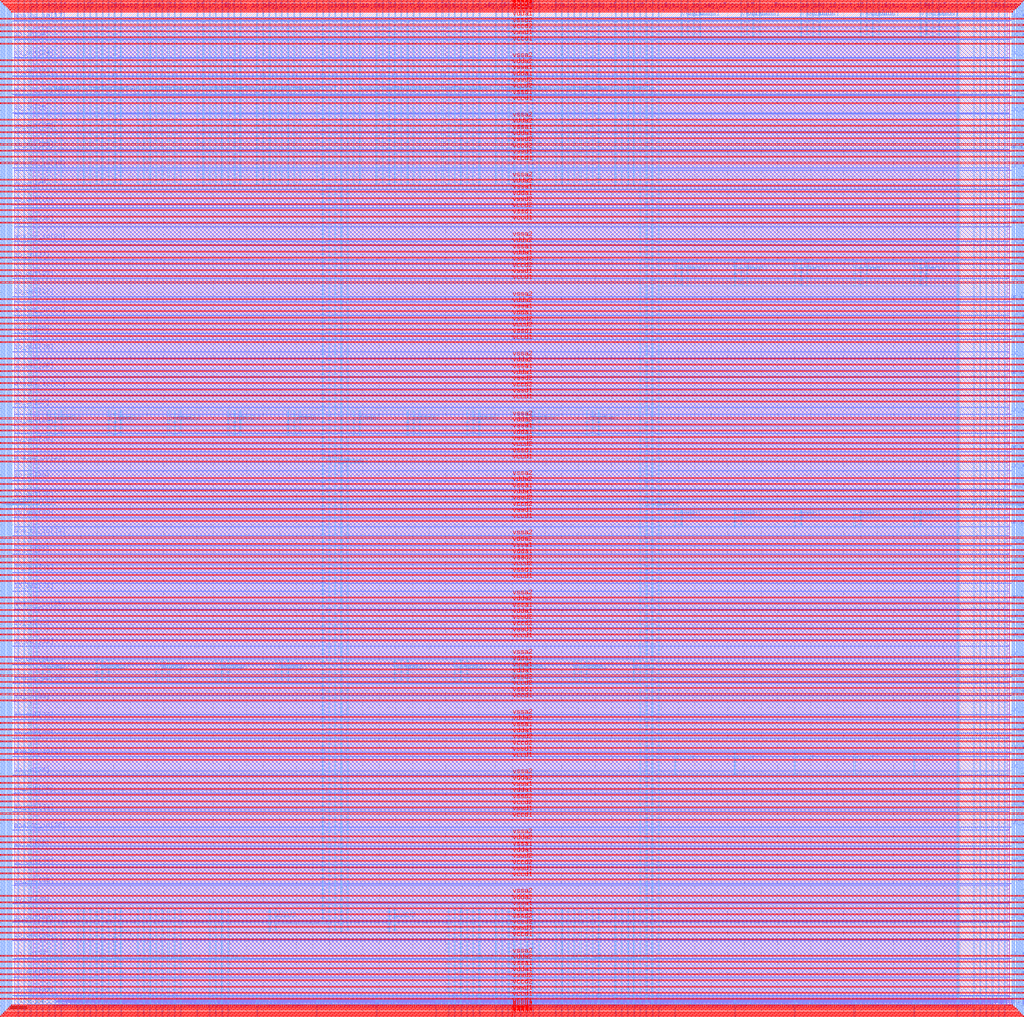
<source format=lef>
VERSION 5.7 ;
  NOWIREEXTENSIONATPIN ON ;
  DIVIDERCHAR "/" ;
  BUSBITCHARS "[]" ;
MACRO user_project_wrapper
  CLASS BLOCK ;
  FOREIGN user_project_wrapper ;
  ORIGIN 0.000 0.000 ;
  SIZE 3000.000 BY 3000.000 ;
  PIN analog_io[0]
    DIRECTION INOUT ;
    USE SIGNAL ;
    PORT
      LAYER Metal3 ;
        RECT 2997.600 1216.600 3004.800 1217.720 ;
    END
  END analog_io[0]
  PIN analog_io[10]
    DIRECTION INOUT ;
    USE SIGNAL ;
    PORT
      LAYER Metal2 ;
        RECT 2286.760 2997.600 2287.880 3004.800 ;
    END
  END analog_io[10]
  PIN analog_io[11]
    DIRECTION INOUT ;
    USE SIGNAL ;
    PORT
      LAYER Metal2 ;
        RECT 1955.240 2997.600 1956.360 3004.800 ;
    END
  END analog_io[11]
  PIN analog_io[12]
    DIRECTION INOUT ;
    USE SIGNAL ;
    PORT
      LAYER Metal2 ;
        RECT 1623.720 2997.600 1624.840 3004.800 ;
    END
  END analog_io[12]
  PIN analog_io[13]
    DIRECTION INOUT ;
    USE SIGNAL ;
    PORT
      LAYER Metal2 ;
        RECT 1292.200 2997.600 1293.320 3004.800 ;
    END
  END analog_io[13]
  PIN analog_io[14]
    DIRECTION INOUT ;
    USE SIGNAL ;
    PORT
      LAYER Metal2 ;
        RECT 960.680 2997.600 961.800 3004.800 ;
    END
  END analog_io[14]
  PIN analog_io[15]
    DIRECTION INOUT ;
    USE SIGNAL ;
    PORT
      LAYER Metal2 ;
        RECT 629.160 2997.600 630.280 3004.800 ;
    END
  END analog_io[15]
  PIN analog_io[16]
    DIRECTION INOUT ;
    USE SIGNAL ;
    PORT
      LAYER Metal2 ;
        RECT 297.640 2997.600 298.760 3004.800 ;
    END
  END analog_io[16]
  PIN analog_io[17]
    DIRECTION INOUT ;
    USE SIGNAL ;
    PORT
      LAYER Metal3 ;
        RECT -4.800 2968.280 2.400 2969.400 ;
    END
  END analog_io[17]
  PIN analog_io[18]
    DIRECTION INOUT ;
    USE SIGNAL ;
    PORT
      LAYER Metal3 ;
        RECT -4.800 2746.520 2.400 2747.640 ;
    END
  END analog_io[18]
  PIN analog_io[19]
    DIRECTION INOUT ;
    USE SIGNAL ;
    PORT
      LAYER Metal3 ;
        RECT -4.800 2524.760 2.400 2525.880 ;
    END
  END analog_io[19]
  PIN analog_io[1]
    DIRECTION INOUT ;
    USE SIGNAL ;
    PORT
      LAYER Metal3 ;
        RECT 2997.600 1442.840 3004.800 1443.960 ;
    END
  END analog_io[1]
  PIN analog_io[20]
    DIRECTION INOUT ;
    USE SIGNAL ;
    PORT
      LAYER Metal3 ;
        RECT -4.800 2303.000 2.400 2304.120 ;
    END
  END analog_io[20]
  PIN analog_io[21]
    DIRECTION INOUT ;
    USE SIGNAL ;
    PORT
      LAYER Metal3 ;
        RECT -4.800 2081.240 2.400 2082.360 ;
    END
  END analog_io[21]
  PIN analog_io[22]
    DIRECTION INOUT ;
    USE SIGNAL ;
    PORT
      LAYER Metal3 ;
        RECT -4.800 1859.480 2.400 1860.600 ;
    END
  END analog_io[22]
  PIN analog_io[23]
    DIRECTION INOUT ;
    USE SIGNAL ;
    PORT
      LAYER Metal3 ;
        RECT -4.800 1637.720 2.400 1638.840 ;
    END
  END analog_io[23]
  PIN analog_io[24]
    DIRECTION INOUT ;
    USE SIGNAL ;
    PORT
      LAYER Metal3 ;
        RECT -4.800 1415.960 2.400 1417.080 ;
    END
  END analog_io[24]
  PIN analog_io[25]
    DIRECTION INOUT ;
    USE SIGNAL ;
    PORT
      LAYER Metal3 ;
        RECT -4.800 1194.200 2.400 1195.320 ;
    END
  END analog_io[25]
  PIN analog_io[26]
    DIRECTION INOUT ;
    USE SIGNAL ;
    PORT
      LAYER Metal3 ;
        RECT -4.800 972.440 2.400 973.560 ;
    END
  END analog_io[26]
  PIN analog_io[27]
    DIRECTION INOUT ;
    USE SIGNAL ;
    PORT
      LAYER Metal3 ;
        RECT -4.800 750.680 2.400 751.800 ;
    END
  END analog_io[27]
  PIN analog_io[28]
    DIRECTION INOUT ;
    USE SIGNAL ;
    PORT
      LAYER Metal3 ;
        RECT -4.800 528.920 2.400 530.040 ;
    END
  END analog_io[28]
  PIN analog_io[2]
    DIRECTION INOUT ;
    USE SIGNAL ;
    PORT
      LAYER Metal3 ;
        RECT 2997.600 1669.080 3004.800 1670.200 ;
    END
  END analog_io[2]
  PIN analog_io[3]
    DIRECTION INOUT ;
    USE SIGNAL ;
    PORT
      LAYER Metal3 ;
        RECT 2997.600 1895.320 3004.800 1896.440 ;
    END
  END analog_io[3]
  PIN analog_io[4]
    DIRECTION INOUT ;
    USE SIGNAL ;
    PORT
      LAYER Metal3 ;
        RECT 2997.600 2121.560 3004.800 2122.680 ;
    END
  END analog_io[4]
  PIN analog_io[5]
    DIRECTION INOUT ;
    USE SIGNAL ;
    PORT
      LAYER Metal3 ;
        RECT 2997.600 2347.800 3004.800 2348.920 ;
    END
  END analog_io[5]
  PIN analog_io[6]
    DIRECTION INOUT ;
    USE SIGNAL ;
    PORT
      LAYER Metal3 ;
        RECT 2997.600 2574.040 3004.800 2575.160 ;
    END
  END analog_io[6]
  PIN analog_io[7]
    DIRECTION INOUT ;
    USE SIGNAL ;
    PORT
      LAYER Metal3 ;
        RECT 2997.600 2800.280 3004.800 2801.400 ;
    END
  END analog_io[7]
  PIN analog_io[8]
    DIRECTION INOUT ;
    USE SIGNAL ;
    PORT
      LAYER Metal2 ;
        RECT 2949.800 2997.600 2950.920 3004.800 ;
    END
  END analog_io[8]
  PIN analog_io[9]
    DIRECTION INOUT ;
    USE SIGNAL ;
    PORT
      LAYER Metal2 ;
        RECT 2618.280 2997.600 2619.400 3004.800 ;
    END
  END analog_io[9]
  PIN io_in[0]
    DIRECTION INPUT ;
    USE SIGNAL ;
    PORT
      LAYER Metal3 ;
        RECT 2997.600 28.840 3004.800 29.960 ;
    END
  END io_in[0]
  PIN io_in[10]
    DIRECTION INPUT ;
    USE SIGNAL ;
    PORT
      LAYER Metal3 ;
        RECT 2997.600 1951.880 3004.800 1953.000 ;
    END
  END io_in[10]
  PIN io_in[11]
    DIRECTION INPUT ;
    USE SIGNAL ;
    PORT
      LAYER Metal3 ;
        RECT 2997.600 2178.120 3004.800 2179.240 ;
    END
  END io_in[11]
  PIN io_in[12]
    DIRECTION INPUT ;
    USE SIGNAL ;
    PORT
      LAYER Metal3 ;
        RECT 2997.600 2404.360 3004.800 2405.480 ;
    END
  END io_in[12]
  PIN io_in[13]
    DIRECTION INPUT ;
    USE SIGNAL ;
    PORT
      LAYER Metal3 ;
        RECT 2997.600 2630.600 3004.800 2631.720 ;
    END
  END io_in[13]
  PIN io_in[14]
    DIRECTION INPUT ;
    USE SIGNAL ;
    PORT
      LAYER Metal3 ;
        RECT 2997.600 2856.840 3004.800 2857.960 ;
    END
  END io_in[14]
  PIN io_in[15]
    DIRECTION INPUT ;
    USE SIGNAL ;
    PORT
      LAYER Metal2 ;
        RECT 2866.920 2997.600 2868.040 3004.800 ;
    END
  END io_in[15]
  PIN io_in[16]
    DIRECTION INPUT ;
    USE SIGNAL ;
    PORT
      LAYER Metal2 ;
        RECT 2535.400 2997.600 2536.520 3004.800 ;
    END
  END io_in[16]
  PIN io_in[17]
    DIRECTION INPUT ;
    USE SIGNAL ;
    PORT
      LAYER Metal2 ;
        RECT 2203.880 2997.600 2205.000 3004.800 ;
    END
  END io_in[17]
  PIN io_in[18]
    DIRECTION INPUT ;
    USE SIGNAL ;
    PORT
      LAYER Metal2 ;
        RECT 1872.360 2997.600 1873.480 3004.800 ;
    END
  END io_in[18]
  PIN io_in[19]
    DIRECTION INPUT ;
    USE SIGNAL ;
    PORT
      LAYER Metal2 ;
        RECT 1540.840 2997.600 1541.960 3004.800 ;
    END
  END io_in[19]
  PIN io_in[1]
    DIRECTION INPUT ;
    USE SIGNAL ;
    PORT
      LAYER Metal3 ;
        RECT 2997.600 198.520 3004.800 199.640 ;
    END
  END io_in[1]
  PIN io_in[20]
    DIRECTION INPUT ;
    USE SIGNAL ;
    PORT
      LAYER Metal2 ;
        RECT 1209.320 2997.600 1210.440 3004.800 ;
    END
  END io_in[20]
  PIN io_in[21]
    DIRECTION INPUT ;
    USE SIGNAL ;
    PORT
      LAYER Metal2 ;
        RECT 877.800 2997.600 878.920 3004.800 ;
    END
  END io_in[21]
  PIN io_in[22]
    DIRECTION INPUT ;
    USE SIGNAL ;
    PORT
      LAYER Metal2 ;
        RECT 546.280 2997.600 547.400 3004.800 ;
    END
  END io_in[22]
  PIN io_in[23]
    DIRECTION INPUT ;
    USE SIGNAL ;
    PORT
      LAYER Metal2 ;
        RECT 214.760 2997.600 215.880 3004.800 ;
    END
  END io_in[23]
  PIN io_in[24]
    DIRECTION INPUT ;
    USE SIGNAL ;
    PORT
      LAYER Metal3 ;
        RECT -4.800 2912.840 2.400 2913.960 ;
    END
  END io_in[24]
  PIN io_in[25]
    DIRECTION INPUT ;
    USE SIGNAL ;
    PORT
      LAYER Metal3 ;
        RECT -4.800 2691.080 2.400 2692.200 ;
    END
  END io_in[25]
  PIN io_in[26]
    DIRECTION INPUT ;
    USE SIGNAL ;
    PORT
      LAYER Metal3 ;
        RECT -4.800 2469.320 2.400 2470.440 ;
    END
  END io_in[26]
  PIN io_in[27]
    DIRECTION INPUT ;
    USE SIGNAL ;
    PORT
      LAYER Metal3 ;
        RECT -4.800 2247.560 2.400 2248.680 ;
    END
  END io_in[27]
  PIN io_in[28]
    DIRECTION INPUT ;
    USE SIGNAL ;
    PORT
      LAYER Metal3 ;
        RECT -4.800 2025.800 2.400 2026.920 ;
    END
  END io_in[28]
  PIN io_in[29]
    DIRECTION INPUT ;
    USE SIGNAL ;
    PORT
      LAYER Metal3 ;
        RECT -4.800 1804.040 2.400 1805.160 ;
    END
  END io_in[29]
  PIN io_in[2]
    DIRECTION INPUT ;
    USE SIGNAL ;
    PORT
      LAYER Metal3 ;
        RECT 2997.600 368.200 3004.800 369.320 ;
    END
  END io_in[2]
  PIN io_in[30]
    DIRECTION INPUT ;
    USE SIGNAL ;
    PORT
      LAYER Metal3 ;
        RECT -4.800 1582.280 2.400 1583.400 ;
    END
  END io_in[30]
  PIN io_in[31]
    DIRECTION INPUT ;
    USE SIGNAL ;
    PORT
      LAYER Metal3 ;
        RECT -4.800 1360.520 2.400 1361.640 ;
    END
  END io_in[31]
  PIN io_in[32]
    DIRECTION INPUT ;
    USE SIGNAL ;
    PORT
      LAYER Metal3 ;
        RECT -4.800 1138.760 2.400 1139.880 ;
    END
  END io_in[32]
  PIN io_in[33]
    DIRECTION INPUT ;
    USE SIGNAL ;
    PORT
      LAYER Metal3 ;
        RECT -4.800 917.000 2.400 918.120 ;
    END
  END io_in[33]
  PIN io_in[34]
    DIRECTION INPUT ;
    USE SIGNAL ;
    PORT
      LAYER Metal3 ;
        RECT -4.800 695.240 2.400 696.360 ;
    END
  END io_in[34]
  PIN io_in[35]
    DIRECTION INPUT ;
    USE SIGNAL ;
    PORT
      LAYER Metal3 ;
        RECT -4.800 473.480 2.400 474.600 ;
    END
  END io_in[35]
  PIN io_in[36]
    DIRECTION INPUT ;
    USE SIGNAL ;
    PORT
      LAYER Metal3 ;
        RECT -4.800 307.160 2.400 308.280 ;
    END
  END io_in[36]
  PIN io_in[37]
    DIRECTION INPUT ;
    USE SIGNAL ;
    PORT
      LAYER Metal3 ;
        RECT -4.800 140.840 2.400 141.960 ;
    END
  END io_in[37]
  PIN io_in[3]
    DIRECTION INPUT ;
    USE SIGNAL ;
    PORT
      LAYER Metal3 ;
        RECT 2997.600 537.880 3004.800 539.000 ;
    END
  END io_in[3]
  PIN io_in[4]
    DIRECTION INPUT ;
    USE SIGNAL ;
    PORT
      LAYER Metal3 ;
        RECT 2997.600 707.560 3004.800 708.680 ;
    END
  END io_in[4]
  PIN io_in[5]
    DIRECTION INPUT ;
    USE SIGNAL ;
    PORT
      LAYER Metal3 ;
        RECT 2997.600 877.240 3004.800 878.360 ;
    END
  END io_in[5]
  PIN io_in[6]
    DIRECTION INPUT ;
    USE SIGNAL ;
    PORT
      LAYER Metal3 ;
        RECT 2997.600 1046.920 3004.800 1048.040 ;
    END
  END io_in[6]
  PIN io_in[7]
    DIRECTION INPUT ;
    USE SIGNAL ;
    PORT
      LAYER Metal3 ;
        RECT 2997.600 1273.160 3004.800 1274.280 ;
    END
  END io_in[7]
  PIN io_in[8]
    DIRECTION INPUT ;
    USE SIGNAL ;
    PORT
      LAYER Metal3 ;
        RECT 2997.600 1499.400 3004.800 1500.520 ;
    END
  END io_in[8]
  PIN io_in[9]
    DIRECTION INPUT ;
    USE SIGNAL ;
    PORT
      LAYER Metal3 ;
        RECT 2997.600 1725.640 3004.800 1726.760 ;
    END
  END io_in[9]
  PIN io_oeb[0]
    DIRECTION OUTPUT TRISTATE ;
    USE SIGNAL ;
    PORT
      LAYER Metal3 ;
        RECT 2997.600 141.960 3004.800 143.080 ;
    END
  END io_oeb[0]
  PIN io_oeb[10]
    DIRECTION OUTPUT TRISTATE ;
    USE SIGNAL ;
    PORT
      LAYER Metal3 ;
        RECT 2997.600 2065.000 3004.800 2066.120 ;
    END
  END io_oeb[10]
  PIN io_oeb[11]
    DIRECTION OUTPUT TRISTATE ;
    USE SIGNAL ;
    PORT
      LAYER Metal3 ;
        RECT 2997.600 2291.240 3004.800 2292.360 ;
    END
  END io_oeb[11]
  PIN io_oeb[12]
    DIRECTION OUTPUT TRISTATE ;
    USE SIGNAL ;
    PORT
      LAYER Metal3 ;
        RECT 2997.600 2517.480 3004.800 2518.600 ;
    END
  END io_oeb[12]
  PIN io_oeb[13]
    DIRECTION OUTPUT TRISTATE ;
    USE SIGNAL ;
    PORT
      LAYER Metal3 ;
        RECT 2997.600 2743.720 3004.800 2744.840 ;
    END
  END io_oeb[13]
  PIN io_oeb[14]
    DIRECTION OUTPUT TRISTATE ;
    USE SIGNAL ;
    PORT
      LAYER Metal3 ;
        RECT 2997.600 2969.960 3004.800 2971.080 ;
    END
  END io_oeb[14]
  PIN io_oeb[15]
    DIRECTION OUTPUT TRISTATE ;
    USE SIGNAL ;
    PORT
      LAYER Metal2 ;
        RECT 2701.160 2997.600 2702.280 3004.800 ;
    END
  END io_oeb[15]
  PIN io_oeb[16]
    DIRECTION OUTPUT TRISTATE ;
    USE SIGNAL ;
    PORT
      LAYER Metal2 ;
        RECT 2369.640 2997.600 2370.760 3004.800 ;
    END
  END io_oeb[16]
  PIN io_oeb[17]
    DIRECTION OUTPUT TRISTATE ;
    USE SIGNAL ;
    PORT
      LAYER Metal2 ;
        RECT 2038.120 2997.600 2039.240 3004.800 ;
    END
  END io_oeb[17]
  PIN io_oeb[18]
    DIRECTION OUTPUT TRISTATE ;
    USE SIGNAL ;
    PORT
      LAYER Metal2 ;
        RECT 1706.600 2997.600 1707.720 3004.800 ;
    END
  END io_oeb[18]
  PIN io_oeb[19]
    DIRECTION OUTPUT TRISTATE ;
    USE SIGNAL ;
    PORT
      LAYER Metal2 ;
        RECT 1375.080 2997.600 1376.200 3004.800 ;
    END
  END io_oeb[19]
  PIN io_oeb[1]
    DIRECTION OUTPUT TRISTATE ;
    USE SIGNAL ;
    PORT
      LAYER Metal3 ;
        RECT 2997.600 311.640 3004.800 312.760 ;
    END
  END io_oeb[1]
  PIN io_oeb[20]
    DIRECTION OUTPUT TRISTATE ;
    USE SIGNAL ;
    PORT
      LAYER Metal2 ;
        RECT 1043.560 2997.600 1044.680 3004.800 ;
    END
  END io_oeb[20]
  PIN io_oeb[21]
    DIRECTION OUTPUT TRISTATE ;
    USE SIGNAL ;
    PORT
      LAYER Metal2 ;
        RECT 712.040 2997.600 713.160 3004.800 ;
    END
  END io_oeb[21]
  PIN io_oeb[22]
    DIRECTION OUTPUT TRISTATE ;
    USE SIGNAL ;
    PORT
      LAYER Metal2 ;
        RECT 380.520 2997.600 381.640 3004.800 ;
    END
  END io_oeb[22]
  PIN io_oeb[23]
    DIRECTION OUTPUT TRISTATE ;
    USE SIGNAL ;
    PORT
      LAYER Metal2 ;
        RECT 49.000 2997.600 50.120 3004.800 ;
    END
  END io_oeb[23]
  PIN io_oeb[24]
    DIRECTION OUTPUT TRISTATE ;
    USE SIGNAL ;
    PORT
      LAYER Metal3 ;
        RECT -4.800 2801.960 2.400 2803.080 ;
    END
  END io_oeb[24]
  PIN io_oeb[25]
    DIRECTION OUTPUT TRISTATE ;
    USE SIGNAL ;
    PORT
      LAYER Metal3 ;
        RECT -4.800 2580.200 2.400 2581.320 ;
    END
  END io_oeb[25]
  PIN io_oeb[26]
    DIRECTION OUTPUT TRISTATE ;
    USE SIGNAL ;
    PORT
      LAYER Metal3 ;
        RECT -4.800 2358.440 2.400 2359.560 ;
    END
  END io_oeb[26]
  PIN io_oeb[27]
    DIRECTION OUTPUT TRISTATE ;
    USE SIGNAL ;
    PORT
      LAYER Metal3 ;
        RECT -4.800 2136.680 2.400 2137.800 ;
    END
  END io_oeb[27]
  PIN io_oeb[28]
    DIRECTION OUTPUT TRISTATE ;
    USE SIGNAL ;
    PORT
      LAYER Metal3 ;
        RECT -4.800 1914.920 2.400 1916.040 ;
    END
  END io_oeb[28]
  PIN io_oeb[29]
    DIRECTION OUTPUT TRISTATE ;
    USE SIGNAL ;
    PORT
      LAYER Metal3 ;
        RECT -4.800 1693.160 2.400 1694.280 ;
    END
  END io_oeb[29]
  PIN io_oeb[2]
    DIRECTION OUTPUT TRISTATE ;
    USE SIGNAL ;
    PORT
      LAYER Metal3 ;
        RECT 2997.600 481.320 3004.800 482.440 ;
    END
  END io_oeb[2]
  PIN io_oeb[30]
    DIRECTION OUTPUT TRISTATE ;
    USE SIGNAL ;
    PORT
      LAYER Metal3 ;
        RECT -4.800 1471.400 2.400 1472.520 ;
    END
  END io_oeb[30]
  PIN io_oeb[31]
    DIRECTION OUTPUT TRISTATE ;
    USE SIGNAL ;
    PORT
      LAYER Metal3 ;
        RECT -4.800 1249.640 2.400 1250.760 ;
    END
  END io_oeb[31]
  PIN io_oeb[32]
    DIRECTION OUTPUT TRISTATE ;
    USE SIGNAL ;
    PORT
      LAYER Metal3 ;
        RECT -4.800 1027.880 2.400 1029.000 ;
    END
  END io_oeb[32]
  PIN io_oeb[33]
    DIRECTION OUTPUT TRISTATE ;
    USE SIGNAL ;
    PORT
      LAYER Metal3 ;
        RECT -4.800 806.120 2.400 807.240 ;
    END
  END io_oeb[33]
  PIN io_oeb[34]
    DIRECTION OUTPUT TRISTATE ;
    USE SIGNAL ;
    PORT
      LAYER Metal3 ;
        RECT -4.800 584.360 2.400 585.480 ;
    END
  END io_oeb[34]
  PIN io_oeb[35]
    DIRECTION OUTPUT TRISTATE ;
    USE SIGNAL ;
    PORT
      LAYER Metal3 ;
        RECT -4.800 362.600 2.400 363.720 ;
    END
  END io_oeb[35]
  PIN io_oeb[36]
    DIRECTION OUTPUT TRISTATE ;
    USE SIGNAL ;
    PORT
      LAYER Metal3 ;
        RECT -4.800 196.280 2.400 197.400 ;
    END
  END io_oeb[36]
  PIN io_oeb[37]
    DIRECTION OUTPUT TRISTATE ;
    USE SIGNAL ;
    PORT
      LAYER Metal3 ;
        RECT -4.800 29.960 2.400 31.080 ;
    END
  END io_oeb[37]
  PIN io_oeb[3]
    DIRECTION OUTPUT TRISTATE ;
    USE SIGNAL ;
    PORT
      LAYER Metal3 ;
        RECT 2997.600 651.000 3004.800 652.120 ;
    END
  END io_oeb[3]
  PIN io_oeb[4]
    DIRECTION OUTPUT TRISTATE ;
    USE SIGNAL ;
    PORT
      LAYER Metal3 ;
        RECT 2997.600 820.680 3004.800 821.800 ;
    END
  END io_oeb[4]
  PIN io_oeb[5]
    DIRECTION OUTPUT TRISTATE ;
    USE SIGNAL ;
    PORT
      LAYER Metal3 ;
        RECT 2997.600 990.360 3004.800 991.480 ;
    END
  END io_oeb[5]
  PIN io_oeb[6]
    DIRECTION OUTPUT TRISTATE ;
    USE SIGNAL ;
    PORT
      LAYER Metal3 ;
        RECT 2997.600 1160.040 3004.800 1161.160 ;
    END
  END io_oeb[6]
  PIN io_oeb[7]
    DIRECTION OUTPUT TRISTATE ;
    USE SIGNAL ;
    PORT
      LAYER Metal3 ;
        RECT 2997.600 1386.280 3004.800 1387.400 ;
    END
  END io_oeb[7]
  PIN io_oeb[8]
    DIRECTION OUTPUT TRISTATE ;
    USE SIGNAL ;
    PORT
      LAYER Metal3 ;
        RECT 2997.600 1612.520 3004.800 1613.640 ;
    END
  END io_oeb[8]
  PIN io_oeb[9]
    DIRECTION OUTPUT TRISTATE ;
    USE SIGNAL ;
    PORT
      LAYER Metal3 ;
        RECT 2997.600 1838.760 3004.800 1839.880 ;
    END
  END io_oeb[9]
  PIN io_out[0]
    DIRECTION OUTPUT TRISTATE ;
    USE SIGNAL ;
    PORT
      LAYER Metal3 ;
        RECT 2997.600 85.400 3004.800 86.520 ;
    END
  END io_out[0]
  PIN io_out[10]
    DIRECTION OUTPUT TRISTATE ;
    USE SIGNAL ;
    PORT
      LAYER Metal3 ;
        RECT 2997.600 2008.440 3004.800 2009.560 ;
    END
  END io_out[10]
  PIN io_out[11]
    DIRECTION OUTPUT TRISTATE ;
    USE SIGNAL ;
    PORT
      LAYER Metal3 ;
        RECT 2997.600 2234.680 3004.800 2235.800 ;
    END
  END io_out[11]
  PIN io_out[12]
    DIRECTION OUTPUT TRISTATE ;
    USE SIGNAL ;
    PORT
      LAYER Metal3 ;
        RECT 2997.600 2460.920 3004.800 2462.040 ;
    END
  END io_out[12]
  PIN io_out[13]
    DIRECTION OUTPUT TRISTATE ;
    USE SIGNAL ;
    PORT
      LAYER Metal3 ;
        RECT 2997.600 2687.160 3004.800 2688.280 ;
    END
  END io_out[13]
  PIN io_out[14]
    DIRECTION OUTPUT TRISTATE ;
    USE SIGNAL ;
    PORT
      LAYER Metal3 ;
        RECT 2997.600 2913.400 3004.800 2914.520 ;
    END
  END io_out[14]
  PIN io_out[15]
    DIRECTION OUTPUT TRISTATE ;
    USE SIGNAL ;
    PORT
      LAYER Metal2 ;
        RECT 2784.040 2997.600 2785.160 3004.800 ;
    END
  END io_out[15]
  PIN io_out[16]
    DIRECTION OUTPUT TRISTATE ;
    USE SIGNAL ;
    PORT
      LAYER Metal2 ;
        RECT 2452.520 2997.600 2453.640 3004.800 ;
    END
  END io_out[16]
  PIN io_out[17]
    DIRECTION OUTPUT TRISTATE ;
    USE SIGNAL ;
    PORT
      LAYER Metal2 ;
        RECT 2121.000 2997.600 2122.120 3004.800 ;
    END
  END io_out[17]
  PIN io_out[18]
    DIRECTION OUTPUT TRISTATE ;
    USE SIGNAL ;
    PORT
      LAYER Metal2 ;
        RECT 1789.480 2997.600 1790.600 3004.800 ;
    END
  END io_out[18]
  PIN io_out[19]
    DIRECTION OUTPUT TRISTATE ;
    USE SIGNAL ;
    PORT
      LAYER Metal2 ;
        RECT 1457.960 2997.600 1459.080 3004.800 ;
    END
  END io_out[19]
  PIN io_out[1]
    DIRECTION OUTPUT TRISTATE ;
    USE SIGNAL ;
    PORT
      LAYER Metal3 ;
        RECT 2997.600 255.080 3004.800 256.200 ;
    END
  END io_out[1]
  PIN io_out[20]
    DIRECTION OUTPUT TRISTATE ;
    USE SIGNAL ;
    PORT
      LAYER Metal2 ;
        RECT 1126.440 2997.600 1127.560 3004.800 ;
    END
  END io_out[20]
  PIN io_out[21]
    DIRECTION OUTPUT TRISTATE ;
    USE SIGNAL ;
    PORT
      LAYER Metal2 ;
        RECT 794.920 2997.600 796.040 3004.800 ;
    END
  END io_out[21]
  PIN io_out[22]
    DIRECTION OUTPUT TRISTATE ;
    USE SIGNAL ;
    PORT
      LAYER Metal2 ;
        RECT 463.400 2997.600 464.520 3004.800 ;
    END
  END io_out[22]
  PIN io_out[23]
    DIRECTION OUTPUT TRISTATE ;
    USE SIGNAL ;
    PORT
      LAYER Metal2 ;
        RECT 131.880 2997.600 133.000 3004.800 ;
    END
  END io_out[23]
  PIN io_out[24]
    DIRECTION OUTPUT TRISTATE ;
    USE SIGNAL ;
    PORT
      LAYER Metal3 ;
        RECT -4.800 2857.400 2.400 2858.520 ;
    END
  END io_out[24]
  PIN io_out[25]
    DIRECTION OUTPUT TRISTATE ;
    USE SIGNAL ;
    PORT
      LAYER Metal3 ;
        RECT -4.800 2635.640 2.400 2636.760 ;
    END
  END io_out[25]
  PIN io_out[26]
    DIRECTION OUTPUT TRISTATE ;
    USE SIGNAL ;
    PORT
      LAYER Metal3 ;
        RECT -4.800 2413.880 2.400 2415.000 ;
    END
  END io_out[26]
  PIN io_out[27]
    DIRECTION OUTPUT TRISTATE ;
    USE SIGNAL ;
    PORT
      LAYER Metal3 ;
        RECT -4.800 2192.120 2.400 2193.240 ;
    END
  END io_out[27]
  PIN io_out[28]
    DIRECTION OUTPUT TRISTATE ;
    USE SIGNAL ;
    PORT
      LAYER Metal3 ;
        RECT -4.800 1970.360 2.400 1971.480 ;
    END
  END io_out[28]
  PIN io_out[29]
    DIRECTION OUTPUT TRISTATE ;
    USE SIGNAL ;
    PORT
      LAYER Metal3 ;
        RECT -4.800 1748.600 2.400 1749.720 ;
    END
  END io_out[29]
  PIN io_out[2]
    DIRECTION OUTPUT TRISTATE ;
    USE SIGNAL ;
    PORT
      LAYER Metal3 ;
        RECT 2997.600 424.760 3004.800 425.880 ;
    END
  END io_out[2]
  PIN io_out[30]
    DIRECTION OUTPUT TRISTATE ;
    USE SIGNAL ;
    PORT
      LAYER Metal3 ;
        RECT -4.800 1526.840 2.400 1527.960 ;
    END
  END io_out[30]
  PIN io_out[31]
    DIRECTION OUTPUT TRISTATE ;
    USE SIGNAL ;
    PORT
      LAYER Metal3 ;
        RECT -4.800 1305.080 2.400 1306.200 ;
    END
  END io_out[31]
  PIN io_out[32]
    DIRECTION OUTPUT TRISTATE ;
    USE SIGNAL ;
    PORT
      LAYER Metal3 ;
        RECT -4.800 1083.320 2.400 1084.440 ;
    END
  END io_out[32]
  PIN io_out[33]
    DIRECTION OUTPUT TRISTATE ;
    USE SIGNAL ;
    PORT
      LAYER Metal3 ;
        RECT -4.800 861.560 2.400 862.680 ;
    END
  END io_out[33]
  PIN io_out[34]
    DIRECTION OUTPUT TRISTATE ;
    USE SIGNAL ;
    PORT
      LAYER Metal3 ;
        RECT -4.800 639.800 2.400 640.920 ;
    END
  END io_out[34]
  PIN io_out[35]
    DIRECTION OUTPUT TRISTATE ;
    USE SIGNAL ;
    PORT
      LAYER Metal3 ;
        RECT -4.800 418.040 2.400 419.160 ;
    END
  END io_out[35]
  PIN io_out[36]
    DIRECTION OUTPUT TRISTATE ;
    USE SIGNAL ;
    PORT
      LAYER Metal3 ;
        RECT -4.800 251.720 2.400 252.840 ;
    END
  END io_out[36]
  PIN io_out[37]
    DIRECTION OUTPUT TRISTATE ;
    USE SIGNAL ;
    PORT
      LAYER Metal3 ;
        RECT -4.800 85.400 2.400 86.520 ;
    END
  END io_out[37]
  PIN io_out[3]
    DIRECTION OUTPUT TRISTATE ;
    USE SIGNAL ;
    PORT
      LAYER Metal3 ;
        RECT 2997.600 594.440 3004.800 595.560 ;
    END
  END io_out[3]
  PIN io_out[4]
    DIRECTION OUTPUT TRISTATE ;
    USE SIGNAL ;
    PORT
      LAYER Metal3 ;
        RECT 2997.600 764.120 3004.800 765.240 ;
    END
  END io_out[4]
  PIN io_out[5]
    DIRECTION OUTPUT TRISTATE ;
    USE SIGNAL ;
    PORT
      LAYER Metal3 ;
        RECT 2997.600 933.800 3004.800 934.920 ;
    END
  END io_out[5]
  PIN io_out[6]
    DIRECTION OUTPUT TRISTATE ;
    USE SIGNAL ;
    PORT
      LAYER Metal3 ;
        RECT 2997.600 1103.480 3004.800 1104.600 ;
    END
  END io_out[6]
  PIN io_out[7]
    DIRECTION OUTPUT TRISTATE ;
    USE SIGNAL ;
    PORT
      LAYER Metal3 ;
        RECT 2997.600 1329.720 3004.800 1330.840 ;
    END
  END io_out[7]
  PIN io_out[8]
    DIRECTION OUTPUT TRISTATE ;
    USE SIGNAL ;
    PORT
      LAYER Metal3 ;
        RECT 2997.600 1555.960 3004.800 1557.080 ;
    END
  END io_out[8]
  PIN io_out[9]
    DIRECTION OUTPUT TRISTATE ;
    USE SIGNAL ;
    PORT
      LAYER Metal3 ;
        RECT 2997.600 1782.200 3004.800 1783.320 ;
    END
  END io_out[9]
  PIN la_data_in[0]
    DIRECTION INPUT ;
    USE SIGNAL ;
    PORT
      LAYER Metal2 ;
        RECT 712.600 -4.800 713.720 2.400 ;
    END
  END la_data_in[0]
  PIN la_data_in[100]
    DIRECTION INPUT ;
    USE SIGNAL ;
    PORT
      LAYER Metal2 ;
        RECT 2392.600 -4.800 2393.720 2.400 ;
    END
  END la_data_in[100]
  PIN la_data_in[101]
    DIRECTION INPUT ;
    USE SIGNAL ;
    PORT
      LAYER Metal2 ;
        RECT 2409.400 -4.800 2410.520 2.400 ;
    END
  END la_data_in[101]
  PIN la_data_in[102]
    DIRECTION INPUT ;
    USE SIGNAL ;
    PORT
      LAYER Metal2 ;
        RECT 2426.200 -4.800 2427.320 2.400 ;
    END
  END la_data_in[102]
  PIN la_data_in[103]
    DIRECTION INPUT ;
    USE SIGNAL ;
    PORT
      LAYER Metal2 ;
        RECT 2443.000 -4.800 2444.120 2.400 ;
    END
  END la_data_in[103]
  PIN la_data_in[104]
    DIRECTION INPUT ;
    USE SIGNAL ;
    PORT
      LAYER Metal2 ;
        RECT 2459.800 -4.800 2460.920 2.400 ;
    END
  END la_data_in[104]
  PIN la_data_in[105]
    DIRECTION INPUT ;
    USE SIGNAL ;
    PORT
      LAYER Metal2 ;
        RECT 2476.600 -4.800 2477.720 2.400 ;
    END
  END la_data_in[105]
  PIN la_data_in[106]
    DIRECTION INPUT ;
    USE SIGNAL ;
    PORT
      LAYER Metal2 ;
        RECT 2493.400 -4.800 2494.520 2.400 ;
    END
  END la_data_in[106]
  PIN la_data_in[107]
    DIRECTION INPUT ;
    USE SIGNAL ;
    PORT
      LAYER Metal2 ;
        RECT 2510.200 -4.800 2511.320 2.400 ;
    END
  END la_data_in[107]
  PIN la_data_in[108]
    DIRECTION INPUT ;
    USE SIGNAL ;
    PORT
      LAYER Metal2 ;
        RECT 2527.000 -4.800 2528.120 2.400 ;
    END
  END la_data_in[108]
  PIN la_data_in[109]
    DIRECTION INPUT ;
    USE SIGNAL ;
    PORT
      LAYER Metal2 ;
        RECT 2543.800 -4.800 2544.920 2.400 ;
    END
  END la_data_in[109]
  PIN la_data_in[10]
    DIRECTION INPUT ;
    USE SIGNAL ;
    PORT
      LAYER Metal2 ;
        RECT 880.600 -4.800 881.720 2.400 ;
    END
  END la_data_in[10]
  PIN la_data_in[110]
    DIRECTION INPUT ;
    USE SIGNAL ;
    PORT
      LAYER Metal2 ;
        RECT 2560.600 -4.800 2561.720 2.400 ;
    END
  END la_data_in[110]
  PIN la_data_in[111]
    DIRECTION INPUT ;
    USE SIGNAL ;
    PORT
      LAYER Metal2 ;
        RECT 2577.400 -4.800 2578.520 2.400 ;
    END
  END la_data_in[111]
  PIN la_data_in[112]
    DIRECTION INPUT ;
    USE SIGNAL ;
    PORT
      LAYER Metal2 ;
        RECT 2594.200 -4.800 2595.320 2.400 ;
    END
  END la_data_in[112]
  PIN la_data_in[113]
    DIRECTION INPUT ;
    USE SIGNAL ;
    PORT
      LAYER Metal2 ;
        RECT 2611.000 -4.800 2612.120 2.400 ;
    END
  END la_data_in[113]
  PIN la_data_in[114]
    DIRECTION INPUT ;
    USE SIGNAL ;
    PORT
      LAYER Metal2 ;
        RECT 2627.800 -4.800 2628.920 2.400 ;
    END
  END la_data_in[114]
  PIN la_data_in[115]
    DIRECTION INPUT ;
    USE SIGNAL ;
    PORT
      LAYER Metal2 ;
        RECT 2644.600 -4.800 2645.720 2.400 ;
    END
  END la_data_in[115]
  PIN la_data_in[116]
    DIRECTION INPUT ;
    USE SIGNAL ;
    PORT
      LAYER Metal2 ;
        RECT 2661.400 -4.800 2662.520 2.400 ;
    END
  END la_data_in[116]
  PIN la_data_in[117]
    DIRECTION INPUT ;
    USE SIGNAL ;
    PORT
      LAYER Metal2 ;
        RECT 2678.200 -4.800 2679.320 2.400 ;
    END
  END la_data_in[117]
  PIN la_data_in[118]
    DIRECTION INPUT ;
    USE SIGNAL ;
    PORT
      LAYER Metal2 ;
        RECT 2695.000 -4.800 2696.120 2.400 ;
    END
  END la_data_in[118]
  PIN la_data_in[119]
    DIRECTION INPUT ;
    USE SIGNAL ;
    PORT
      LAYER Metal2 ;
        RECT 2711.800 -4.800 2712.920 2.400 ;
    END
  END la_data_in[119]
  PIN la_data_in[11]
    DIRECTION INPUT ;
    USE SIGNAL ;
    PORT
      LAYER Metal2 ;
        RECT 897.400 -4.800 898.520 2.400 ;
    END
  END la_data_in[11]
  PIN la_data_in[120]
    DIRECTION INPUT ;
    USE SIGNAL ;
    PORT
      LAYER Metal2 ;
        RECT 2728.600 -4.800 2729.720 2.400 ;
    END
  END la_data_in[120]
  PIN la_data_in[121]
    DIRECTION INPUT ;
    USE SIGNAL ;
    PORT
      LAYER Metal2 ;
        RECT 2745.400 -4.800 2746.520 2.400 ;
    END
  END la_data_in[121]
  PIN la_data_in[122]
    DIRECTION INPUT ;
    USE SIGNAL ;
    PORT
      LAYER Metal2 ;
        RECT 2762.200 -4.800 2763.320 2.400 ;
    END
  END la_data_in[122]
  PIN la_data_in[123]
    DIRECTION INPUT ;
    USE SIGNAL ;
    PORT
      LAYER Metal2 ;
        RECT 2779.000 -4.800 2780.120 2.400 ;
    END
  END la_data_in[123]
  PIN la_data_in[124]
    DIRECTION INPUT ;
    USE SIGNAL ;
    PORT
      LAYER Metal2 ;
        RECT 2795.800 -4.800 2796.920 2.400 ;
    END
  END la_data_in[124]
  PIN la_data_in[125]
    DIRECTION INPUT ;
    USE SIGNAL ;
    PORT
      LAYER Metal2 ;
        RECT 2812.600 -4.800 2813.720 2.400 ;
    END
  END la_data_in[125]
  PIN la_data_in[126]
    DIRECTION INPUT ;
    USE SIGNAL ;
    PORT
      LAYER Metal2 ;
        RECT 2829.400 -4.800 2830.520 2.400 ;
    END
  END la_data_in[126]
  PIN la_data_in[127]
    DIRECTION INPUT ;
    USE SIGNAL ;
    PORT
      LAYER Metal2 ;
        RECT 2846.200 -4.800 2847.320 2.400 ;
    END
  END la_data_in[127]
  PIN la_data_in[12]
    DIRECTION INPUT ;
    USE SIGNAL ;
    PORT
      LAYER Metal2 ;
        RECT 914.200 -4.800 915.320 2.400 ;
    END
  END la_data_in[12]
  PIN la_data_in[13]
    DIRECTION INPUT ;
    USE SIGNAL ;
    PORT
      LAYER Metal2 ;
        RECT 931.000 -4.800 932.120 2.400 ;
    END
  END la_data_in[13]
  PIN la_data_in[14]
    DIRECTION INPUT ;
    USE SIGNAL ;
    PORT
      LAYER Metal2 ;
        RECT 947.800 -4.800 948.920 2.400 ;
    END
  END la_data_in[14]
  PIN la_data_in[15]
    DIRECTION INPUT ;
    USE SIGNAL ;
    PORT
      LAYER Metal2 ;
        RECT 964.600 -4.800 965.720 2.400 ;
    END
  END la_data_in[15]
  PIN la_data_in[16]
    DIRECTION INPUT ;
    USE SIGNAL ;
    PORT
      LAYER Metal2 ;
        RECT 981.400 -4.800 982.520 2.400 ;
    END
  END la_data_in[16]
  PIN la_data_in[17]
    DIRECTION INPUT ;
    USE SIGNAL ;
    PORT
      LAYER Metal2 ;
        RECT 998.200 -4.800 999.320 2.400 ;
    END
  END la_data_in[17]
  PIN la_data_in[18]
    DIRECTION INPUT ;
    USE SIGNAL ;
    PORT
      LAYER Metal2 ;
        RECT 1015.000 -4.800 1016.120 2.400 ;
    END
  END la_data_in[18]
  PIN la_data_in[19]
    DIRECTION INPUT ;
    USE SIGNAL ;
    PORT
      LAYER Metal2 ;
        RECT 1031.800 -4.800 1032.920 2.400 ;
    END
  END la_data_in[19]
  PIN la_data_in[1]
    DIRECTION INPUT ;
    USE SIGNAL ;
    PORT
      LAYER Metal2 ;
        RECT 729.400 -4.800 730.520 2.400 ;
    END
  END la_data_in[1]
  PIN la_data_in[20]
    DIRECTION INPUT ;
    USE SIGNAL ;
    PORT
      LAYER Metal2 ;
        RECT 1048.600 -4.800 1049.720 2.400 ;
    END
  END la_data_in[20]
  PIN la_data_in[21]
    DIRECTION INPUT ;
    USE SIGNAL ;
    PORT
      LAYER Metal2 ;
        RECT 1065.400 -4.800 1066.520 2.400 ;
    END
  END la_data_in[21]
  PIN la_data_in[22]
    DIRECTION INPUT ;
    USE SIGNAL ;
    PORT
      LAYER Metal2 ;
        RECT 1082.200 -4.800 1083.320 2.400 ;
    END
  END la_data_in[22]
  PIN la_data_in[23]
    DIRECTION INPUT ;
    USE SIGNAL ;
    PORT
      LAYER Metal2 ;
        RECT 1099.000 -4.800 1100.120 2.400 ;
    END
  END la_data_in[23]
  PIN la_data_in[24]
    DIRECTION INPUT ;
    USE SIGNAL ;
    PORT
      LAYER Metal2 ;
        RECT 1115.800 -4.800 1116.920 2.400 ;
    END
  END la_data_in[24]
  PIN la_data_in[25]
    DIRECTION INPUT ;
    USE SIGNAL ;
    PORT
      LAYER Metal2 ;
        RECT 1132.600 -4.800 1133.720 2.400 ;
    END
  END la_data_in[25]
  PIN la_data_in[26]
    DIRECTION INPUT ;
    USE SIGNAL ;
    PORT
      LAYER Metal2 ;
        RECT 1149.400 -4.800 1150.520 2.400 ;
    END
  END la_data_in[26]
  PIN la_data_in[27]
    DIRECTION INPUT ;
    USE SIGNAL ;
    PORT
      LAYER Metal2 ;
        RECT 1166.200 -4.800 1167.320 2.400 ;
    END
  END la_data_in[27]
  PIN la_data_in[28]
    DIRECTION INPUT ;
    USE SIGNAL ;
    PORT
      LAYER Metal2 ;
        RECT 1183.000 -4.800 1184.120 2.400 ;
    END
  END la_data_in[28]
  PIN la_data_in[29]
    DIRECTION INPUT ;
    USE SIGNAL ;
    PORT
      LAYER Metal2 ;
        RECT 1199.800 -4.800 1200.920 2.400 ;
    END
  END la_data_in[29]
  PIN la_data_in[2]
    DIRECTION INPUT ;
    USE SIGNAL ;
    PORT
      LAYER Metal2 ;
        RECT 746.200 -4.800 747.320 2.400 ;
    END
  END la_data_in[2]
  PIN la_data_in[30]
    DIRECTION INPUT ;
    USE SIGNAL ;
    PORT
      LAYER Metal2 ;
        RECT 1216.600 -4.800 1217.720 2.400 ;
    END
  END la_data_in[30]
  PIN la_data_in[31]
    DIRECTION INPUT ;
    USE SIGNAL ;
    PORT
      LAYER Metal2 ;
        RECT 1233.400 -4.800 1234.520 2.400 ;
    END
  END la_data_in[31]
  PIN la_data_in[32]
    DIRECTION INPUT ;
    USE SIGNAL ;
    PORT
      LAYER Metal2 ;
        RECT 1250.200 -4.800 1251.320 2.400 ;
    END
  END la_data_in[32]
  PIN la_data_in[33]
    DIRECTION INPUT ;
    USE SIGNAL ;
    PORT
      LAYER Metal2 ;
        RECT 1267.000 -4.800 1268.120 2.400 ;
    END
  END la_data_in[33]
  PIN la_data_in[34]
    DIRECTION INPUT ;
    USE SIGNAL ;
    PORT
      LAYER Metal2 ;
        RECT 1283.800 -4.800 1284.920 2.400 ;
    END
  END la_data_in[34]
  PIN la_data_in[35]
    DIRECTION INPUT ;
    USE SIGNAL ;
    PORT
      LAYER Metal2 ;
        RECT 1300.600 -4.800 1301.720 2.400 ;
    END
  END la_data_in[35]
  PIN la_data_in[36]
    DIRECTION INPUT ;
    USE SIGNAL ;
    PORT
      LAYER Metal2 ;
        RECT 1317.400 -4.800 1318.520 2.400 ;
    END
  END la_data_in[36]
  PIN la_data_in[37]
    DIRECTION INPUT ;
    USE SIGNAL ;
    PORT
      LAYER Metal2 ;
        RECT 1334.200 -4.800 1335.320 2.400 ;
    END
  END la_data_in[37]
  PIN la_data_in[38]
    DIRECTION INPUT ;
    USE SIGNAL ;
    PORT
      LAYER Metal2 ;
        RECT 1351.000 -4.800 1352.120 2.400 ;
    END
  END la_data_in[38]
  PIN la_data_in[39]
    DIRECTION INPUT ;
    USE SIGNAL ;
    PORT
      LAYER Metal2 ;
        RECT 1367.800 -4.800 1368.920 2.400 ;
    END
  END la_data_in[39]
  PIN la_data_in[3]
    DIRECTION INPUT ;
    USE SIGNAL ;
    PORT
      LAYER Metal2 ;
        RECT 763.000 -4.800 764.120 2.400 ;
    END
  END la_data_in[3]
  PIN la_data_in[40]
    DIRECTION INPUT ;
    USE SIGNAL ;
    PORT
      LAYER Metal2 ;
        RECT 1384.600 -4.800 1385.720 2.400 ;
    END
  END la_data_in[40]
  PIN la_data_in[41]
    DIRECTION INPUT ;
    USE SIGNAL ;
    PORT
      LAYER Metal2 ;
        RECT 1401.400 -4.800 1402.520 2.400 ;
    END
  END la_data_in[41]
  PIN la_data_in[42]
    DIRECTION INPUT ;
    USE SIGNAL ;
    PORT
      LAYER Metal2 ;
        RECT 1418.200 -4.800 1419.320 2.400 ;
    END
  END la_data_in[42]
  PIN la_data_in[43]
    DIRECTION INPUT ;
    USE SIGNAL ;
    PORT
      LAYER Metal2 ;
        RECT 1435.000 -4.800 1436.120 2.400 ;
    END
  END la_data_in[43]
  PIN la_data_in[44]
    DIRECTION INPUT ;
    USE SIGNAL ;
    PORT
      LAYER Metal2 ;
        RECT 1451.800 -4.800 1452.920 2.400 ;
    END
  END la_data_in[44]
  PIN la_data_in[45]
    DIRECTION INPUT ;
    USE SIGNAL ;
    PORT
      LAYER Metal2 ;
        RECT 1468.600 -4.800 1469.720 2.400 ;
    END
  END la_data_in[45]
  PIN la_data_in[46]
    DIRECTION INPUT ;
    USE SIGNAL ;
    PORT
      LAYER Metal2 ;
        RECT 1485.400 -4.800 1486.520 2.400 ;
    END
  END la_data_in[46]
  PIN la_data_in[47]
    DIRECTION INPUT ;
    USE SIGNAL ;
    PORT
      LAYER Metal2 ;
        RECT 1502.200 -4.800 1503.320 2.400 ;
    END
  END la_data_in[47]
  PIN la_data_in[48]
    DIRECTION INPUT ;
    USE SIGNAL ;
    PORT
      LAYER Metal2 ;
        RECT 1519.000 -4.800 1520.120 2.400 ;
    END
  END la_data_in[48]
  PIN la_data_in[49]
    DIRECTION INPUT ;
    USE SIGNAL ;
    PORT
      LAYER Metal2 ;
        RECT 1535.800 -4.800 1536.920 2.400 ;
    END
  END la_data_in[49]
  PIN la_data_in[4]
    DIRECTION INPUT ;
    USE SIGNAL ;
    PORT
      LAYER Metal2 ;
        RECT 779.800 -4.800 780.920 2.400 ;
    END
  END la_data_in[4]
  PIN la_data_in[50]
    DIRECTION INPUT ;
    USE SIGNAL ;
    PORT
      LAYER Metal2 ;
        RECT 1552.600 -4.800 1553.720 2.400 ;
    END
  END la_data_in[50]
  PIN la_data_in[51]
    DIRECTION INPUT ;
    USE SIGNAL ;
    PORT
      LAYER Metal2 ;
        RECT 1569.400 -4.800 1570.520 2.400 ;
    END
  END la_data_in[51]
  PIN la_data_in[52]
    DIRECTION INPUT ;
    USE SIGNAL ;
    PORT
      LAYER Metal2 ;
        RECT 1586.200 -4.800 1587.320 2.400 ;
    END
  END la_data_in[52]
  PIN la_data_in[53]
    DIRECTION INPUT ;
    USE SIGNAL ;
    PORT
      LAYER Metal2 ;
        RECT 1603.000 -4.800 1604.120 2.400 ;
    END
  END la_data_in[53]
  PIN la_data_in[54]
    DIRECTION INPUT ;
    USE SIGNAL ;
    PORT
      LAYER Metal2 ;
        RECT 1619.800 -4.800 1620.920 2.400 ;
    END
  END la_data_in[54]
  PIN la_data_in[55]
    DIRECTION INPUT ;
    USE SIGNAL ;
    PORT
      LAYER Metal2 ;
        RECT 1636.600 -4.800 1637.720 2.400 ;
    END
  END la_data_in[55]
  PIN la_data_in[56]
    DIRECTION INPUT ;
    USE SIGNAL ;
    PORT
      LAYER Metal2 ;
        RECT 1653.400 -4.800 1654.520 2.400 ;
    END
  END la_data_in[56]
  PIN la_data_in[57]
    DIRECTION INPUT ;
    USE SIGNAL ;
    PORT
      LAYER Metal2 ;
        RECT 1670.200 -4.800 1671.320 2.400 ;
    END
  END la_data_in[57]
  PIN la_data_in[58]
    DIRECTION INPUT ;
    USE SIGNAL ;
    PORT
      LAYER Metal2 ;
        RECT 1687.000 -4.800 1688.120 2.400 ;
    END
  END la_data_in[58]
  PIN la_data_in[59]
    DIRECTION INPUT ;
    USE SIGNAL ;
    PORT
      LAYER Metal2 ;
        RECT 1703.800 -4.800 1704.920 2.400 ;
    END
  END la_data_in[59]
  PIN la_data_in[5]
    DIRECTION INPUT ;
    USE SIGNAL ;
    PORT
      LAYER Metal2 ;
        RECT 796.600 -4.800 797.720 2.400 ;
    END
  END la_data_in[5]
  PIN la_data_in[60]
    DIRECTION INPUT ;
    USE SIGNAL ;
    PORT
      LAYER Metal2 ;
        RECT 1720.600 -4.800 1721.720 2.400 ;
    END
  END la_data_in[60]
  PIN la_data_in[61]
    DIRECTION INPUT ;
    USE SIGNAL ;
    PORT
      LAYER Metal2 ;
        RECT 1737.400 -4.800 1738.520 2.400 ;
    END
  END la_data_in[61]
  PIN la_data_in[62]
    DIRECTION INPUT ;
    USE SIGNAL ;
    PORT
      LAYER Metal2 ;
        RECT 1754.200 -4.800 1755.320 2.400 ;
    END
  END la_data_in[62]
  PIN la_data_in[63]
    DIRECTION INPUT ;
    USE SIGNAL ;
    PORT
      LAYER Metal2 ;
        RECT 1771.000 -4.800 1772.120 2.400 ;
    END
  END la_data_in[63]
  PIN la_data_in[64]
    DIRECTION INPUT ;
    USE SIGNAL ;
    PORT
      LAYER Metal2 ;
        RECT 1787.800 -4.800 1788.920 2.400 ;
    END
  END la_data_in[64]
  PIN la_data_in[65]
    DIRECTION INPUT ;
    USE SIGNAL ;
    PORT
      LAYER Metal2 ;
        RECT 1804.600 -4.800 1805.720 2.400 ;
    END
  END la_data_in[65]
  PIN la_data_in[66]
    DIRECTION INPUT ;
    USE SIGNAL ;
    PORT
      LAYER Metal2 ;
        RECT 1821.400 -4.800 1822.520 2.400 ;
    END
  END la_data_in[66]
  PIN la_data_in[67]
    DIRECTION INPUT ;
    USE SIGNAL ;
    PORT
      LAYER Metal2 ;
        RECT 1838.200 -4.800 1839.320 2.400 ;
    END
  END la_data_in[67]
  PIN la_data_in[68]
    DIRECTION INPUT ;
    USE SIGNAL ;
    PORT
      LAYER Metal2 ;
        RECT 1855.000 -4.800 1856.120 2.400 ;
    END
  END la_data_in[68]
  PIN la_data_in[69]
    DIRECTION INPUT ;
    USE SIGNAL ;
    PORT
      LAYER Metal2 ;
        RECT 1871.800 -4.800 1872.920 2.400 ;
    END
  END la_data_in[69]
  PIN la_data_in[6]
    DIRECTION INPUT ;
    USE SIGNAL ;
    PORT
      LAYER Metal2 ;
        RECT 813.400 -4.800 814.520 2.400 ;
    END
  END la_data_in[6]
  PIN la_data_in[70]
    DIRECTION INPUT ;
    USE SIGNAL ;
    PORT
      LAYER Metal2 ;
        RECT 1888.600 -4.800 1889.720 2.400 ;
    END
  END la_data_in[70]
  PIN la_data_in[71]
    DIRECTION INPUT ;
    USE SIGNAL ;
    PORT
      LAYER Metal2 ;
        RECT 1905.400 -4.800 1906.520 2.400 ;
    END
  END la_data_in[71]
  PIN la_data_in[72]
    DIRECTION INPUT ;
    USE SIGNAL ;
    PORT
      LAYER Metal2 ;
        RECT 1922.200 -4.800 1923.320 2.400 ;
    END
  END la_data_in[72]
  PIN la_data_in[73]
    DIRECTION INPUT ;
    USE SIGNAL ;
    PORT
      LAYER Metal2 ;
        RECT 1939.000 -4.800 1940.120 2.400 ;
    END
  END la_data_in[73]
  PIN la_data_in[74]
    DIRECTION INPUT ;
    USE SIGNAL ;
    PORT
      LAYER Metal2 ;
        RECT 1955.800 -4.800 1956.920 2.400 ;
    END
  END la_data_in[74]
  PIN la_data_in[75]
    DIRECTION INPUT ;
    USE SIGNAL ;
    PORT
      LAYER Metal2 ;
        RECT 1972.600 -4.800 1973.720 2.400 ;
    END
  END la_data_in[75]
  PIN la_data_in[76]
    DIRECTION INPUT ;
    USE SIGNAL ;
    PORT
      LAYER Metal2 ;
        RECT 1989.400 -4.800 1990.520 2.400 ;
    END
  END la_data_in[76]
  PIN la_data_in[77]
    DIRECTION INPUT ;
    USE SIGNAL ;
    PORT
      LAYER Metal2 ;
        RECT 2006.200 -4.800 2007.320 2.400 ;
    END
  END la_data_in[77]
  PIN la_data_in[78]
    DIRECTION INPUT ;
    USE SIGNAL ;
    PORT
      LAYER Metal2 ;
        RECT 2023.000 -4.800 2024.120 2.400 ;
    END
  END la_data_in[78]
  PIN la_data_in[79]
    DIRECTION INPUT ;
    USE SIGNAL ;
    PORT
      LAYER Metal2 ;
        RECT 2039.800 -4.800 2040.920 2.400 ;
    END
  END la_data_in[79]
  PIN la_data_in[7]
    DIRECTION INPUT ;
    USE SIGNAL ;
    PORT
      LAYER Metal2 ;
        RECT 830.200 -4.800 831.320 2.400 ;
    END
  END la_data_in[7]
  PIN la_data_in[80]
    DIRECTION INPUT ;
    USE SIGNAL ;
    PORT
      LAYER Metal2 ;
        RECT 2056.600 -4.800 2057.720 2.400 ;
    END
  END la_data_in[80]
  PIN la_data_in[81]
    DIRECTION INPUT ;
    USE SIGNAL ;
    PORT
      LAYER Metal2 ;
        RECT 2073.400 -4.800 2074.520 2.400 ;
    END
  END la_data_in[81]
  PIN la_data_in[82]
    DIRECTION INPUT ;
    USE SIGNAL ;
    PORT
      LAYER Metal2 ;
        RECT 2090.200 -4.800 2091.320 2.400 ;
    END
  END la_data_in[82]
  PIN la_data_in[83]
    DIRECTION INPUT ;
    USE SIGNAL ;
    PORT
      LAYER Metal2 ;
        RECT 2107.000 -4.800 2108.120 2.400 ;
    END
  END la_data_in[83]
  PIN la_data_in[84]
    DIRECTION INPUT ;
    USE SIGNAL ;
    PORT
      LAYER Metal2 ;
        RECT 2123.800 -4.800 2124.920 2.400 ;
    END
  END la_data_in[84]
  PIN la_data_in[85]
    DIRECTION INPUT ;
    USE SIGNAL ;
    PORT
      LAYER Metal2 ;
        RECT 2140.600 -4.800 2141.720 2.400 ;
    END
  END la_data_in[85]
  PIN la_data_in[86]
    DIRECTION INPUT ;
    USE SIGNAL ;
    PORT
      LAYER Metal2 ;
        RECT 2157.400 -4.800 2158.520 2.400 ;
    END
  END la_data_in[86]
  PIN la_data_in[87]
    DIRECTION INPUT ;
    USE SIGNAL ;
    PORT
      LAYER Metal2 ;
        RECT 2174.200 -4.800 2175.320 2.400 ;
    END
  END la_data_in[87]
  PIN la_data_in[88]
    DIRECTION INPUT ;
    USE SIGNAL ;
    PORT
      LAYER Metal2 ;
        RECT 2191.000 -4.800 2192.120 2.400 ;
    END
  END la_data_in[88]
  PIN la_data_in[89]
    DIRECTION INPUT ;
    USE SIGNAL ;
    PORT
      LAYER Metal2 ;
        RECT 2207.800 -4.800 2208.920 2.400 ;
    END
  END la_data_in[89]
  PIN la_data_in[8]
    DIRECTION INPUT ;
    USE SIGNAL ;
    PORT
      LAYER Metal2 ;
        RECT 847.000 -4.800 848.120 2.400 ;
    END
  END la_data_in[8]
  PIN la_data_in[90]
    DIRECTION INPUT ;
    USE SIGNAL ;
    PORT
      LAYER Metal2 ;
        RECT 2224.600 -4.800 2225.720 2.400 ;
    END
  END la_data_in[90]
  PIN la_data_in[91]
    DIRECTION INPUT ;
    USE SIGNAL ;
    PORT
      LAYER Metal2 ;
        RECT 2241.400 -4.800 2242.520 2.400 ;
    END
  END la_data_in[91]
  PIN la_data_in[92]
    DIRECTION INPUT ;
    USE SIGNAL ;
    PORT
      LAYER Metal2 ;
        RECT 2258.200 -4.800 2259.320 2.400 ;
    END
  END la_data_in[92]
  PIN la_data_in[93]
    DIRECTION INPUT ;
    USE SIGNAL ;
    PORT
      LAYER Metal2 ;
        RECT 2275.000 -4.800 2276.120 2.400 ;
    END
  END la_data_in[93]
  PIN la_data_in[94]
    DIRECTION INPUT ;
    USE SIGNAL ;
    PORT
      LAYER Metal2 ;
        RECT 2291.800 -4.800 2292.920 2.400 ;
    END
  END la_data_in[94]
  PIN la_data_in[95]
    DIRECTION INPUT ;
    USE SIGNAL ;
    PORT
      LAYER Metal2 ;
        RECT 2308.600 -4.800 2309.720 2.400 ;
    END
  END la_data_in[95]
  PIN la_data_in[96]
    DIRECTION INPUT ;
    USE SIGNAL ;
    PORT
      LAYER Metal2 ;
        RECT 2325.400 -4.800 2326.520 2.400 ;
    END
  END la_data_in[96]
  PIN la_data_in[97]
    DIRECTION INPUT ;
    USE SIGNAL ;
    PORT
      LAYER Metal2 ;
        RECT 2342.200 -4.800 2343.320 2.400 ;
    END
  END la_data_in[97]
  PIN la_data_in[98]
    DIRECTION INPUT ;
    USE SIGNAL ;
    PORT
      LAYER Metal2 ;
        RECT 2359.000 -4.800 2360.120 2.400 ;
    END
  END la_data_in[98]
  PIN la_data_in[99]
    DIRECTION INPUT ;
    USE SIGNAL ;
    PORT
      LAYER Metal2 ;
        RECT 2375.800 -4.800 2376.920 2.400 ;
    END
  END la_data_in[99]
  PIN la_data_in[9]
    DIRECTION INPUT ;
    USE SIGNAL ;
    PORT
      LAYER Metal2 ;
        RECT 863.800 -4.800 864.920 2.400 ;
    END
  END la_data_in[9]
  PIN la_data_out[0]
    DIRECTION OUTPUT TRISTATE ;
    USE SIGNAL ;
    PORT
      LAYER Metal2 ;
        RECT 718.200 -4.800 719.320 2.400 ;
    END
  END la_data_out[0]
  PIN la_data_out[100]
    DIRECTION OUTPUT TRISTATE ;
    USE SIGNAL ;
    PORT
      LAYER Metal2 ;
        RECT 2398.200 -4.800 2399.320 2.400 ;
    END
  END la_data_out[100]
  PIN la_data_out[101]
    DIRECTION OUTPUT TRISTATE ;
    USE SIGNAL ;
    PORT
      LAYER Metal2 ;
        RECT 2415.000 -4.800 2416.120 2.400 ;
    END
  END la_data_out[101]
  PIN la_data_out[102]
    DIRECTION OUTPUT TRISTATE ;
    USE SIGNAL ;
    PORT
      LAYER Metal2 ;
        RECT 2431.800 -4.800 2432.920 2.400 ;
    END
  END la_data_out[102]
  PIN la_data_out[103]
    DIRECTION OUTPUT TRISTATE ;
    USE SIGNAL ;
    PORT
      LAYER Metal2 ;
        RECT 2448.600 -4.800 2449.720 2.400 ;
    END
  END la_data_out[103]
  PIN la_data_out[104]
    DIRECTION OUTPUT TRISTATE ;
    USE SIGNAL ;
    PORT
      LAYER Metal2 ;
        RECT 2465.400 -4.800 2466.520 2.400 ;
    END
  END la_data_out[104]
  PIN la_data_out[105]
    DIRECTION OUTPUT TRISTATE ;
    USE SIGNAL ;
    PORT
      LAYER Metal2 ;
        RECT 2482.200 -4.800 2483.320 2.400 ;
    END
  END la_data_out[105]
  PIN la_data_out[106]
    DIRECTION OUTPUT TRISTATE ;
    USE SIGNAL ;
    PORT
      LAYER Metal2 ;
        RECT 2499.000 -4.800 2500.120 2.400 ;
    END
  END la_data_out[106]
  PIN la_data_out[107]
    DIRECTION OUTPUT TRISTATE ;
    USE SIGNAL ;
    PORT
      LAYER Metal2 ;
        RECT 2515.800 -4.800 2516.920 2.400 ;
    END
  END la_data_out[107]
  PIN la_data_out[108]
    DIRECTION OUTPUT TRISTATE ;
    USE SIGNAL ;
    PORT
      LAYER Metal2 ;
        RECT 2532.600 -4.800 2533.720 2.400 ;
    END
  END la_data_out[108]
  PIN la_data_out[109]
    DIRECTION OUTPUT TRISTATE ;
    USE SIGNAL ;
    PORT
      LAYER Metal2 ;
        RECT 2549.400 -4.800 2550.520 2.400 ;
    END
  END la_data_out[109]
  PIN la_data_out[10]
    DIRECTION OUTPUT TRISTATE ;
    USE SIGNAL ;
    PORT
      LAYER Metal2 ;
        RECT 886.200 -4.800 887.320 2.400 ;
    END
  END la_data_out[10]
  PIN la_data_out[110]
    DIRECTION OUTPUT TRISTATE ;
    USE SIGNAL ;
    PORT
      LAYER Metal2 ;
        RECT 2566.200 -4.800 2567.320 2.400 ;
    END
  END la_data_out[110]
  PIN la_data_out[111]
    DIRECTION OUTPUT TRISTATE ;
    USE SIGNAL ;
    PORT
      LAYER Metal2 ;
        RECT 2583.000 -4.800 2584.120 2.400 ;
    END
  END la_data_out[111]
  PIN la_data_out[112]
    DIRECTION OUTPUT TRISTATE ;
    USE SIGNAL ;
    PORT
      LAYER Metal2 ;
        RECT 2599.800 -4.800 2600.920 2.400 ;
    END
  END la_data_out[112]
  PIN la_data_out[113]
    DIRECTION OUTPUT TRISTATE ;
    USE SIGNAL ;
    PORT
      LAYER Metal2 ;
        RECT 2616.600 -4.800 2617.720 2.400 ;
    END
  END la_data_out[113]
  PIN la_data_out[114]
    DIRECTION OUTPUT TRISTATE ;
    USE SIGNAL ;
    PORT
      LAYER Metal2 ;
        RECT 2633.400 -4.800 2634.520 2.400 ;
    END
  END la_data_out[114]
  PIN la_data_out[115]
    DIRECTION OUTPUT TRISTATE ;
    USE SIGNAL ;
    PORT
      LAYER Metal2 ;
        RECT 2650.200 -4.800 2651.320 2.400 ;
    END
  END la_data_out[115]
  PIN la_data_out[116]
    DIRECTION OUTPUT TRISTATE ;
    USE SIGNAL ;
    PORT
      LAYER Metal2 ;
        RECT 2667.000 -4.800 2668.120 2.400 ;
    END
  END la_data_out[116]
  PIN la_data_out[117]
    DIRECTION OUTPUT TRISTATE ;
    USE SIGNAL ;
    PORT
      LAYER Metal2 ;
        RECT 2683.800 -4.800 2684.920 2.400 ;
    END
  END la_data_out[117]
  PIN la_data_out[118]
    DIRECTION OUTPUT TRISTATE ;
    USE SIGNAL ;
    PORT
      LAYER Metal2 ;
        RECT 2700.600 -4.800 2701.720 2.400 ;
    END
  END la_data_out[118]
  PIN la_data_out[119]
    DIRECTION OUTPUT TRISTATE ;
    USE SIGNAL ;
    PORT
      LAYER Metal2 ;
        RECT 2717.400 -4.800 2718.520 2.400 ;
    END
  END la_data_out[119]
  PIN la_data_out[11]
    DIRECTION OUTPUT TRISTATE ;
    USE SIGNAL ;
    PORT
      LAYER Metal2 ;
        RECT 903.000 -4.800 904.120 2.400 ;
    END
  END la_data_out[11]
  PIN la_data_out[120]
    DIRECTION OUTPUT TRISTATE ;
    USE SIGNAL ;
    PORT
      LAYER Metal2 ;
        RECT 2734.200 -4.800 2735.320 2.400 ;
    END
  END la_data_out[120]
  PIN la_data_out[121]
    DIRECTION OUTPUT TRISTATE ;
    USE SIGNAL ;
    PORT
      LAYER Metal2 ;
        RECT 2751.000 -4.800 2752.120 2.400 ;
    END
  END la_data_out[121]
  PIN la_data_out[122]
    DIRECTION OUTPUT TRISTATE ;
    USE SIGNAL ;
    PORT
      LAYER Metal2 ;
        RECT 2767.800 -4.800 2768.920 2.400 ;
    END
  END la_data_out[122]
  PIN la_data_out[123]
    DIRECTION OUTPUT TRISTATE ;
    USE SIGNAL ;
    PORT
      LAYER Metal2 ;
        RECT 2784.600 -4.800 2785.720 2.400 ;
    END
  END la_data_out[123]
  PIN la_data_out[124]
    DIRECTION OUTPUT TRISTATE ;
    USE SIGNAL ;
    PORT
      LAYER Metal2 ;
        RECT 2801.400 -4.800 2802.520 2.400 ;
    END
  END la_data_out[124]
  PIN la_data_out[125]
    DIRECTION OUTPUT TRISTATE ;
    USE SIGNAL ;
    PORT
      LAYER Metal2 ;
        RECT 2818.200 -4.800 2819.320 2.400 ;
    END
  END la_data_out[125]
  PIN la_data_out[126]
    DIRECTION OUTPUT TRISTATE ;
    USE SIGNAL ;
    PORT
      LAYER Metal2 ;
        RECT 2835.000 -4.800 2836.120 2.400 ;
    END
  END la_data_out[126]
  PIN la_data_out[127]
    DIRECTION OUTPUT TRISTATE ;
    USE SIGNAL ;
    PORT
      LAYER Metal2 ;
        RECT 2851.800 -4.800 2852.920 2.400 ;
    END
  END la_data_out[127]
  PIN la_data_out[12]
    DIRECTION OUTPUT TRISTATE ;
    USE SIGNAL ;
    PORT
      LAYER Metal2 ;
        RECT 919.800 -4.800 920.920 2.400 ;
    END
  END la_data_out[12]
  PIN la_data_out[13]
    DIRECTION OUTPUT TRISTATE ;
    USE SIGNAL ;
    PORT
      LAYER Metal2 ;
        RECT 936.600 -4.800 937.720 2.400 ;
    END
  END la_data_out[13]
  PIN la_data_out[14]
    DIRECTION OUTPUT TRISTATE ;
    USE SIGNAL ;
    PORT
      LAYER Metal2 ;
        RECT 953.400 -4.800 954.520 2.400 ;
    END
  END la_data_out[14]
  PIN la_data_out[15]
    DIRECTION OUTPUT TRISTATE ;
    USE SIGNAL ;
    PORT
      LAYER Metal2 ;
        RECT 970.200 -4.800 971.320 2.400 ;
    END
  END la_data_out[15]
  PIN la_data_out[16]
    DIRECTION OUTPUT TRISTATE ;
    USE SIGNAL ;
    PORT
      LAYER Metal2 ;
        RECT 987.000 -4.800 988.120 2.400 ;
    END
  END la_data_out[16]
  PIN la_data_out[17]
    DIRECTION OUTPUT TRISTATE ;
    USE SIGNAL ;
    PORT
      LAYER Metal2 ;
        RECT 1003.800 -4.800 1004.920 2.400 ;
    END
  END la_data_out[17]
  PIN la_data_out[18]
    DIRECTION OUTPUT TRISTATE ;
    USE SIGNAL ;
    PORT
      LAYER Metal2 ;
        RECT 1020.600 -4.800 1021.720 2.400 ;
    END
  END la_data_out[18]
  PIN la_data_out[19]
    DIRECTION OUTPUT TRISTATE ;
    USE SIGNAL ;
    PORT
      LAYER Metal2 ;
        RECT 1037.400 -4.800 1038.520 2.400 ;
    END
  END la_data_out[19]
  PIN la_data_out[1]
    DIRECTION OUTPUT TRISTATE ;
    USE SIGNAL ;
    PORT
      LAYER Metal2 ;
        RECT 735.000 -4.800 736.120 2.400 ;
    END
  END la_data_out[1]
  PIN la_data_out[20]
    DIRECTION OUTPUT TRISTATE ;
    USE SIGNAL ;
    PORT
      LAYER Metal2 ;
        RECT 1054.200 -4.800 1055.320 2.400 ;
    END
  END la_data_out[20]
  PIN la_data_out[21]
    DIRECTION OUTPUT TRISTATE ;
    USE SIGNAL ;
    PORT
      LAYER Metal2 ;
        RECT 1071.000 -4.800 1072.120 2.400 ;
    END
  END la_data_out[21]
  PIN la_data_out[22]
    DIRECTION OUTPUT TRISTATE ;
    USE SIGNAL ;
    PORT
      LAYER Metal2 ;
        RECT 1087.800 -4.800 1088.920 2.400 ;
    END
  END la_data_out[22]
  PIN la_data_out[23]
    DIRECTION OUTPUT TRISTATE ;
    USE SIGNAL ;
    PORT
      LAYER Metal2 ;
        RECT 1104.600 -4.800 1105.720 2.400 ;
    END
  END la_data_out[23]
  PIN la_data_out[24]
    DIRECTION OUTPUT TRISTATE ;
    USE SIGNAL ;
    PORT
      LAYER Metal2 ;
        RECT 1121.400 -4.800 1122.520 2.400 ;
    END
  END la_data_out[24]
  PIN la_data_out[25]
    DIRECTION OUTPUT TRISTATE ;
    USE SIGNAL ;
    PORT
      LAYER Metal2 ;
        RECT 1138.200 -4.800 1139.320 2.400 ;
    END
  END la_data_out[25]
  PIN la_data_out[26]
    DIRECTION OUTPUT TRISTATE ;
    USE SIGNAL ;
    PORT
      LAYER Metal2 ;
        RECT 1155.000 -4.800 1156.120 2.400 ;
    END
  END la_data_out[26]
  PIN la_data_out[27]
    DIRECTION OUTPUT TRISTATE ;
    USE SIGNAL ;
    PORT
      LAYER Metal2 ;
        RECT 1171.800 -4.800 1172.920 2.400 ;
    END
  END la_data_out[27]
  PIN la_data_out[28]
    DIRECTION OUTPUT TRISTATE ;
    USE SIGNAL ;
    PORT
      LAYER Metal2 ;
        RECT 1188.600 -4.800 1189.720 2.400 ;
    END
  END la_data_out[28]
  PIN la_data_out[29]
    DIRECTION OUTPUT TRISTATE ;
    USE SIGNAL ;
    PORT
      LAYER Metal2 ;
        RECT 1205.400 -4.800 1206.520 2.400 ;
    END
  END la_data_out[29]
  PIN la_data_out[2]
    DIRECTION OUTPUT TRISTATE ;
    USE SIGNAL ;
    PORT
      LAYER Metal2 ;
        RECT 751.800 -4.800 752.920 2.400 ;
    END
  END la_data_out[2]
  PIN la_data_out[30]
    DIRECTION OUTPUT TRISTATE ;
    USE SIGNAL ;
    PORT
      LAYER Metal2 ;
        RECT 1222.200 -4.800 1223.320 2.400 ;
    END
  END la_data_out[30]
  PIN la_data_out[31]
    DIRECTION OUTPUT TRISTATE ;
    USE SIGNAL ;
    PORT
      LAYER Metal2 ;
        RECT 1239.000 -4.800 1240.120 2.400 ;
    END
  END la_data_out[31]
  PIN la_data_out[32]
    DIRECTION OUTPUT TRISTATE ;
    USE SIGNAL ;
    PORT
      LAYER Metal2 ;
        RECT 1255.800 -4.800 1256.920 2.400 ;
    END
  END la_data_out[32]
  PIN la_data_out[33]
    DIRECTION OUTPUT TRISTATE ;
    USE SIGNAL ;
    PORT
      LAYER Metal2 ;
        RECT 1272.600 -4.800 1273.720 2.400 ;
    END
  END la_data_out[33]
  PIN la_data_out[34]
    DIRECTION OUTPUT TRISTATE ;
    USE SIGNAL ;
    PORT
      LAYER Metal2 ;
        RECT 1289.400 -4.800 1290.520 2.400 ;
    END
  END la_data_out[34]
  PIN la_data_out[35]
    DIRECTION OUTPUT TRISTATE ;
    USE SIGNAL ;
    PORT
      LAYER Metal2 ;
        RECT 1306.200 -4.800 1307.320 2.400 ;
    END
  END la_data_out[35]
  PIN la_data_out[36]
    DIRECTION OUTPUT TRISTATE ;
    USE SIGNAL ;
    PORT
      LAYER Metal2 ;
        RECT 1323.000 -4.800 1324.120 2.400 ;
    END
  END la_data_out[36]
  PIN la_data_out[37]
    DIRECTION OUTPUT TRISTATE ;
    USE SIGNAL ;
    PORT
      LAYER Metal2 ;
        RECT 1339.800 -4.800 1340.920 2.400 ;
    END
  END la_data_out[37]
  PIN la_data_out[38]
    DIRECTION OUTPUT TRISTATE ;
    USE SIGNAL ;
    PORT
      LAYER Metal2 ;
        RECT 1356.600 -4.800 1357.720 2.400 ;
    END
  END la_data_out[38]
  PIN la_data_out[39]
    DIRECTION OUTPUT TRISTATE ;
    USE SIGNAL ;
    PORT
      LAYER Metal2 ;
        RECT 1373.400 -4.800 1374.520 2.400 ;
    END
  END la_data_out[39]
  PIN la_data_out[3]
    DIRECTION OUTPUT TRISTATE ;
    USE SIGNAL ;
    PORT
      LAYER Metal2 ;
        RECT 768.600 -4.800 769.720 2.400 ;
    END
  END la_data_out[3]
  PIN la_data_out[40]
    DIRECTION OUTPUT TRISTATE ;
    USE SIGNAL ;
    PORT
      LAYER Metal2 ;
        RECT 1390.200 -4.800 1391.320 2.400 ;
    END
  END la_data_out[40]
  PIN la_data_out[41]
    DIRECTION OUTPUT TRISTATE ;
    USE SIGNAL ;
    PORT
      LAYER Metal2 ;
        RECT 1407.000 -4.800 1408.120 2.400 ;
    END
  END la_data_out[41]
  PIN la_data_out[42]
    DIRECTION OUTPUT TRISTATE ;
    USE SIGNAL ;
    PORT
      LAYER Metal2 ;
        RECT 1423.800 -4.800 1424.920 2.400 ;
    END
  END la_data_out[42]
  PIN la_data_out[43]
    DIRECTION OUTPUT TRISTATE ;
    USE SIGNAL ;
    PORT
      LAYER Metal2 ;
        RECT 1440.600 -4.800 1441.720 2.400 ;
    END
  END la_data_out[43]
  PIN la_data_out[44]
    DIRECTION OUTPUT TRISTATE ;
    USE SIGNAL ;
    PORT
      LAYER Metal2 ;
        RECT 1457.400 -4.800 1458.520 2.400 ;
    END
  END la_data_out[44]
  PIN la_data_out[45]
    DIRECTION OUTPUT TRISTATE ;
    USE SIGNAL ;
    PORT
      LAYER Metal2 ;
        RECT 1474.200 -4.800 1475.320 2.400 ;
    END
  END la_data_out[45]
  PIN la_data_out[46]
    DIRECTION OUTPUT TRISTATE ;
    USE SIGNAL ;
    PORT
      LAYER Metal2 ;
        RECT 1491.000 -4.800 1492.120 2.400 ;
    END
  END la_data_out[46]
  PIN la_data_out[47]
    DIRECTION OUTPUT TRISTATE ;
    USE SIGNAL ;
    PORT
      LAYER Metal2 ;
        RECT 1507.800 -4.800 1508.920 2.400 ;
    END
  END la_data_out[47]
  PIN la_data_out[48]
    DIRECTION OUTPUT TRISTATE ;
    USE SIGNAL ;
    PORT
      LAYER Metal2 ;
        RECT 1524.600 -4.800 1525.720 2.400 ;
    END
  END la_data_out[48]
  PIN la_data_out[49]
    DIRECTION OUTPUT TRISTATE ;
    USE SIGNAL ;
    PORT
      LAYER Metal2 ;
        RECT 1541.400 -4.800 1542.520 2.400 ;
    END
  END la_data_out[49]
  PIN la_data_out[4]
    DIRECTION OUTPUT TRISTATE ;
    USE SIGNAL ;
    PORT
      LAYER Metal2 ;
        RECT 785.400 -4.800 786.520 2.400 ;
    END
  END la_data_out[4]
  PIN la_data_out[50]
    DIRECTION OUTPUT TRISTATE ;
    USE SIGNAL ;
    PORT
      LAYER Metal2 ;
        RECT 1558.200 -4.800 1559.320 2.400 ;
    END
  END la_data_out[50]
  PIN la_data_out[51]
    DIRECTION OUTPUT TRISTATE ;
    USE SIGNAL ;
    PORT
      LAYER Metal2 ;
        RECT 1575.000 -4.800 1576.120 2.400 ;
    END
  END la_data_out[51]
  PIN la_data_out[52]
    DIRECTION OUTPUT TRISTATE ;
    USE SIGNAL ;
    PORT
      LAYER Metal2 ;
        RECT 1591.800 -4.800 1592.920 2.400 ;
    END
  END la_data_out[52]
  PIN la_data_out[53]
    DIRECTION OUTPUT TRISTATE ;
    USE SIGNAL ;
    PORT
      LAYER Metal2 ;
        RECT 1608.600 -4.800 1609.720 2.400 ;
    END
  END la_data_out[53]
  PIN la_data_out[54]
    DIRECTION OUTPUT TRISTATE ;
    USE SIGNAL ;
    PORT
      LAYER Metal2 ;
        RECT 1625.400 -4.800 1626.520 2.400 ;
    END
  END la_data_out[54]
  PIN la_data_out[55]
    DIRECTION OUTPUT TRISTATE ;
    USE SIGNAL ;
    PORT
      LAYER Metal2 ;
        RECT 1642.200 -4.800 1643.320 2.400 ;
    END
  END la_data_out[55]
  PIN la_data_out[56]
    DIRECTION OUTPUT TRISTATE ;
    USE SIGNAL ;
    PORT
      LAYER Metal2 ;
        RECT 1659.000 -4.800 1660.120 2.400 ;
    END
  END la_data_out[56]
  PIN la_data_out[57]
    DIRECTION OUTPUT TRISTATE ;
    USE SIGNAL ;
    PORT
      LAYER Metal2 ;
        RECT 1675.800 -4.800 1676.920 2.400 ;
    END
  END la_data_out[57]
  PIN la_data_out[58]
    DIRECTION OUTPUT TRISTATE ;
    USE SIGNAL ;
    PORT
      LAYER Metal2 ;
        RECT 1692.600 -4.800 1693.720 2.400 ;
    END
  END la_data_out[58]
  PIN la_data_out[59]
    DIRECTION OUTPUT TRISTATE ;
    USE SIGNAL ;
    PORT
      LAYER Metal2 ;
        RECT 1709.400 -4.800 1710.520 2.400 ;
    END
  END la_data_out[59]
  PIN la_data_out[5]
    DIRECTION OUTPUT TRISTATE ;
    USE SIGNAL ;
    PORT
      LAYER Metal2 ;
        RECT 802.200 -4.800 803.320 2.400 ;
    END
  END la_data_out[5]
  PIN la_data_out[60]
    DIRECTION OUTPUT TRISTATE ;
    USE SIGNAL ;
    PORT
      LAYER Metal2 ;
        RECT 1726.200 -4.800 1727.320 2.400 ;
    END
  END la_data_out[60]
  PIN la_data_out[61]
    DIRECTION OUTPUT TRISTATE ;
    USE SIGNAL ;
    PORT
      LAYER Metal2 ;
        RECT 1743.000 -4.800 1744.120 2.400 ;
    END
  END la_data_out[61]
  PIN la_data_out[62]
    DIRECTION OUTPUT TRISTATE ;
    USE SIGNAL ;
    PORT
      LAYER Metal2 ;
        RECT 1759.800 -4.800 1760.920 2.400 ;
    END
  END la_data_out[62]
  PIN la_data_out[63]
    DIRECTION OUTPUT TRISTATE ;
    USE SIGNAL ;
    PORT
      LAYER Metal2 ;
        RECT 1776.600 -4.800 1777.720 2.400 ;
    END
  END la_data_out[63]
  PIN la_data_out[64]
    DIRECTION OUTPUT TRISTATE ;
    USE SIGNAL ;
    PORT
      LAYER Metal2 ;
        RECT 1793.400 -4.800 1794.520 2.400 ;
    END
  END la_data_out[64]
  PIN la_data_out[65]
    DIRECTION OUTPUT TRISTATE ;
    USE SIGNAL ;
    PORT
      LAYER Metal2 ;
        RECT 1810.200 -4.800 1811.320 2.400 ;
    END
  END la_data_out[65]
  PIN la_data_out[66]
    DIRECTION OUTPUT TRISTATE ;
    USE SIGNAL ;
    PORT
      LAYER Metal2 ;
        RECT 1827.000 -4.800 1828.120 2.400 ;
    END
  END la_data_out[66]
  PIN la_data_out[67]
    DIRECTION OUTPUT TRISTATE ;
    USE SIGNAL ;
    PORT
      LAYER Metal2 ;
        RECT 1843.800 -4.800 1844.920 2.400 ;
    END
  END la_data_out[67]
  PIN la_data_out[68]
    DIRECTION OUTPUT TRISTATE ;
    USE SIGNAL ;
    PORT
      LAYER Metal2 ;
        RECT 1860.600 -4.800 1861.720 2.400 ;
    END
  END la_data_out[68]
  PIN la_data_out[69]
    DIRECTION OUTPUT TRISTATE ;
    USE SIGNAL ;
    PORT
      LAYER Metal2 ;
        RECT 1877.400 -4.800 1878.520 2.400 ;
    END
  END la_data_out[69]
  PIN la_data_out[6]
    DIRECTION OUTPUT TRISTATE ;
    USE SIGNAL ;
    PORT
      LAYER Metal2 ;
        RECT 819.000 -4.800 820.120 2.400 ;
    END
  END la_data_out[6]
  PIN la_data_out[70]
    DIRECTION OUTPUT TRISTATE ;
    USE SIGNAL ;
    PORT
      LAYER Metal2 ;
        RECT 1894.200 -4.800 1895.320 2.400 ;
    END
  END la_data_out[70]
  PIN la_data_out[71]
    DIRECTION OUTPUT TRISTATE ;
    USE SIGNAL ;
    PORT
      LAYER Metal2 ;
        RECT 1911.000 -4.800 1912.120 2.400 ;
    END
  END la_data_out[71]
  PIN la_data_out[72]
    DIRECTION OUTPUT TRISTATE ;
    USE SIGNAL ;
    PORT
      LAYER Metal2 ;
        RECT 1927.800 -4.800 1928.920 2.400 ;
    END
  END la_data_out[72]
  PIN la_data_out[73]
    DIRECTION OUTPUT TRISTATE ;
    USE SIGNAL ;
    PORT
      LAYER Metal2 ;
        RECT 1944.600 -4.800 1945.720 2.400 ;
    END
  END la_data_out[73]
  PIN la_data_out[74]
    DIRECTION OUTPUT TRISTATE ;
    USE SIGNAL ;
    PORT
      LAYER Metal2 ;
        RECT 1961.400 -4.800 1962.520 2.400 ;
    END
  END la_data_out[74]
  PIN la_data_out[75]
    DIRECTION OUTPUT TRISTATE ;
    USE SIGNAL ;
    PORT
      LAYER Metal2 ;
        RECT 1978.200 -4.800 1979.320 2.400 ;
    END
  END la_data_out[75]
  PIN la_data_out[76]
    DIRECTION OUTPUT TRISTATE ;
    USE SIGNAL ;
    PORT
      LAYER Metal2 ;
        RECT 1995.000 -4.800 1996.120 2.400 ;
    END
  END la_data_out[76]
  PIN la_data_out[77]
    DIRECTION OUTPUT TRISTATE ;
    USE SIGNAL ;
    PORT
      LAYER Metal2 ;
        RECT 2011.800 -4.800 2012.920 2.400 ;
    END
  END la_data_out[77]
  PIN la_data_out[78]
    DIRECTION OUTPUT TRISTATE ;
    USE SIGNAL ;
    PORT
      LAYER Metal2 ;
        RECT 2028.600 -4.800 2029.720 2.400 ;
    END
  END la_data_out[78]
  PIN la_data_out[79]
    DIRECTION OUTPUT TRISTATE ;
    USE SIGNAL ;
    PORT
      LAYER Metal2 ;
        RECT 2045.400 -4.800 2046.520 2.400 ;
    END
  END la_data_out[79]
  PIN la_data_out[7]
    DIRECTION OUTPUT TRISTATE ;
    USE SIGNAL ;
    PORT
      LAYER Metal2 ;
        RECT 835.800 -4.800 836.920 2.400 ;
    END
  END la_data_out[7]
  PIN la_data_out[80]
    DIRECTION OUTPUT TRISTATE ;
    USE SIGNAL ;
    PORT
      LAYER Metal2 ;
        RECT 2062.200 -4.800 2063.320 2.400 ;
    END
  END la_data_out[80]
  PIN la_data_out[81]
    DIRECTION OUTPUT TRISTATE ;
    USE SIGNAL ;
    PORT
      LAYER Metal2 ;
        RECT 2079.000 -4.800 2080.120 2.400 ;
    END
  END la_data_out[81]
  PIN la_data_out[82]
    DIRECTION OUTPUT TRISTATE ;
    USE SIGNAL ;
    PORT
      LAYER Metal2 ;
        RECT 2095.800 -4.800 2096.920 2.400 ;
    END
  END la_data_out[82]
  PIN la_data_out[83]
    DIRECTION OUTPUT TRISTATE ;
    USE SIGNAL ;
    PORT
      LAYER Metal2 ;
        RECT 2112.600 -4.800 2113.720 2.400 ;
    END
  END la_data_out[83]
  PIN la_data_out[84]
    DIRECTION OUTPUT TRISTATE ;
    USE SIGNAL ;
    PORT
      LAYER Metal2 ;
        RECT 2129.400 -4.800 2130.520 2.400 ;
    END
  END la_data_out[84]
  PIN la_data_out[85]
    DIRECTION OUTPUT TRISTATE ;
    USE SIGNAL ;
    PORT
      LAYER Metal2 ;
        RECT 2146.200 -4.800 2147.320 2.400 ;
    END
  END la_data_out[85]
  PIN la_data_out[86]
    DIRECTION OUTPUT TRISTATE ;
    USE SIGNAL ;
    PORT
      LAYER Metal2 ;
        RECT 2163.000 -4.800 2164.120 2.400 ;
    END
  END la_data_out[86]
  PIN la_data_out[87]
    DIRECTION OUTPUT TRISTATE ;
    USE SIGNAL ;
    PORT
      LAYER Metal2 ;
        RECT 2179.800 -4.800 2180.920 2.400 ;
    END
  END la_data_out[87]
  PIN la_data_out[88]
    DIRECTION OUTPUT TRISTATE ;
    USE SIGNAL ;
    PORT
      LAYER Metal2 ;
        RECT 2196.600 -4.800 2197.720 2.400 ;
    END
  END la_data_out[88]
  PIN la_data_out[89]
    DIRECTION OUTPUT TRISTATE ;
    USE SIGNAL ;
    PORT
      LAYER Metal2 ;
        RECT 2213.400 -4.800 2214.520 2.400 ;
    END
  END la_data_out[89]
  PIN la_data_out[8]
    DIRECTION OUTPUT TRISTATE ;
    USE SIGNAL ;
    PORT
      LAYER Metal2 ;
        RECT 852.600 -4.800 853.720 2.400 ;
    END
  END la_data_out[8]
  PIN la_data_out[90]
    DIRECTION OUTPUT TRISTATE ;
    USE SIGNAL ;
    PORT
      LAYER Metal2 ;
        RECT 2230.200 -4.800 2231.320 2.400 ;
    END
  END la_data_out[90]
  PIN la_data_out[91]
    DIRECTION OUTPUT TRISTATE ;
    USE SIGNAL ;
    PORT
      LAYER Metal2 ;
        RECT 2247.000 -4.800 2248.120 2.400 ;
    END
  END la_data_out[91]
  PIN la_data_out[92]
    DIRECTION OUTPUT TRISTATE ;
    USE SIGNAL ;
    PORT
      LAYER Metal2 ;
        RECT 2263.800 -4.800 2264.920 2.400 ;
    END
  END la_data_out[92]
  PIN la_data_out[93]
    DIRECTION OUTPUT TRISTATE ;
    USE SIGNAL ;
    PORT
      LAYER Metal2 ;
        RECT 2280.600 -4.800 2281.720 2.400 ;
    END
  END la_data_out[93]
  PIN la_data_out[94]
    DIRECTION OUTPUT TRISTATE ;
    USE SIGNAL ;
    PORT
      LAYER Metal2 ;
        RECT 2297.400 -4.800 2298.520 2.400 ;
    END
  END la_data_out[94]
  PIN la_data_out[95]
    DIRECTION OUTPUT TRISTATE ;
    USE SIGNAL ;
    PORT
      LAYER Metal2 ;
        RECT 2314.200 -4.800 2315.320 2.400 ;
    END
  END la_data_out[95]
  PIN la_data_out[96]
    DIRECTION OUTPUT TRISTATE ;
    USE SIGNAL ;
    PORT
      LAYER Metal2 ;
        RECT 2331.000 -4.800 2332.120 2.400 ;
    END
  END la_data_out[96]
  PIN la_data_out[97]
    DIRECTION OUTPUT TRISTATE ;
    USE SIGNAL ;
    PORT
      LAYER Metal2 ;
        RECT 2347.800 -4.800 2348.920 2.400 ;
    END
  END la_data_out[97]
  PIN la_data_out[98]
    DIRECTION OUTPUT TRISTATE ;
    USE SIGNAL ;
    PORT
      LAYER Metal2 ;
        RECT 2364.600 -4.800 2365.720 2.400 ;
    END
  END la_data_out[98]
  PIN la_data_out[99]
    DIRECTION OUTPUT TRISTATE ;
    USE SIGNAL ;
    PORT
      LAYER Metal2 ;
        RECT 2381.400 -4.800 2382.520 2.400 ;
    END
  END la_data_out[99]
  PIN la_data_out[9]
    DIRECTION OUTPUT TRISTATE ;
    USE SIGNAL ;
    PORT
      LAYER Metal2 ;
        RECT 869.400 -4.800 870.520 2.400 ;
    END
  END la_data_out[9]
  PIN la_oenb[0]
    DIRECTION INPUT ;
    USE SIGNAL ;
    PORT
      LAYER Metal2 ;
        RECT 723.800 -4.800 724.920 2.400 ;
    END
  END la_oenb[0]
  PIN la_oenb[100]
    DIRECTION INPUT ;
    USE SIGNAL ;
    PORT
      LAYER Metal2 ;
        RECT 2403.800 -4.800 2404.920 2.400 ;
    END
  END la_oenb[100]
  PIN la_oenb[101]
    DIRECTION INPUT ;
    USE SIGNAL ;
    PORT
      LAYER Metal2 ;
        RECT 2420.600 -4.800 2421.720 2.400 ;
    END
  END la_oenb[101]
  PIN la_oenb[102]
    DIRECTION INPUT ;
    USE SIGNAL ;
    PORT
      LAYER Metal2 ;
        RECT 2437.400 -4.800 2438.520 2.400 ;
    END
  END la_oenb[102]
  PIN la_oenb[103]
    DIRECTION INPUT ;
    USE SIGNAL ;
    PORT
      LAYER Metal2 ;
        RECT 2454.200 -4.800 2455.320 2.400 ;
    END
  END la_oenb[103]
  PIN la_oenb[104]
    DIRECTION INPUT ;
    USE SIGNAL ;
    PORT
      LAYER Metal2 ;
        RECT 2471.000 -4.800 2472.120 2.400 ;
    END
  END la_oenb[104]
  PIN la_oenb[105]
    DIRECTION INPUT ;
    USE SIGNAL ;
    PORT
      LAYER Metal2 ;
        RECT 2487.800 -4.800 2488.920 2.400 ;
    END
  END la_oenb[105]
  PIN la_oenb[106]
    DIRECTION INPUT ;
    USE SIGNAL ;
    PORT
      LAYER Metal2 ;
        RECT 2504.600 -4.800 2505.720 2.400 ;
    END
  END la_oenb[106]
  PIN la_oenb[107]
    DIRECTION INPUT ;
    USE SIGNAL ;
    PORT
      LAYER Metal2 ;
        RECT 2521.400 -4.800 2522.520 2.400 ;
    END
  END la_oenb[107]
  PIN la_oenb[108]
    DIRECTION INPUT ;
    USE SIGNAL ;
    PORT
      LAYER Metal2 ;
        RECT 2538.200 -4.800 2539.320 2.400 ;
    END
  END la_oenb[108]
  PIN la_oenb[109]
    DIRECTION INPUT ;
    USE SIGNAL ;
    PORT
      LAYER Metal2 ;
        RECT 2555.000 -4.800 2556.120 2.400 ;
    END
  END la_oenb[109]
  PIN la_oenb[10]
    DIRECTION INPUT ;
    USE SIGNAL ;
    PORT
      LAYER Metal2 ;
        RECT 891.800 -4.800 892.920 2.400 ;
    END
  END la_oenb[10]
  PIN la_oenb[110]
    DIRECTION INPUT ;
    USE SIGNAL ;
    PORT
      LAYER Metal2 ;
        RECT 2571.800 -4.800 2572.920 2.400 ;
    END
  END la_oenb[110]
  PIN la_oenb[111]
    DIRECTION INPUT ;
    USE SIGNAL ;
    PORT
      LAYER Metal2 ;
        RECT 2588.600 -4.800 2589.720 2.400 ;
    END
  END la_oenb[111]
  PIN la_oenb[112]
    DIRECTION INPUT ;
    USE SIGNAL ;
    PORT
      LAYER Metal2 ;
        RECT 2605.400 -4.800 2606.520 2.400 ;
    END
  END la_oenb[112]
  PIN la_oenb[113]
    DIRECTION INPUT ;
    USE SIGNAL ;
    PORT
      LAYER Metal2 ;
        RECT 2622.200 -4.800 2623.320 2.400 ;
    END
  END la_oenb[113]
  PIN la_oenb[114]
    DIRECTION INPUT ;
    USE SIGNAL ;
    PORT
      LAYER Metal2 ;
        RECT 2639.000 -4.800 2640.120 2.400 ;
    END
  END la_oenb[114]
  PIN la_oenb[115]
    DIRECTION INPUT ;
    USE SIGNAL ;
    PORT
      LAYER Metal2 ;
        RECT 2655.800 -4.800 2656.920 2.400 ;
    END
  END la_oenb[115]
  PIN la_oenb[116]
    DIRECTION INPUT ;
    USE SIGNAL ;
    PORT
      LAYER Metal2 ;
        RECT 2672.600 -4.800 2673.720 2.400 ;
    END
  END la_oenb[116]
  PIN la_oenb[117]
    DIRECTION INPUT ;
    USE SIGNAL ;
    PORT
      LAYER Metal2 ;
        RECT 2689.400 -4.800 2690.520 2.400 ;
    END
  END la_oenb[117]
  PIN la_oenb[118]
    DIRECTION INPUT ;
    USE SIGNAL ;
    PORT
      LAYER Metal2 ;
        RECT 2706.200 -4.800 2707.320 2.400 ;
    END
  END la_oenb[118]
  PIN la_oenb[119]
    DIRECTION INPUT ;
    USE SIGNAL ;
    PORT
      LAYER Metal2 ;
        RECT 2723.000 -4.800 2724.120 2.400 ;
    END
  END la_oenb[119]
  PIN la_oenb[11]
    DIRECTION INPUT ;
    USE SIGNAL ;
    PORT
      LAYER Metal2 ;
        RECT 908.600 -4.800 909.720 2.400 ;
    END
  END la_oenb[11]
  PIN la_oenb[120]
    DIRECTION INPUT ;
    USE SIGNAL ;
    PORT
      LAYER Metal2 ;
        RECT 2739.800 -4.800 2740.920 2.400 ;
    END
  END la_oenb[120]
  PIN la_oenb[121]
    DIRECTION INPUT ;
    USE SIGNAL ;
    PORT
      LAYER Metal2 ;
        RECT 2756.600 -4.800 2757.720 2.400 ;
    END
  END la_oenb[121]
  PIN la_oenb[122]
    DIRECTION INPUT ;
    USE SIGNAL ;
    PORT
      LAYER Metal2 ;
        RECT 2773.400 -4.800 2774.520 2.400 ;
    END
  END la_oenb[122]
  PIN la_oenb[123]
    DIRECTION INPUT ;
    USE SIGNAL ;
    PORT
      LAYER Metal2 ;
        RECT 2790.200 -4.800 2791.320 2.400 ;
    END
  END la_oenb[123]
  PIN la_oenb[124]
    DIRECTION INPUT ;
    USE SIGNAL ;
    PORT
      LAYER Metal2 ;
        RECT 2807.000 -4.800 2808.120 2.400 ;
    END
  END la_oenb[124]
  PIN la_oenb[125]
    DIRECTION INPUT ;
    USE SIGNAL ;
    PORT
      LAYER Metal2 ;
        RECT 2823.800 -4.800 2824.920 2.400 ;
    END
  END la_oenb[125]
  PIN la_oenb[126]
    DIRECTION INPUT ;
    USE SIGNAL ;
    PORT
      LAYER Metal2 ;
        RECT 2840.600 -4.800 2841.720 2.400 ;
    END
  END la_oenb[126]
  PIN la_oenb[127]
    DIRECTION INPUT ;
    USE SIGNAL ;
    PORT
      LAYER Metal2 ;
        RECT 2857.400 -4.800 2858.520 2.400 ;
    END
  END la_oenb[127]
  PIN la_oenb[12]
    DIRECTION INPUT ;
    USE SIGNAL ;
    PORT
      LAYER Metal2 ;
        RECT 925.400 -4.800 926.520 2.400 ;
    END
  END la_oenb[12]
  PIN la_oenb[13]
    DIRECTION INPUT ;
    USE SIGNAL ;
    PORT
      LAYER Metal2 ;
        RECT 942.200 -4.800 943.320 2.400 ;
    END
  END la_oenb[13]
  PIN la_oenb[14]
    DIRECTION INPUT ;
    USE SIGNAL ;
    PORT
      LAYER Metal2 ;
        RECT 959.000 -4.800 960.120 2.400 ;
    END
  END la_oenb[14]
  PIN la_oenb[15]
    DIRECTION INPUT ;
    USE SIGNAL ;
    PORT
      LAYER Metal2 ;
        RECT 975.800 -4.800 976.920 2.400 ;
    END
  END la_oenb[15]
  PIN la_oenb[16]
    DIRECTION INPUT ;
    USE SIGNAL ;
    PORT
      LAYER Metal2 ;
        RECT 992.600 -4.800 993.720 2.400 ;
    END
  END la_oenb[16]
  PIN la_oenb[17]
    DIRECTION INPUT ;
    USE SIGNAL ;
    PORT
      LAYER Metal2 ;
        RECT 1009.400 -4.800 1010.520 2.400 ;
    END
  END la_oenb[17]
  PIN la_oenb[18]
    DIRECTION INPUT ;
    USE SIGNAL ;
    PORT
      LAYER Metal2 ;
        RECT 1026.200 -4.800 1027.320 2.400 ;
    END
  END la_oenb[18]
  PIN la_oenb[19]
    DIRECTION INPUT ;
    USE SIGNAL ;
    PORT
      LAYER Metal2 ;
        RECT 1043.000 -4.800 1044.120 2.400 ;
    END
  END la_oenb[19]
  PIN la_oenb[1]
    DIRECTION INPUT ;
    USE SIGNAL ;
    PORT
      LAYER Metal2 ;
        RECT 740.600 -4.800 741.720 2.400 ;
    END
  END la_oenb[1]
  PIN la_oenb[20]
    DIRECTION INPUT ;
    USE SIGNAL ;
    PORT
      LAYER Metal2 ;
        RECT 1059.800 -4.800 1060.920 2.400 ;
    END
  END la_oenb[20]
  PIN la_oenb[21]
    DIRECTION INPUT ;
    USE SIGNAL ;
    PORT
      LAYER Metal2 ;
        RECT 1076.600 -4.800 1077.720 2.400 ;
    END
  END la_oenb[21]
  PIN la_oenb[22]
    DIRECTION INPUT ;
    USE SIGNAL ;
    PORT
      LAYER Metal2 ;
        RECT 1093.400 -4.800 1094.520 2.400 ;
    END
  END la_oenb[22]
  PIN la_oenb[23]
    DIRECTION INPUT ;
    USE SIGNAL ;
    PORT
      LAYER Metal2 ;
        RECT 1110.200 -4.800 1111.320 2.400 ;
    END
  END la_oenb[23]
  PIN la_oenb[24]
    DIRECTION INPUT ;
    USE SIGNAL ;
    PORT
      LAYER Metal2 ;
        RECT 1127.000 -4.800 1128.120 2.400 ;
    END
  END la_oenb[24]
  PIN la_oenb[25]
    DIRECTION INPUT ;
    USE SIGNAL ;
    PORT
      LAYER Metal2 ;
        RECT 1143.800 -4.800 1144.920 2.400 ;
    END
  END la_oenb[25]
  PIN la_oenb[26]
    DIRECTION INPUT ;
    USE SIGNAL ;
    PORT
      LAYER Metal2 ;
        RECT 1160.600 -4.800 1161.720 2.400 ;
    END
  END la_oenb[26]
  PIN la_oenb[27]
    DIRECTION INPUT ;
    USE SIGNAL ;
    PORT
      LAYER Metal2 ;
        RECT 1177.400 -4.800 1178.520 2.400 ;
    END
  END la_oenb[27]
  PIN la_oenb[28]
    DIRECTION INPUT ;
    USE SIGNAL ;
    PORT
      LAYER Metal2 ;
        RECT 1194.200 -4.800 1195.320 2.400 ;
    END
  END la_oenb[28]
  PIN la_oenb[29]
    DIRECTION INPUT ;
    USE SIGNAL ;
    PORT
      LAYER Metal2 ;
        RECT 1211.000 -4.800 1212.120 2.400 ;
    END
  END la_oenb[29]
  PIN la_oenb[2]
    DIRECTION INPUT ;
    USE SIGNAL ;
    PORT
      LAYER Metal2 ;
        RECT 757.400 -4.800 758.520 2.400 ;
    END
  END la_oenb[2]
  PIN la_oenb[30]
    DIRECTION INPUT ;
    USE SIGNAL ;
    PORT
      LAYER Metal2 ;
        RECT 1227.800 -4.800 1228.920 2.400 ;
    END
  END la_oenb[30]
  PIN la_oenb[31]
    DIRECTION INPUT ;
    USE SIGNAL ;
    PORT
      LAYER Metal2 ;
        RECT 1244.600 -4.800 1245.720 2.400 ;
    END
  END la_oenb[31]
  PIN la_oenb[32]
    DIRECTION INPUT ;
    USE SIGNAL ;
    PORT
      LAYER Metal2 ;
        RECT 1261.400 -4.800 1262.520 2.400 ;
    END
  END la_oenb[32]
  PIN la_oenb[33]
    DIRECTION INPUT ;
    USE SIGNAL ;
    PORT
      LAYER Metal2 ;
        RECT 1278.200 -4.800 1279.320 2.400 ;
    END
  END la_oenb[33]
  PIN la_oenb[34]
    DIRECTION INPUT ;
    USE SIGNAL ;
    PORT
      LAYER Metal2 ;
        RECT 1295.000 -4.800 1296.120 2.400 ;
    END
  END la_oenb[34]
  PIN la_oenb[35]
    DIRECTION INPUT ;
    USE SIGNAL ;
    PORT
      LAYER Metal2 ;
        RECT 1311.800 -4.800 1312.920 2.400 ;
    END
  END la_oenb[35]
  PIN la_oenb[36]
    DIRECTION INPUT ;
    USE SIGNAL ;
    PORT
      LAYER Metal2 ;
        RECT 1328.600 -4.800 1329.720 2.400 ;
    END
  END la_oenb[36]
  PIN la_oenb[37]
    DIRECTION INPUT ;
    USE SIGNAL ;
    PORT
      LAYER Metal2 ;
        RECT 1345.400 -4.800 1346.520 2.400 ;
    END
  END la_oenb[37]
  PIN la_oenb[38]
    DIRECTION INPUT ;
    USE SIGNAL ;
    PORT
      LAYER Metal2 ;
        RECT 1362.200 -4.800 1363.320 2.400 ;
    END
  END la_oenb[38]
  PIN la_oenb[39]
    DIRECTION INPUT ;
    USE SIGNAL ;
    PORT
      LAYER Metal2 ;
        RECT 1379.000 -4.800 1380.120 2.400 ;
    END
  END la_oenb[39]
  PIN la_oenb[3]
    DIRECTION INPUT ;
    USE SIGNAL ;
    PORT
      LAYER Metal2 ;
        RECT 774.200 -4.800 775.320 2.400 ;
    END
  END la_oenb[3]
  PIN la_oenb[40]
    DIRECTION INPUT ;
    USE SIGNAL ;
    PORT
      LAYER Metal2 ;
        RECT 1395.800 -4.800 1396.920 2.400 ;
    END
  END la_oenb[40]
  PIN la_oenb[41]
    DIRECTION INPUT ;
    USE SIGNAL ;
    PORT
      LAYER Metal2 ;
        RECT 1412.600 -4.800 1413.720 2.400 ;
    END
  END la_oenb[41]
  PIN la_oenb[42]
    DIRECTION INPUT ;
    USE SIGNAL ;
    PORT
      LAYER Metal2 ;
        RECT 1429.400 -4.800 1430.520 2.400 ;
    END
  END la_oenb[42]
  PIN la_oenb[43]
    DIRECTION INPUT ;
    USE SIGNAL ;
    PORT
      LAYER Metal2 ;
        RECT 1446.200 -4.800 1447.320 2.400 ;
    END
  END la_oenb[43]
  PIN la_oenb[44]
    DIRECTION INPUT ;
    USE SIGNAL ;
    PORT
      LAYER Metal2 ;
        RECT 1463.000 -4.800 1464.120 2.400 ;
    END
  END la_oenb[44]
  PIN la_oenb[45]
    DIRECTION INPUT ;
    USE SIGNAL ;
    PORT
      LAYER Metal2 ;
        RECT 1479.800 -4.800 1480.920 2.400 ;
    END
  END la_oenb[45]
  PIN la_oenb[46]
    DIRECTION INPUT ;
    USE SIGNAL ;
    PORT
      LAYER Metal2 ;
        RECT 1496.600 -4.800 1497.720 2.400 ;
    END
  END la_oenb[46]
  PIN la_oenb[47]
    DIRECTION INPUT ;
    USE SIGNAL ;
    PORT
      LAYER Metal2 ;
        RECT 1513.400 -4.800 1514.520 2.400 ;
    END
  END la_oenb[47]
  PIN la_oenb[48]
    DIRECTION INPUT ;
    USE SIGNAL ;
    PORT
      LAYER Metal2 ;
        RECT 1530.200 -4.800 1531.320 2.400 ;
    END
  END la_oenb[48]
  PIN la_oenb[49]
    DIRECTION INPUT ;
    USE SIGNAL ;
    PORT
      LAYER Metal2 ;
        RECT 1547.000 -4.800 1548.120 2.400 ;
    END
  END la_oenb[49]
  PIN la_oenb[4]
    DIRECTION INPUT ;
    USE SIGNAL ;
    PORT
      LAYER Metal2 ;
        RECT 791.000 -4.800 792.120 2.400 ;
    END
  END la_oenb[4]
  PIN la_oenb[50]
    DIRECTION INPUT ;
    USE SIGNAL ;
    PORT
      LAYER Metal2 ;
        RECT 1563.800 -4.800 1564.920 2.400 ;
    END
  END la_oenb[50]
  PIN la_oenb[51]
    DIRECTION INPUT ;
    USE SIGNAL ;
    PORT
      LAYER Metal2 ;
        RECT 1580.600 -4.800 1581.720 2.400 ;
    END
  END la_oenb[51]
  PIN la_oenb[52]
    DIRECTION INPUT ;
    USE SIGNAL ;
    PORT
      LAYER Metal2 ;
        RECT 1597.400 -4.800 1598.520 2.400 ;
    END
  END la_oenb[52]
  PIN la_oenb[53]
    DIRECTION INPUT ;
    USE SIGNAL ;
    PORT
      LAYER Metal2 ;
        RECT 1614.200 -4.800 1615.320 2.400 ;
    END
  END la_oenb[53]
  PIN la_oenb[54]
    DIRECTION INPUT ;
    USE SIGNAL ;
    PORT
      LAYER Metal2 ;
        RECT 1631.000 -4.800 1632.120 2.400 ;
    END
  END la_oenb[54]
  PIN la_oenb[55]
    DIRECTION INPUT ;
    USE SIGNAL ;
    PORT
      LAYER Metal2 ;
        RECT 1647.800 -4.800 1648.920 2.400 ;
    END
  END la_oenb[55]
  PIN la_oenb[56]
    DIRECTION INPUT ;
    USE SIGNAL ;
    PORT
      LAYER Metal2 ;
        RECT 1664.600 -4.800 1665.720 2.400 ;
    END
  END la_oenb[56]
  PIN la_oenb[57]
    DIRECTION INPUT ;
    USE SIGNAL ;
    PORT
      LAYER Metal2 ;
        RECT 1681.400 -4.800 1682.520 2.400 ;
    END
  END la_oenb[57]
  PIN la_oenb[58]
    DIRECTION INPUT ;
    USE SIGNAL ;
    PORT
      LAYER Metal2 ;
        RECT 1698.200 -4.800 1699.320 2.400 ;
    END
  END la_oenb[58]
  PIN la_oenb[59]
    DIRECTION INPUT ;
    USE SIGNAL ;
    PORT
      LAYER Metal2 ;
        RECT 1715.000 -4.800 1716.120 2.400 ;
    END
  END la_oenb[59]
  PIN la_oenb[5]
    DIRECTION INPUT ;
    USE SIGNAL ;
    PORT
      LAYER Metal2 ;
        RECT 807.800 -4.800 808.920 2.400 ;
    END
  END la_oenb[5]
  PIN la_oenb[60]
    DIRECTION INPUT ;
    USE SIGNAL ;
    PORT
      LAYER Metal2 ;
        RECT 1731.800 -4.800 1732.920 2.400 ;
    END
  END la_oenb[60]
  PIN la_oenb[61]
    DIRECTION INPUT ;
    USE SIGNAL ;
    PORT
      LAYER Metal2 ;
        RECT 1748.600 -4.800 1749.720 2.400 ;
    END
  END la_oenb[61]
  PIN la_oenb[62]
    DIRECTION INPUT ;
    USE SIGNAL ;
    PORT
      LAYER Metal2 ;
        RECT 1765.400 -4.800 1766.520 2.400 ;
    END
  END la_oenb[62]
  PIN la_oenb[63]
    DIRECTION INPUT ;
    USE SIGNAL ;
    PORT
      LAYER Metal2 ;
        RECT 1782.200 -4.800 1783.320 2.400 ;
    END
  END la_oenb[63]
  PIN la_oenb[64]
    DIRECTION INPUT ;
    USE SIGNAL ;
    PORT
      LAYER Metal2 ;
        RECT 1799.000 -4.800 1800.120 2.400 ;
    END
  END la_oenb[64]
  PIN la_oenb[65]
    DIRECTION INPUT ;
    USE SIGNAL ;
    PORT
      LAYER Metal2 ;
        RECT 1815.800 -4.800 1816.920 2.400 ;
    END
  END la_oenb[65]
  PIN la_oenb[66]
    DIRECTION INPUT ;
    USE SIGNAL ;
    PORT
      LAYER Metal2 ;
        RECT 1832.600 -4.800 1833.720 2.400 ;
    END
  END la_oenb[66]
  PIN la_oenb[67]
    DIRECTION INPUT ;
    USE SIGNAL ;
    PORT
      LAYER Metal2 ;
        RECT 1849.400 -4.800 1850.520 2.400 ;
    END
  END la_oenb[67]
  PIN la_oenb[68]
    DIRECTION INPUT ;
    USE SIGNAL ;
    PORT
      LAYER Metal2 ;
        RECT 1866.200 -4.800 1867.320 2.400 ;
    END
  END la_oenb[68]
  PIN la_oenb[69]
    DIRECTION INPUT ;
    USE SIGNAL ;
    PORT
      LAYER Metal2 ;
        RECT 1883.000 -4.800 1884.120 2.400 ;
    END
  END la_oenb[69]
  PIN la_oenb[6]
    DIRECTION INPUT ;
    USE SIGNAL ;
    PORT
      LAYER Metal2 ;
        RECT 824.600 -4.800 825.720 2.400 ;
    END
  END la_oenb[6]
  PIN la_oenb[70]
    DIRECTION INPUT ;
    USE SIGNAL ;
    PORT
      LAYER Metal2 ;
        RECT 1899.800 -4.800 1900.920 2.400 ;
    END
  END la_oenb[70]
  PIN la_oenb[71]
    DIRECTION INPUT ;
    USE SIGNAL ;
    PORT
      LAYER Metal2 ;
        RECT 1916.600 -4.800 1917.720 2.400 ;
    END
  END la_oenb[71]
  PIN la_oenb[72]
    DIRECTION INPUT ;
    USE SIGNAL ;
    PORT
      LAYER Metal2 ;
        RECT 1933.400 -4.800 1934.520 2.400 ;
    END
  END la_oenb[72]
  PIN la_oenb[73]
    DIRECTION INPUT ;
    USE SIGNAL ;
    PORT
      LAYER Metal2 ;
        RECT 1950.200 -4.800 1951.320 2.400 ;
    END
  END la_oenb[73]
  PIN la_oenb[74]
    DIRECTION INPUT ;
    USE SIGNAL ;
    PORT
      LAYER Metal2 ;
        RECT 1967.000 -4.800 1968.120 2.400 ;
    END
  END la_oenb[74]
  PIN la_oenb[75]
    DIRECTION INPUT ;
    USE SIGNAL ;
    PORT
      LAYER Metal2 ;
        RECT 1983.800 -4.800 1984.920 2.400 ;
    END
  END la_oenb[75]
  PIN la_oenb[76]
    DIRECTION INPUT ;
    USE SIGNAL ;
    PORT
      LAYER Metal2 ;
        RECT 2000.600 -4.800 2001.720 2.400 ;
    END
  END la_oenb[76]
  PIN la_oenb[77]
    DIRECTION INPUT ;
    USE SIGNAL ;
    PORT
      LAYER Metal2 ;
        RECT 2017.400 -4.800 2018.520 2.400 ;
    END
  END la_oenb[77]
  PIN la_oenb[78]
    DIRECTION INPUT ;
    USE SIGNAL ;
    PORT
      LAYER Metal2 ;
        RECT 2034.200 -4.800 2035.320 2.400 ;
    END
  END la_oenb[78]
  PIN la_oenb[79]
    DIRECTION INPUT ;
    USE SIGNAL ;
    PORT
      LAYER Metal2 ;
        RECT 2051.000 -4.800 2052.120 2.400 ;
    END
  END la_oenb[79]
  PIN la_oenb[7]
    DIRECTION INPUT ;
    USE SIGNAL ;
    PORT
      LAYER Metal2 ;
        RECT 841.400 -4.800 842.520 2.400 ;
    END
  END la_oenb[7]
  PIN la_oenb[80]
    DIRECTION INPUT ;
    USE SIGNAL ;
    PORT
      LAYER Metal2 ;
        RECT 2067.800 -4.800 2068.920 2.400 ;
    END
  END la_oenb[80]
  PIN la_oenb[81]
    DIRECTION INPUT ;
    USE SIGNAL ;
    PORT
      LAYER Metal2 ;
        RECT 2084.600 -4.800 2085.720 2.400 ;
    END
  END la_oenb[81]
  PIN la_oenb[82]
    DIRECTION INPUT ;
    USE SIGNAL ;
    PORT
      LAYER Metal2 ;
        RECT 2101.400 -4.800 2102.520 2.400 ;
    END
  END la_oenb[82]
  PIN la_oenb[83]
    DIRECTION INPUT ;
    USE SIGNAL ;
    PORT
      LAYER Metal2 ;
        RECT 2118.200 -4.800 2119.320 2.400 ;
    END
  END la_oenb[83]
  PIN la_oenb[84]
    DIRECTION INPUT ;
    USE SIGNAL ;
    PORT
      LAYER Metal2 ;
        RECT 2135.000 -4.800 2136.120 2.400 ;
    END
  END la_oenb[84]
  PIN la_oenb[85]
    DIRECTION INPUT ;
    USE SIGNAL ;
    PORT
      LAYER Metal2 ;
        RECT 2151.800 -4.800 2152.920 2.400 ;
    END
  END la_oenb[85]
  PIN la_oenb[86]
    DIRECTION INPUT ;
    USE SIGNAL ;
    PORT
      LAYER Metal2 ;
        RECT 2168.600 -4.800 2169.720 2.400 ;
    END
  END la_oenb[86]
  PIN la_oenb[87]
    DIRECTION INPUT ;
    USE SIGNAL ;
    PORT
      LAYER Metal2 ;
        RECT 2185.400 -4.800 2186.520 2.400 ;
    END
  END la_oenb[87]
  PIN la_oenb[88]
    DIRECTION INPUT ;
    USE SIGNAL ;
    PORT
      LAYER Metal2 ;
        RECT 2202.200 -4.800 2203.320 2.400 ;
    END
  END la_oenb[88]
  PIN la_oenb[89]
    DIRECTION INPUT ;
    USE SIGNAL ;
    PORT
      LAYER Metal2 ;
        RECT 2219.000 -4.800 2220.120 2.400 ;
    END
  END la_oenb[89]
  PIN la_oenb[8]
    DIRECTION INPUT ;
    USE SIGNAL ;
    PORT
      LAYER Metal2 ;
        RECT 858.200 -4.800 859.320 2.400 ;
    END
  END la_oenb[8]
  PIN la_oenb[90]
    DIRECTION INPUT ;
    USE SIGNAL ;
    PORT
      LAYER Metal2 ;
        RECT 2235.800 -4.800 2236.920 2.400 ;
    END
  END la_oenb[90]
  PIN la_oenb[91]
    DIRECTION INPUT ;
    USE SIGNAL ;
    PORT
      LAYER Metal2 ;
        RECT 2252.600 -4.800 2253.720 2.400 ;
    END
  END la_oenb[91]
  PIN la_oenb[92]
    DIRECTION INPUT ;
    USE SIGNAL ;
    PORT
      LAYER Metal2 ;
        RECT 2269.400 -4.800 2270.520 2.400 ;
    END
  END la_oenb[92]
  PIN la_oenb[93]
    DIRECTION INPUT ;
    USE SIGNAL ;
    PORT
      LAYER Metal2 ;
        RECT 2286.200 -4.800 2287.320 2.400 ;
    END
  END la_oenb[93]
  PIN la_oenb[94]
    DIRECTION INPUT ;
    USE SIGNAL ;
    PORT
      LAYER Metal2 ;
        RECT 2303.000 -4.800 2304.120 2.400 ;
    END
  END la_oenb[94]
  PIN la_oenb[95]
    DIRECTION INPUT ;
    USE SIGNAL ;
    PORT
      LAYER Metal2 ;
        RECT 2319.800 -4.800 2320.920 2.400 ;
    END
  END la_oenb[95]
  PIN la_oenb[96]
    DIRECTION INPUT ;
    USE SIGNAL ;
    PORT
      LAYER Metal2 ;
        RECT 2336.600 -4.800 2337.720 2.400 ;
    END
  END la_oenb[96]
  PIN la_oenb[97]
    DIRECTION INPUT ;
    USE SIGNAL ;
    PORT
      LAYER Metal2 ;
        RECT 2353.400 -4.800 2354.520 2.400 ;
    END
  END la_oenb[97]
  PIN la_oenb[98]
    DIRECTION INPUT ;
    USE SIGNAL ;
    PORT
      LAYER Metal2 ;
        RECT 2370.200 -4.800 2371.320 2.400 ;
    END
  END la_oenb[98]
  PIN la_oenb[99]
    DIRECTION INPUT ;
    USE SIGNAL ;
    PORT
      LAYER Metal2 ;
        RECT 2387.000 -4.800 2388.120 2.400 ;
    END
  END la_oenb[99]
  PIN la_oenb[9]
    DIRECTION INPUT ;
    USE SIGNAL ;
    PORT
      LAYER Metal2 ;
        RECT 875.000 -4.800 876.120 2.400 ;
    END
  END la_oenb[9]
  PIN user_clock2
    DIRECTION INPUT ;
    USE SIGNAL ;
    PORT
      LAYER Metal2 ;
        RECT 2863.000 -4.800 2864.120 2.400 ;
    END
  END user_clock2
  PIN user_irq[0]
    DIRECTION OUTPUT TRISTATE ;
    USE SIGNAL ;
    PORT
      LAYER Metal2 ;
        RECT 2868.600 -4.800 2869.720 2.400 ;
    END
  END user_irq[0]
  PIN user_irq[1]
    DIRECTION OUTPUT TRISTATE ;
    USE SIGNAL ;
    PORT
      LAYER Metal2 ;
        RECT 2874.200 -4.800 2875.320 2.400 ;
    END
  END user_irq[1]
  PIN user_irq[2]
    DIRECTION OUTPUT TRISTATE ;
    USE SIGNAL ;
    PORT
      LAYER Metal2 ;
        RECT 2879.800 -4.800 2880.920 2.400 ;
    END
  END user_irq[2]
  PIN vccd1
    DIRECTION INOUT ;
    USE POWER ;
    PORT
      LAYER Metal4 ;
        RECT -8.830 0.130 -5.730 2998.670 ;
    END
    PORT
      LAYER Metal5 ;
        RECT -8.830 0.130 3008.750 3.230 ;
    END
    PORT
      LAYER Metal5 ;
        RECT -8.830 2995.570 3008.750 2998.670 ;
    END
    PORT
      LAYER Metal4 ;
        RECT 3005.650 0.130 3008.750 2998.670 ;
    END
    PORT
      LAYER Metal4 ;
        RECT 10.170 -33.470 13.270 3032.270 ;
    END
    PORT
      LAYER Metal4 ;
        RECT 190.170 -33.470 193.270 294.290 ;
    END
    PORT
      LAYER Metal4 ;
        RECT 190.170 2469.870 193.270 3032.270 ;
    END
    PORT
      LAYER Metal4 ;
        RECT 370.170 -33.470 373.270 294.290 ;
    END
    PORT
      LAYER Metal4 ;
        RECT 370.170 2469.870 373.270 3032.270 ;
    END
    PORT
      LAYER Metal4 ;
        RECT 550.170 -33.470 553.270 30.100 ;
    END
    PORT
      LAYER Metal4 ;
        RECT 550.170 2469.870 553.270 3032.270 ;
    END
    PORT
      LAYER Metal4 ;
        RECT 730.170 -33.470 733.270 30.100 ;
    END
    PORT
      LAYER Metal4 ;
        RECT 730.170 2469.870 733.270 3032.270 ;
    END
    PORT
      LAYER Metal4 ;
        RECT 910.170 -33.470 913.270 30.100 ;
    END
    PORT
      LAYER Metal4 ;
        RECT 910.170 2469.870 913.270 3032.270 ;
    END
    PORT
      LAYER Metal4 ;
        RECT 1090.170 -33.470 1093.270 30.100 ;
    END
    PORT
      LAYER Metal4 ;
        RECT 1090.170 2469.870 1093.270 3032.270 ;
    END
    PORT
      LAYER Metal4 ;
        RECT 1270.170 -33.470 1273.270 30.100 ;
    END
    PORT
      LAYER Metal4 ;
        RECT 1270.170 2469.870 1273.270 3032.270 ;
    END
    PORT
      LAYER Metal4 ;
        RECT 1450.170 -33.470 1453.270 294.290 ;
    END
    PORT
      LAYER Metal4 ;
        RECT 1450.170 2469.870 1453.270 3032.270 ;
    END
    PORT
      LAYER Metal4 ;
        RECT 1630.170 -33.470 1633.270 294.290 ;
    END
    PORT
      LAYER Metal4 ;
        RECT 1630.170 2469.870 1633.270 3032.270 ;
    END
    PORT
      LAYER Metal4 ;
        RECT 1810.170 -33.470 1813.270 294.290 ;
    END
    PORT
      LAYER Metal4 ;
        RECT 1810.170 2469.870 1813.270 3032.270 ;
    END
    PORT
      LAYER Metal4 ;
        RECT 1990.170 -33.470 1993.270 19.290 ;
    END
    PORT
      LAYER Metal4 ;
        RECT 1990.170 694.870 1993.270 769.290 ;
    END
    PORT
      LAYER Metal4 ;
        RECT 1990.170 1444.870 1993.270 1494.290 ;
    END
    PORT
      LAYER Metal4 ;
        RECT 1990.170 2169.870 1993.270 2244.290 ;
    END
    PORT
      LAYER Metal4 ;
        RECT 2170.170 -33.470 2173.270 19.290 ;
    END
    PORT
      LAYER Metal4 ;
        RECT 2170.170 694.870 2173.270 769.290 ;
    END
    PORT
      LAYER Metal4 ;
        RECT 2170.170 1444.870 2173.270 1494.290 ;
    END
    PORT
      LAYER Metal4 ;
        RECT 2170.170 2169.870 2173.270 2244.290 ;
    END
    PORT
      LAYER Metal4 ;
        RECT 2350.170 -33.470 2353.270 19.290 ;
    END
    PORT
      LAYER Metal4 ;
        RECT 2350.170 694.870 2353.270 769.290 ;
    END
    PORT
      LAYER Metal4 ;
        RECT 2350.170 1444.870 2353.270 1494.290 ;
    END
    PORT
      LAYER Metal4 ;
        RECT 2350.170 2169.870 2353.270 2244.290 ;
    END
    PORT
      LAYER Metal4 ;
        RECT 2530.170 -33.470 2533.270 19.290 ;
    END
    PORT
      LAYER Metal4 ;
        RECT 2530.170 694.870 2533.270 769.290 ;
    END
    PORT
      LAYER Metal4 ;
        RECT 2530.170 1444.870 2533.270 1494.290 ;
    END
    PORT
      LAYER Metal4 ;
        RECT 2530.170 2169.870 2533.270 2244.290 ;
    END
    PORT
      LAYER Metal4 ;
        RECT 2710.170 -33.470 2713.270 19.290 ;
    END
    PORT
      LAYER Metal4 ;
        RECT 2710.170 694.870 2713.270 769.290 ;
    END
    PORT
      LAYER Metal4 ;
        RECT 2710.170 1444.870 2713.270 1494.290 ;
    END
    PORT
      LAYER Metal4 ;
        RECT 2710.170 2169.870 2713.270 2244.290 ;
    END
    PORT
      LAYER Metal4 ;
        RECT 2890.170 -33.470 2893.270 3032.270 ;
    END
    PORT
      LAYER Metal5 ;
        RECT -42.430 19.130 3042.350 22.230 ;
    END
    PORT
      LAYER Metal5 ;
        RECT -42.430 199.130 3042.350 202.230 ;
    END
    PORT
      LAYER Metal5 ;
        RECT -42.430 379.130 3042.350 382.230 ;
    END
    PORT
      LAYER Metal5 ;
        RECT -42.430 559.130 3042.350 562.230 ;
    END
    PORT
      LAYER Metal5 ;
        RECT -42.430 739.130 3042.350 742.230 ;
    END
    PORT
      LAYER Metal5 ;
        RECT -42.430 919.130 3042.350 922.230 ;
    END
    PORT
      LAYER Metal5 ;
        RECT -42.430 1099.130 3042.350 1102.230 ;
    END
    PORT
      LAYER Metal5 ;
        RECT -42.430 1279.130 3042.350 1282.230 ;
    END
    PORT
      LAYER Metal5 ;
        RECT -42.430 1459.130 3042.350 1462.230 ;
    END
    PORT
      LAYER Metal5 ;
        RECT -42.430 1639.130 3042.350 1642.230 ;
    END
    PORT
      LAYER Metal5 ;
        RECT -42.430 1819.130 3042.350 1822.230 ;
    END
    PORT
      LAYER Metal5 ;
        RECT -42.430 1999.130 3042.350 2002.230 ;
    END
    PORT
      LAYER Metal5 ;
        RECT -42.430 2179.130 3042.350 2182.230 ;
    END
    PORT
      LAYER Metal5 ;
        RECT -42.430 2359.130 3042.350 2362.230 ;
    END
    PORT
      LAYER Metal5 ;
        RECT -42.430 2539.130 3042.350 2542.230 ;
    END
    PORT
      LAYER Metal5 ;
        RECT -42.430 2719.130 3042.350 2722.230 ;
    END
    PORT
      LAYER Metal5 ;
        RECT -42.430 2899.130 3042.350 2902.230 ;
    END
  END vccd1
  PIN vccd2
    DIRECTION INOUT ;
    USE POWER ;
    PORT
      LAYER Metal4 ;
        RECT -18.430 -9.470 -15.330 3008.270 ;
    END
    PORT
      LAYER Metal5 ;
        RECT -18.430 -9.470 3018.350 -6.370 ;
    END
    PORT
      LAYER Metal5 ;
        RECT -18.430 3005.170 3018.350 3008.270 ;
    END
    PORT
      LAYER Metal4 ;
        RECT 3015.250 -9.470 3018.350 3008.270 ;
    END
    PORT
      LAYER Metal4 ;
        RECT 47.370 -33.470 50.470 3032.270 ;
    END
    PORT
      LAYER Metal4 ;
        RECT 227.370 -33.470 230.470 294.290 ;
    END
    PORT
      LAYER Metal4 ;
        RECT 227.370 2469.870 230.470 3032.270 ;
    END
    PORT
      LAYER Metal4 ;
        RECT 407.370 -33.470 410.470 294.290 ;
    END
    PORT
      LAYER Metal4 ;
        RECT 407.370 2469.870 410.470 3032.270 ;
    END
    PORT
      LAYER Metal4 ;
        RECT 587.370 -33.470 590.470 294.290 ;
    END
    PORT
      LAYER Metal4 ;
        RECT 587.370 2469.870 590.470 3032.270 ;
    END
    PORT
      LAYER Metal4 ;
        RECT 767.370 219.990 770.470 294.290 ;
    END
    PORT
      LAYER Metal4 ;
        RECT 767.370 2469.870 770.470 3032.270 ;
    END
    PORT
      LAYER Metal4 ;
        RECT 947.370 219.990 950.470 3032.270 ;
    END
    PORT
      LAYER Metal4 ;
        RECT 1127.370 219.990 1130.470 294.290 ;
    END
    PORT
      LAYER Metal4 ;
        RECT 1127.370 2469.870 1130.470 3032.270 ;
    END
    PORT
      LAYER Metal4 ;
        RECT 1307.370 -33.470 1310.470 294.290 ;
    END
    PORT
      LAYER Metal4 ;
        RECT 1307.370 2469.870 1310.470 3032.270 ;
    END
    PORT
      LAYER Metal4 ;
        RECT 1487.370 -33.470 1490.470 294.290 ;
    END
    PORT
      LAYER Metal4 ;
        RECT 1487.370 2469.870 1490.470 3032.270 ;
    END
    PORT
      LAYER Metal4 ;
        RECT 1667.370 -33.470 1670.470 294.290 ;
    END
    PORT
      LAYER Metal4 ;
        RECT 1667.370 2469.870 1670.470 3032.270 ;
    END
    PORT
      LAYER Metal4 ;
        RECT 1847.370 -33.470 1850.470 294.290 ;
    END
    PORT
      LAYER Metal4 ;
        RECT 1847.370 2469.870 1850.470 3032.270 ;
    END
    PORT
      LAYER Metal4 ;
        RECT 2027.370 2169.870 2030.470 2244.290 ;
    END
    PORT
      LAYER Metal4 ;
        RECT 2027.370 2919.870 2030.470 3032.270 ;
    END
    PORT
      LAYER Metal4 ;
        RECT 2207.370 2169.870 2210.470 2244.290 ;
    END
    PORT
      LAYER Metal4 ;
        RECT 2207.370 2919.870 2210.470 3032.270 ;
    END
    PORT
      LAYER Metal4 ;
        RECT 2387.370 2169.870 2390.470 2244.290 ;
    END
    PORT
      LAYER Metal4 ;
        RECT 2387.370 2919.870 2390.470 3032.270 ;
    END
    PORT
      LAYER Metal4 ;
        RECT 2567.370 2169.870 2570.470 2244.290 ;
    END
    PORT
      LAYER Metal4 ;
        RECT 2567.370 2919.870 2570.470 3032.270 ;
    END
    PORT
      LAYER Metal4 ;
        RECT 2747.370 2169.870 2750.470 2244.290 ;
    END
    PORT
      LAYER Metal4 ;
        RECT 2747.370 2919.870 2750.470 3032.270 ;
    END
    PORT
      LAYER Metal4 ;
        RECT 2927.370 -33.470 2930.470 3032.270 ;
    END
    PORT
      LAYER Metal5 ;
        RECT -42.430 56.330 3042.350 59.430 ;
    END
    PORT
      LAYER Metal5 ;
        RECT -42.430 236.330 3042.350 239.430 ;
    END
    PORT
      LAYER Metal5 ;
        RECT -42.430 416.330 3042.350 419.430 ;
    END
    PORT
      LAYER Metal5 ;
        RECT -42.430 596.330 3042.350 599.430 ;
    END
    PORT
      LAYER Metal5 ;
        RECT -42.430 776.330 3042.350 779.430 ;
    END
    PORT
      LAYER Metal5 ;
        RECT -42.430 956.330 3042.350 959.430 ;
    END
    PORT
      LAYER Metal5 ;
        RECT -42.430 1136.330 3042.350 1139.430 ;
    END
    PORT
      LAYER Metal5 ;
        RECT -42.430 1316.330 3042.350 1319.430 ;
    END
    PORT
      LAYER Metal5 ;
        RECT -42.430 1496.330 3042.350 1499.430 ;
    END
    PORT
      LAYER Metal5 ;
        RECT -42.430 1676.330 3042.350 1679.430 ;
    END
    PORT
      LAYER Metal5 ;
        RECT -42.430 1856.330 3042.350 1859.430 ;
    END
    PORT
      LAYER Metal5 ;
        RECT -42.430 2036.330 3042.350 2039.430 ;
    END
    PORT
      LAYER Metal5 ;
        RECT -42.430 2216.330 3042.350 2219.430 ;
    END
    PORT
      LAYER Metal5 ;
        RECT -42.430 2396.330 3042.350 2399.430 ;
    END
    PORT
      LAYER Metal5 ;
        RECT -42.430 2576.330 3042.350 2579.430 ;
    END
    PORT
      LAYER Metal5 ;
        RECT -42.430 2756.330 3042.350 2759.430 ;
    END
    PORT
      LAYER Metal5 ;
        RECT -42.430 2936.330 3042.350 2939.430 ;
    END
  END vccd2
  PIN vdda1
    DIRECTION INOUT ;
    USE POWER ;
    PORT
      LAYER Metal4 ;
        RECT -28.030 -19.070 -24.930 3017.870 ;
    END
    PORT
      LAYER Metal5 ;
        RECT -28.030 -19.070 3027.950 -15.970 ;
    END
    PORT
      LAYER Metal5 ;
        RECT -28.030 3014.770 3027.950 3017.870 ;
    END
    PORT
      LAYER Metal4 ;
        RECT 3024.850 -19.070 3027.950 3017.870 ;
    END
    PORT
      LAYER Metal4 ;
        RECT 84.570 -33.470 87.670 294.290 ;
    END
    PORT
      LAYER Metal4 ;
        RECT 84.570 969.870 87.670 1044.290 ;
    END
    PORT
      LAYER Metal4 ;
        RECT 84.570 2469.870 87.670 3032.270 ;
    END
    PORT
      LAYER Metal4 ;
        RECT 264.570 -33.470 267.670 294.290 ;
    END
    PORT
      LAYER Metal4 ;
        RECT 264.570 969.870 267.670 1044.290 ;
    END
    PORT
      LAYER Metal4 ;
        RECT 264.570 2469.870 267.670 3032.270 ;
    END
    PORT
      LAYER Metal4 ;
        RECT 444.570 -33.470 447.670 294.290 ;
    END
    PORT
      LAYER Metal4 ;
        RECT 444.570 969.870 447.670 1044.290 ;
    END
    PORT
      LAYER Metal4 ;
        RECT 444.570 2469.870 447.670 3032.270 ;
    END
    PORT
      LAYER Metal4 ;
        RECT 624.570 -33.470 627.670 294.290 ;
    END
    PORT
      LAYER Metal4 ;
        RECT 624.570 969.870 627.670 1044.290 ;
    END
    PORT
      LAYER Metal4 ;
        RECT 624.570 2469.870 627.670 3032.270 ;
    END
    PORT
      LAYER Metal4 ;
        RECT 804.570 969.870 807.670 1044.290 ;
    END
    PORT
      LAYER Metal4 ;
        RECT 804.570 2469.870 807.670 3032.270 ;
    END
    PORT
      LAYER Metal4 ;
        RECT 984.570 219.990 987.670 3032.270 ;
    END
    PORT
      LAYER Metal4 ;
        RECT 1164.570 969.870 1167.670 1044.290 ;
    END
    PORT
      LAYER Metal4 ;
        RECT 1164.570 2469.870 1167.670 3032.270 ;
    END
    PORT
      LAYER Metal4 ;
        RECT 1344.570 -33.470 1347.670 294.290 ;
    END
    PORT
      LAYER Metal4 ;
        RECT 1344.570 969.870 1347.670 1044.290 ;
    END
    PORT
      LAYER Metal4 ;
        RECT 1344.570 2469.870 1347.670 3032.270 ;
    END
    PORT
      LAYER Metal4 ;
        RECT 1524.570 -33.470 1527.670 294.290 ;
    END
    PORT
      LAYER Metal4 ;
        RECT 1524.570 969.870 1527.670 1044.290 ;
    END
    PORT
      LAYER Metal4 ;
        RECT 1524.570 2469.870 1527.670 3032.270 ;
    END
    PORT
      LAYER Metal4 ;
        RECT 1704.570 -33.470 1707.670 294.290 ;
    END
    PORT
      LAYER Metal4 ;
        RECT 1704.570 969.870 1707.670 1044.290 ;
    END
    PORT
      LAYER Metal4 ;
        RECT 1704.570 2469.870 1707.670 3032.270 ;
    END
    PORT
      LAYER Metal4 ;
        RECT 1884.570 -33.470 1887.670 3032.270 ;
    END
    PORT
      LAYER Metal4 ;
        RECT 2064.570 2919.870 2067.670 3032.270 ;
    END
    PORT
      LAYER Metal4 ;
        RECT 2244.570 2919.870 2247.670 3032.270 ;
    END
    PORT
      LAYER Metal4 ;
        RECT 2424.570 2919.870 2427.670 3032.270 ;
    END
    PORT
      LAYER Metal4 ;
        RECT 2604.570 2919.870 2607.670 3032.270 ;
    END
    PORT
      LAYER Metal4 ;
        RECT 2784.570 2919.870 2787.670 3032.270 ;
    END
    PORT
      LAYER Metal4 ;
        RECT 2964.570 -33.470 2967.670 3032.270 ;
    END
    PORT
      LAYER Metal5 ;
        RECT -42.430 93.530 3042.350 96.630 ;
    END
    PORT
      LAYER Metal5 ;
        RECT -42.430 273.530 3042.350 276.630 ;
    END
    PORT
      LAYER Metal5 ;
        RECT -42.430 453.530 3042.350 456.630 ;
    END
    PORT
      LAYER Metal5 ;
        RECT -42.430 633.530 3042.350 636.630 ;
    END
    PORT
      LAYER Metal5 ;
        RECT -42.430 813.530 3042.350 816.630 ;
    END
    PORT
      LAYER Metal5 ;
        RECT -42.430 993.530 3042.350 996.630 ;
    END
    PORT
      LAYER Metal5 ;
        RECT -42.430 1173.530 3042.350 1176.630 ;
    END
    PORT
      LAYER Metal5 ;
        RECT -42.430 1353.530 3042.350 1356.630 ;
    END
    PORT
      LAYER Metal5 ;
        RECT -42.430 1533.530 3042.350 1536.630 ;
    END
    PORT
      LAYER Metal5 ;
        RECT -42.430 1713.530 3042.350 1716.630 ;
    END
    PORT
      LAYER Metal5 ;
        RECT -42.430 1893.530 3042.350 1896.630 ;
    END
    PORT
      LAYER Metal5 ;
        RECT -42.430 2073.530 3042.350 2076.630 ;
    END
    PORT
      LAYER Metal5 ;
        RECT -42.430 2253.530 3042.350 2256.630 ;
    END
    PORT
      LAYER Metal5 ;
        RECT -42.430 2433.530 3042.350 2436.630 ;
    END
    PORT
      LAYER Metal5 ;
        RECT -42.430 2613.530 3042.350 2616.630 ;
    END
    PORT
      LAYER Metal5 ;
        RECT -42.430 2793.530 3042.350 2796.630 ;
    END
    PORT
      LAYER Metal5 ;
        RECT -42.430 2973.530 3042.350 2976.630 ;
    END
  END vdda1
  PIN vdda2
    DIRECTION INOUT ;
    USE POWER ;
    PORT
      LAYER Metal4 ;
        RECT -37.630 -28.670 -34.530 3027.470 ;
    END
    PORT
      LAYER Metal5 ;
        RECT -37.630 -28.670 3037.550 -25.570 ;
    END
    PORT
      LAYER Metal5 ;
        RECT -37.630 3024.370 3037.550 3027.470 ;
    END
    PORT
      LAYER Metal4 ;
        RECT 3034.450 -28.670 3037.550 3027.470 ;
    END
    PORT
      LAYER Metal4 ;
        RECT 121.770 -33.470 124.870 294.290 ;
    END
    PORT
      LAYER Metal4 ;
        RECT 121.770 1719.870 124.870 1794.290 ;
    END
    PORT
      LAYER Metal4 ;
        RECT 121.770 2469.870 124.870 3032.270 ;
    END
    PORT
      LAYER Metal4 ;
        RECT 301.770 117.510 304.870 294.290 ;
    END
    PORT
      LAYER Metal4 ;
        RECT 301.770 1719.870 304.870 1794.290 ;
    END
    PORT
      LAYER Metal4 ;
        RECT 301.770 2469.870 304.870 3032.270 ;
    END
    PORT
      LAYER Metal4 ;
        RECT 481.770 -33.470 484.870 294.290 ;
    END
    PORT
      LAYER Metal4 ;
        RECT 481.770 1719.870 484.870 1794.290 ;
    END
    PORT
      LAYER Metal4 ;
        RECT 481.770 2469.870 484.870 3032.270 ;
    END
    PORT
      LAYER Metal4 ;
        RECT 661.770 1719.870 664.870 1794.290 ;
    END
    PORT
      LAYER Metal4 ;
        RECT 661.770 2469.870 664.870 3032.270 ;
    END
    PORT
      LAYER Metal4 ;
        RECT 841.770 1719.870 844.870 1794.290 ;
    END
    PORT
      LAYER Metal4 ;
        RECT 841.770 2469.870 844.870 3032.270 ;
    END
    PORT
      LAYER Metal4 ;
        RECT 1021.770 1719.870 1024.870 1794.290 ;
    END
    PORT
      LAYER Metal4 ;
        RECT 1021.770 2469.870 1024.870 3032.270 ;
    END
    PORT
      LAYER Metal4 ;
        RECT 1201.770 1719.870 1204.870 1794.290 ;
    END
    PORT
      LAYER Metal4 ;
        RECT 1201.770 2469.870 1204.870 3032.270 ;
    END
    PORT
      LAYER Metal4 ;
        RECT 1381.770 -33.470 1384.870 294.290 ;
    END
    PORT
      LAYER Metal4 ;
        RECT 1381.770 1719.870 1384.870 1794.290 ;
    END
    PORT
      LAYER Metal4 ;
        RECT 1381.770 2469.870 1384.870 3032.270 ;
    END
    PORT
      LAYER Metal4 ;
        RECT 1561.770 -33.470 1564.870 294.290 ;
    END
    PORT
      LAYER Metal4 ;
        RECT 1561.770 1719.870 1564.870 1794.290 ;
    END
    PORT
      LAYER Metal4 ;
        RECT 1561.770 2469.870 1564.870 3032.270 ;
    END
    PORT
      LAYER Metal4 ;
        RECT 1741.770 -33.470 1744.870 294.290 ;
    END
    PORT
      LAYER Metal4 ;
        RECT 1741.770 1719.870 1744.870 1794.290 ;
    END
    PORT
      LAYER Metal4 ;
        RECT 1741.770 2469.870 1744.870 3032.270 ;
    END
    PORT
      LAYER Metal4 ;
        RECT 1921.770 -33.470 1924.870 3032.270 ;
    END
    PORT
      LAYER Metal5 ;
        RECT -42.430 130.730 3042.350 133.830 ;
    END
    PORT
      LAYER Metal5 ;
        RECT -42.430 310.730 3042.350 313.830 ;
    END
    PORT
      LAYER Metal5 ;
        RECT -42.430 490.730 3042.350 493.830 ;
    END
    PORT
      LAYER Metal5 ;
        RECT -42.430 670.730 3042.350 673.830 ;
    END
    PORT
      LAYER Metal5 ;
        RECT -42.430 850.730 3042.350 853.830 ;
    END
    PORT
      LAYER Metal5 ;
        RECT -42.430 1030.730 3042.350 1033.830 ;
    END
    PORT
      LAYER Metal5 ;
        RECT -42.430 1210.730 3042.350 1213.830 ;
    END
    PORT
      LAYER Metal5 ;
        RECT -42.430 1390.730 3042.350 1393.830 ;
    END
    PORT
      LAYER Metal5 ;
        RECT -42.430 1570.730 3042.350 1573.830 ;
    END
    PORT
      LAYER Metal5 ;
        RECT -42.430 1750.730 3042.350 1753.830 ;
    END
    PORT
      LAYER Metal5 ;
        RECT -42.430 1930.730 3042.350 1933.830 ;
    END
    PORT
      LAYER Metal5 ;
        RECT -42.430 2110.730 3042.350 2113.830 ;
    END
    PORT
      LAYER Metal5 ;
        RECT -42.430 2290.730 3042.350 2293.830 ;
    END
    PORT
      LAYER Metal5 ;
        RECT -42.430 2470.730 3042.350 2473.830 ;
    END
    PORT
      LAYER Metal5 ;
        RECT -42.430 2650.730 3042.350 2653.830 ;
    END
    PORT
      LAYER Metal5 ;
        RECT -42.430 2830.730 3042.350 2833.830 ;
    END
  END vdda2
  PIN vssa1
    DIRECTION INOUT ;
    USE GROUND ;
    PORT
      LAYER Metal4 ;
        RECT -32.830 -23.870 -29.730 3022.670 ;
    END
    PORT
      LAYER Metal5 ;
        RECT -32.830 -23.870 3032.750 -20.770 ;
    END
    PORT
      LAYER Metal5 ;
        RECT -32.830 3019.570 3032.750 3022.670 ;
    END
    PORT
      LAYER Metal4 ;
        RECT 3029.650 -23.870 3032.750 3022.670 ;
    END
    PORT
      LAYER Metal4 ;
        RECT 103.170 -33.470 106.270 294.290 ;
    END
    PORT
      LAYER Metal4 ;
        RECT 103.170 969.870 106.270 1044.290 ;
    END
    PORT
      LAYER Metal4 ;
        RECT 103.170 1719.870 106.270 1794.290 ;
    END
    PORT
      LAYER Metal4 ;
        RECT 103.170 2469.870 106.270 3032.270 ;
    END
    PORT
      LAYER Metal4 ;
        RECT 283.170 -33.470 286.270 294.290 ;
    END
    PORT
      LAYER Metal4 ;
        RECT 283.170 969.870 286.270 1044.290 ;
    END
    PORT
      LAYER Metal4 ;
        RECT 283.170 1719.870 286.270 1794.290 ;
    END
    PORT
      LAYER Metal4 ;
        RECT 283.170 2469.870 286.270 3032.270 ;
    END
    PORT
      LAYER Metal4 ;
        RECT 463.170 -33.470 466.270 294.290 ;
    END
    PORT
      LAYER Metal4 ;
        RECT 463.170 969.870 466.270 1044.290 ;
    END
    PORT
      LAYER Metal4 ;
        RECT 463.170 1719.870 466.270 1794.290 ;
    END
    PORT
      LAYER Metal4 ;
        RECT 463.170 2469.870 466.270 3032.270 ;
    END
    PORT
      LAYER Metal4 ;
        RECT 643.170 -33.470 646.270 294.290 ;
    END
    PORT
      LAYER Metal4 ;
        RECT 643.170 969.870 646.270 1044.290 ;
    END
    PORT
      LAYER Metal4 ;
        RECT 643.170 1719.870 646.270 1794.290 ;
    END
    PORT
      LAYER Metal4 ;
        RECT 643.170 2469.870 646.270 3032.270 ;
    END
    PORT
      LAYER Metal4 ;
        RECT 823.170 969.870 826.270 1044.290 ;
    END
    PORT
      LAYER Metal4 ;
        RECT 823.170 1719.870 826.270 1794.290 ;
    END
    PORT
      LAYER Metal4 ;
        RECT 823.170 2469.870 826.270 3032.270 ;
    END
    PORT
      LAYER Metal4 ;
        RECT 1003.170 219.990 1006.270 3032.270 ;
    END
    PORT
      LAYER Metal4 ;
        RECT 1183.170 969.870 1186.270 1044.290 ;
    END
    PORT
      LAYER Metal4 ;
        RECT 1183.170 1719.870 1186.270 1794.290 ;
    END
    PORT
      LAYER Metal4 ;
        RECT 1183.170 2469.870 1186.270 3032.270 ;
    END
    PORT
      LAYER Metal4 ;
        RECT 1363.170 -33.470 1366.270 294.290 ;
    END
    PORT
      LAYER Metal4 ;
        RECT 1363.170 969.870 1366.270 1044.290 ;
    END
    PORT
      LAYER Metal4 ;
        RECT 1363.170 1719.870 1366.270 1794.290 ;
    END
    PORT
      LAYER Metal4 ;
        RECT 1363.170 2469.870 1366.270 3032.270 ;
    END
    PORT
      LAYER Metal4 ;
        RECT 1543.170 -33.470 1546.270 294.290 ;
    END
    PORT
      LAYER Metal4 ;
        RECT 1543.170 969.870 1546.270 1044.290 ;
    END
    PORT
      LAYER Metal4 ;
        RECT 1543.170 1719.870 1546.270 1794.290 ;
    END
    PORT
      LAYER Metal4 ;
        RECT 1543.170 2469.870 1546.270 3032.270 ;
    END
    PORT
      LAYER Metal4 ;
        RECT 1723.170 -33.470 1726.270 294.290 ;
    END
    PORT
      LAYER Metal4 ;
        RECT 1723.170 969.870 1726.270 1044.290 ;
    END
    PORT
      LAYER Metal4 ;
        RECT 1723.170 1719.870 1726.270 1794.290 ;
    END
    PORT
      LAYER Metal4 ;
        RECT 1723.170 2469.870 1726.270 3032.270 ;
    END
    PORT
      LAYER Metal4 ;
        RECT 1903.170 -33.470 1906.270 3032.270 ;
    END
    PORT
      LAYER Metal4 ;
        RECT 2983.170 -33.470 2986.270 3032.270 ;
    END
    PORT
      LAYER Metal5 ;
        RECT -42.430 112.130 3042.350 115.230 ;
    END
    PORT
      LAYER Metal5 ;
        RECT -42.430 292.130 3042.350 295.230 ;
    END
    PORT
      LAYER Metal5 ;
        RECT -42.430 472.130 3042.350 475.230 ;
    END
    PORT
      LAYER Metal5 ;
        RECT -42.430 652.130 3042.350 655.230 ;
    END
    PORT
      LAYER Metal5 ;
        RECT -42.430 832.130 3042.350 835.230 ;
    END
    PORT
      LAYER Metal5 ;
        RECT -42.430 1012.130 3042.350 1015.230 ;
    END
    PORT
      LAYER Metal5 ;
        RECT -42.430 1192.130 3042.350 1195.230 ;
    END
    PORT
      LAYER Metal5 ;
        RECT -42.430 1372.130 3042.350 1375.230 ;
    END
    PORT
      LAYER Metal5 ;
        RECT -42.430 1552.130 3042.350 1555.230 ;
    END
    PORT
      LAYER Metal5 ;
        RECT -42.430 1732.130 3042.350 1735.230 ;
    END
    PORT
      LAYER Metal5 ;
        RECT -42.430 1912.130 3042.350 1915.230 ;
    END
    PORT
      LAYER Metal5 ;
        RECT -42.430 2092.130 3042.350 2095.230 ;
    END
    PORT
      LAYER Metal5 ;
        RECT -42.430 2272.130 3042.350 2275.230 ;
    END
    PORT
      LAYER Metal5 ;
        RECT -42.430 2452.130 3042.350 2455.230 ;
    END
    PORT
      LAYER Metal5 ;
        RECT -42.430 2632.130 3042.350 2635.230 ;
    END
    PORT
      LAYER Metal5 ;
        RECT -42.430 2812.130 3042.350 2815.230 ;
    END
  END vssa1
  PIN vssa2
    DIRECTION INOUT ;
    USE GROUND ;
    PORT
      LAYER Metal4 ;
        RECT -42.430 -33.470 -39.330 3032.270 ;
    END
    PORT
      LAYER Metal5 ;
        RECT -42.430 -33.470 3042.350 -30.370 ;
    END
    PORT
      LAYER Metal5 ;
        RECT -42.430 3029.170 3042.350 3032.270 ;
    END
    PORT
      LAYER Metal4 ;
        RECT 3039.250 -33.470 3042.350 3032.270 ;
    END
    PORT
      LAYER Metal4 ;
        RECT 140.370 -33.470 143.470 294.290 ;
    END
    PORT
      LAYER Metal4 ;
        RECT 140.370 1719.870 143.470 1794.290 ;
    END
    PORT
      LAYER Metal4 ;
        RECT 140.370 2469.870 143.470 3032.270 ;
    END
    PORT
      LAYER Metal4 ;
        RECT 320.370 -33.470 323.470 294.290 ;
    END
    PORT
      LAYER Metal4 ;
        RECT 320.370 1719.870 323.470 1794.290 ;
    END
    PORT
      LAYER Metal4 ;
        RECT 320.370 2469.870 323.470 3032.270 ;
    END
    PORT
      LAYER Metal4 ;
        RECT 500.370 -33.470 503.470 294.290 ;
    END
    PORT
      LAYER Metal4 ;
        RECT 500.370 1719.870 503.470 1794.290 ;
    END
    PORT
      LAYER Metal4 ;
        RECT 500.370 2469.870 503.470 3032.270 ;
    END
    PORT
      LAYER Metal4 ;
        RECT 680.370 1719.870 683.470 1794.290 ;
    END
    PORT
      LAYER Metal4 ;
        RECT 680.370 2469.870 683.470 3032.270 ;
    END
    PORT
      LAYER Metal4 ;
        RECT 860.370 1719.870 863.470 1794.290 ;
    END
    PORT
      LAYER Metal4 ;
        RECT 860.370 2469.870 863.470 3032.270 ;
    END
    PORT
      LAYER Metal4 ;
        RECT 1040.370 1719.870 1043.470 1794.290 ;
    END
    PORT
      LAYER Metal4 ;
        RECT 1040.370 2469.870 1043.470 3032.270 ;
    END
    PORT
      LAYER Metal4 ;
        RECT 1220.370 1719.870 1223.470 1794.290 ;
    END
    PORT
      LAYER Metal4 ;
        RECT 1220.370 2469.870 1223.470 3032.270 ;
    END
    PORT
      LAYER Metal4 ;
        RECT 1400.370 -33.470 1403.470 294.290 ;
    END
    PORT
      LAYER Metal4 ;
        RECT 1400.370 1719.870 1403.470 1794.290 ;
    END
    PORT
      LAYER Metal4 ;
        RECT 1400.370 2469.870 1403.470 3032.270 ;
    END
    PORT
      LAYER Metal4 ;
        RECT 1580.370 -33.470 1583.470 294.290 ;
    END
    PORT
      LAYER Metal4 ;
        RECT 1580.370 1719.870 1583.470 1794.290 ;
    END
    PORT
      LAYER Metal4 ;
        RECT 1580.370 2469.870 1583.470 3032.270 ;
    END
    PORT
      LAYER Metal4 ;
        RECT 1760.370 -33.470 1763.470 294.290 ;
    END
    PORT
      LAYER Metal4 ;
        RECT 1760.370 1719.870 1763.470 1794.290 ;
    END
    PORT
      LAYER Metal4 ;
        RECT 1760.370 2469.870 1763.470 3032.270 ;
    END
    PORT
      LAYER Metal4 ;
        RECT 1940.370 -33.470 1943.470 3032.270 ;
    END
    PORT
      LAYER Metal4 ;
        RECT 2840.370 -33.470 2843.470 3032.270 ;
    END
    PORT
      LAYER Metal5 ;
        RECT -42.430 149.330 3042.350 152.430 ;
    END
    PORT
      LAYER Metal5 ;
        RECT -42.430 329.330 3042.350 332.430 ;
    END
    PORT
      LAYER Metal5 ;
        RECT -42.430 509.330 3042.350 512.430 ;
    END
    PORT
      LAYER Metal5 ;
        RECT -42.430 689.330 3042.350 692.430 ;
    END
    PORT
      LAYER Metal5 ;
        RECT -42.430 869.330 3042.350 872.430 ;
    END
    PORT
      LAYER Metal5 ;
        RECT -42.430 1049.330 3042.350 1052.430 ;
    END
    PORT
      LAYER Metal5 ;
        RECT -42.430 1229.330 3042.350 1232.430 ;
    END
    PORT
      LAYER Metal5 ;
        RECT -42.430 1409.330 3042.350 1412.430 ;
    END
    PORT
      LAYER Metal5 ;
        RECT -42.430 1589.330 3042.350 1592.430 ;
    END
    PORT
      LAYER Metal5 ;
        RECT -42.430 1769.330 3042.350 1772.430 ;
    END
    PORT
      LAYER Metal5 ;
        RECT -42.430 1949.330 3042.350 1952.430 ;
    END
    PORT
      LAYER Metal5 ;
        RECT -42.430 2129.330 3042.350 2132.430 ;
    END
    PORT
      LAYER Metal5 ;
        RECT -42.430 2309.330 3042.350 2312.430 ;
    END
    PORT
      LAYER Metal5 ;
        RECT -42.430 2489.330 3042.350 2492.430 ;
    END
    PORT
      LAYER Metal5 ;
        RECT -42.430 2669.330 3042.350 2672.430 ;
    END
    PORT
      LAYER Metal5 ;
        RECT -42.430 2849.330 3042.350 2852.430 ;
    END
  END vssa2
  PIN vssd1
    DIRECTION INOUT ;
    USE GROUND ;
    PORT
      LAYER Metal4 ;
        RECT -13.630 -4.670 -10.530 3003.470 ;
    END
    PORT
      LAYER Metal5 ;
        RECT -13.630 -4.670 3013.550 -1.570 ;
    END
    PORT
      LAYER Metal5 ;
        RECT -13.630 3000.370 3013.550 3003.470 ;
    END
    PORT
      LAYER Metal4 ;
        RECT 3010.450 -4.670 3013.550 3003.470 ;
    END
    PORT
      LAYER Metal4 ;
        RECT 28.770 -33.470 31.870 3032.270 ;
    END
    PORT
      LAYER Metal4 ;
        RECT 208.770 -33.470 211.870 294.290 ;
    END
    PORT
      LAYER Metal4 ;
        RECT 208.770 2469.870 211.870 3032.270 ;
    END
    PORT
      LAYER Metal4 ;
        RECT 388.770 -33.470 391.870 294.290 ;
    END
    PORT
      LAYER Metal4 ;
        RECT 388.770 2469.870 391.870 3032.270 ;
    END
    PORT
      LAYER Metal4 ;
        RECT 568.770 2469.870 571.870 3032.270 ;
    END
    PORT
      LAYER Metal4 ;
        RECT 748.770 2469.870 751.870 3032.270 ;
    END
    PORT
      LAYER Metal4 ;
        RECT 928.770 247.260 931.870 3032.270 ;
    END
    PORT
      LAYER Metal4 ;
        RECT 1108.770 2469.870 1111.870 3032.270 ;
    END
    PORT
      LAYER Metal4 ;
        RECT 1288.770 2469.870 1291.870 3032.270 ;
    END
    PORT
      LAYER Metal4 ;
        RECT 1468.770 -33.470 1471.870 294.290 ;
    END
    PORT
      LAYER Metal4 ;
        RECT 1468.770 2469.870 1471.870 3032.270 ;
    END
    PORT
      LAYER Metal4 ;
        RECT 1648.770 -33.470 1651.870 294.290 ;
    END
    PORT
      LAYER Metal4 ;
        RECT 1648.770 2469.870 1651.870 3032.270 ;
    END
    PORT
      LAYER Metal4 ;
        RECT 1828.770 -33.470 1831.870 294.290 ;
    END
    PORT
      LAYER Metal4 ;
        RECT 1828.770 2469.870 1831.870 3032.270 ;
    END
    PORT
      LAYER Metal4 ;
        RECT 2008.770 1444.870 2011.870 1494.290 ;
    END
    PORT
      LAYER Metal4 ;
        RECT 2008.770 2169.870 2011.870 2244.290 ;
    END
    PORT
      LAYER Metal4 ;
        RECT 2008.770 2919.870 2011.870 3032.270 ;
    END
    PORT
      LAYER Metal4 ;
        RECT 2188.770 1444.870 2191.870 1494.290 ;
    END
    PORT
      LAYER Metal4 ;
        RECT 2188.770 2169.870 2191.870 2244.290 ;
    END
    PORT
      LAYER Metal4 ;
        RECT 2188.770 2919.870 2191.870 3032.270 ;
    END
    PORT
      LAYER Metal4 ;
        RECT 2368.770 1444.870 2371.870 1494.290 ;
    END
    PORT
      LAYER Metal4 ;
        RECT 2368.770 2169.870 2371.870 2244.290 ;
    END
    PORT
      LAYER Metal4 ;
        RECT 2368.770 2919.870 2371.870 3032.270 ;
    END
    PORT
      LAYER Metal4 ;
        RECT 2548.770 1444.870 2551.870 1494.290 ;
    END
    PORT
      LAYER Metal4 ;
        RECT 2548.770 2169.870 2551.870 2244.290 ;
    END
    PORT
      LAYER Metal4 ;
        RECT 2548.770 2919.870 2551.870 3032.270 ;
    END
    PORT
      LAYER Metal4 ;
        RECT 2728.770 1444.870 2731.870 1494.290 ;
    END
    PORT
      LAYER Metal4 ;
        RECT 2728.770 2169.870 2731.870 2244.290 ;
    END
    PORT
      LAYER Metal4 ;
        RECT 2728.770 2919.870 2731.870 3032.270 ;
    END
    PORT
      LAYER Metal4 ;
        RECT 2908.770 -33.470 2911.870 3032.270 ;
    END
    PORT
      LAYER Metal5 ;
        RECT -42.430 37.730 3042.350 40.830 ;
    END
    PORT
      LAYER Metal5 ;
        RECT -42.430 217.730 3042.350 220.830 ;
    END
    PORT
      LAYER Metal5 ;
        RECT -42.430 397.730 3042.350 400.830 ;
    END
    PORT
      LAYER Metal5 ;
        RECT -42.430 577.730 3042.350 580.830 ;
    END
    PORT
      LAYER Metal5 ;
        RECT -42.430 757.730 3042.350 760.830 ;
    END
    PORT
      LAYER Metal5 ;
        RECT -42.430 937.730 3042.350 940.830 ;
    END
    PORT
      LAYER Metal5 ;
        RECT -42.430 1117.730 3042.350 1120.830 ;
    END
    PORT
      LAYER Metal5 ;
        RECT -42.430 1297.730 3042.350 1300.830 ;
    END
    PORT
      LAYER Metal5 ;
        RECT -42.430 1477.730 3042.350 1480.830 ;
    END
    PORT
      LAYER Metal5 ;
        RECT -42.430 1657.730 3042.350 1660.830 ;
    END
    PORT
      LAYER Metal5 ;
        RECT -42.430 1837.730 3042.350 1840.830 ;
    END
    PORT
      LAYER Metal5 ;
        RECT -42.430 2017.730 3042.350 2020.830 ;
    END
    PORT
      LAYER Metal5 ;
        RECT -42.430 2197.730 3042.350 2200.830 ;
    END
    PORT
      LAYER Metal5 ;
        RECT -42.430 2377.730 3042.350 2380.830 ;
    END
    PORT
      LAYER Metal5 ;
        RECT -42.430 2557.730 3042.350 2560.830 ;
    END
    PORT
      LAYER Metal5 ;
        RECT -42.430 2737.730 3042.350 2740.830 ;
    END
    PORT
      LAYER Metal5 ;
        RECT -42.430 2917.730 3042.350 2920.830 ;
    END
  END vssd1
  PIN vssd2
    DIRECTION INOUT ;
    USE GROUND ;
    PORT
      LAYER Metal4 ;
        RECT -23.230 -14.270 -20.130 3013.070 ;
    END
    PORT
      LAYER Metal5 ;
        RECT -23.230 -14.270 3023.150 -11.170 ;
    END
    PORT
      LAYER Metal5 ;
        RECT -23.230 3009.970 3023.150 3013.070 ;
    END
    PORT
      LAYER Metal4 ;
        RECT 3020.050 -14.270 3023.150 3013.070 ;
    END
    PORT
      LAYER Metal4 ;
        RECT 65.970 -33.470 69.070 3032.270 ;
    END
    PORT
      LAYER Metal4 ;
        RECT 245.970 -33.470 249.070 294.290 ;
    END
    PORT
      LAYER Metal4 ;
        RECT 245.970 969.870 249.070 1044.290 ;
    END
    PORT
      LAYER Metal4 ;
        RECT 245.970 2469.870 249.070 3032.270 ;
    END
    PORT
      LAYER Metal4 ;
        RECT 425.970 -33.470 429.070 294.290 ;
    END
    PORT
      LAYER Metal4 ;
        RECT 425.970 969.870 429.070 1044.290 ;
    END
    PORT
      LAYER Metal4 ;
        RECT 425.970 2469.870 429.070 3032.270 ;
    END
    PORT
      LAYER Metal4 ;
        RECT 605.970 -33.470 609.070 294.290 ;
    END
    PORT
      LAYER Metal4 ;
        RECT 605.970 969.870 609.070 1044.290 ;
    END
    PORT
      LAYER Metal4 ;
        RECT 605.970 2469.870 609.070 3032.270 ;
    END
    PORT
      LAYER Metal4 ;
        RECT 785.970 219.990 789.070 294.290 ;
    END
    PORT
      LAYER Metal4 ;
        RECT 785.970 969.870 789.070 1044.290 ;
    END
    PORT
      LAYER Metal4 ;
        RECT 785.970 2469.870 789.070 3032.270 ;
    END
    PORT
      LAYER Metal4 ;
        RECT 965.970 219.990 969.070 3032.270 ;
    END
    PORT
      LAYER Metal4 ;
        RECT 1145.970 219.990 1149.070 294.290 ;
    END
    PORT
      LAYER Metal4 ;
        RECT 1145.970 969.870 1149.070 1044.290 ;
    END
    PORT
      LAYER Metal4 ;
        RECT 1145.970 2469.870 1149.070 3032.270 ;
    END
    PORT
      LAYER Metal4 ;
        RECT 1325.970 -33.470 1329.070 294.290 ;
    END
    PORT
      LAYER Metal4 ;
        RECT 1325.970 969.870 1329.070 1044.290 ;
    END
    PORT
      LAYER Metal4 ;
        RECT 1325.970 2469.870 1329.070 3032.270 ;
    END
    PORT
      LAYER Metal4 ;
        RECT 1505.970 -33.470 1509.070 294.290 ;
    END
    PORT
      LAYER Metal4 ;
        RECT 1505.970 969.870 1509.070 1044.290 ;
    END
    PORT
      LAYER Metal4 ;
        RECT 1505.970 2469.870 1509.070 3032.270 ;
    END
    PORT
      LAYER Metal4 ;
        RECT 1685.970 -33.470 1689.070 294.290 ;
    END
    PORT
      LAYER Metal4 ;
        RECT 1685.970 969.870 1689.070 1044.290 ;
    END
    PORT
      LAYER Metal4 ;
        RECT 1685.970 2469.870 1689.070 3032.270 ;
    END
    PORT
      LAYER Metal4 ;
        RECT 1865.970 -33.470 1869.070 294.290 ;
    END
    PORT
      LAYER Metal4 ;
        RECT 1865.970 969.870 1869.070 1044.290 ;
    END
    PORT
      LAYER Metal4 ;
        RECT 1865.970 2469.870 1869.070 3032.270 ;
    END
    PORT
      LAYER Metal4 ;
        RECT 2045.970 2919.870 2049.070 3032.270 ;
    END
    PORT
      LAYER Metal4 ;
        RECT 2225.970 2919.870 2229.070 3032.270 ;
    END
    PORT
      LAYER Metal4 ;
        RECT 2405.970 2919.870 2409.070 3032.270 ;
    END
    PORT
      LAYER Metal4 ;
        RECT 2585.970 2919.870 2589.070 3032.270 ;
    END
    PORT
      LAYER Metal4 ;
        RECT 2765.970 2919.870 2769.070 3032.270 ;
    END
    PORT
      LAYER Metal4 ;
        RECT 2945.970 -33.470 2949.070 3032.270 ;
    END
    PORT
      LAYER Metal5 ;
        RECT -42.430 74.930 3042.350 78.030 ;
    END
    PORT
      LAYER Metal5 ;
        RECT -42.430 254.930 3042.350 258.030 ;
    END
    PORT
      LAYER Metal5 ;
        RECT -42.430 434.930 3042.350 438.030 ;
    END
    PORT
      LAYER Metal5 ;
        RECT -42.430 614.930 3042.350 618.030 ;
    END
    PORT
      LAYER Metal5 ;
        RECT -42.430 794.930 3042.350 798.030 ;
    END
    PORT
      LAYER Metal5 ;
        RECT -42.430 974.930 3042.350 978.030 ;
    END
    PORT
      LAYER Metal5 ;
        RECT -42.430 1154.930 3042.350 1158.030 ;
    END
    PORT
      LAYER Metal5 ;
        RECT -42.430 1334.930 3042.350 1338.030 ;
    END
    PORT
      LAYER Metal5 ;
        RECT -42.430 1514.930 3042.350 1518.030 ;
    END
    PORT
      LAYER Metal5 ;
        RECT -42.430 1694.930 3042.350 1698.030 ;
    END
    PORT
      LAYER Metal5 ;
        RECT -42.430 1874.930 3042.350 1878.030 ;
    END
    PORT
      LAYER Metal5 ;
        RECT -42.430 2054.930 3042.350 2058.030 ;
    END
    PORT
      LAYER Metal5 ;
        RECT -42.430 2234.930 3042.350 2238.030 ;
    END
    PORT
      LAYER Metal5 ;
        RECT -42.430 2414.930 3042.350 2418.030 ;
    END
    PORT
      LAYER Metal5 ;
        RECT -42.430 2594.930 3042.350 2598.030 ;
    END
    PORT
      LAYER Metal5 ;
        RECT -42.430 2774.930 3042.350 2778.030 ;
    END
    PORT
      LAYER Metal5 ;
        RECT -42.430 2954.930 3042.350 2958.030 ;
    END
  END vssd2
  PIN wb_clk_i
    DIRECTION INPUT ;
    USE SIGNAL ;
    PORT
      LAYER Metal2 ;
        RECT 119.000 -4.800 120.120 2.400 ;
    END
  END wb_clk_i
  PIN wb_rst_i
    DIRECTION INPUT ;
    USE SIGNAL ;
    PORT
      LAYER Metal2 ;
        RECT 124.600 -4.800 125.720 2.400 ;
    END
  END wb_rst_i
  PIN wbs_ack_o
    DIRECTION OUTPUT TRISTATE ;
    USE SIGNAL ;
    PORT
      LAYER Metal2 ;
        RECT 130.200 -4.800 131.320 2.400 ;
    END
  END wbs_ack_o
  PIN wbs_adr_i[0]
    DIRECTION INPUT ;
    USE SIGNAL ;
    PORT
      LAYER Metal2 ;
        RECT 152.600 -4.800 153.720 2.400 ;
    END
  END wbs_adr_i[0]
  PIN wbs_adr_i[10]
    DIRECTION INPUT ;
    USE SIGNAL ;
    PORT
      LAYER Metal2 ;
        RECT 343.000 -4.800 344.120 2.400 ;
    END
  END wbs_adr_i[10]
  PIN wbs_adr_i[11]
    DIRECTION INPUT ;
    USE SIGNAL ;
    PORT
      LAYER Metal2 ;
        RECT 359.800 -4.800 360.920 2.400 ;
    END
  END wbs_adr_i[11]
  PIN wbs_adr_i[12]
    DIRECTION INPUT ;
    USE SIGNAL ;
    PORT
      LAYER Metal2 ;
        RECT 376.600 -4.800 377.720 2.400 ;
    END
  END wbs_adr_i[12]
  PIN wbs_adr_i[13]
    DIRECTION INPUT ;
    USE SIGNAL ;
    PORT
      LAYER Metal2 ;
        RECT 393.400 -4.800 394.520 2.400 ;
    END
  END wbs_adr_i[13]
  PIN wbs_adr_i[14]
    DIRECTION INPUT ;
    USE SIGNAL ;
    PORT
      LAYER Metal2 ;
        RECT 410.200 -4.800 411.320 2.400 ;
    END
  END wbs_adr_i[14]
  PIN wbs_adr_i[15]
    DIRECTION INPUT ;
    USE SIGNAL ;
    PORT
      LAYER Metal2 ;
        RECT 427.000 -4.800 428.120 2.400 ;
    END
  END wbs_adr_i[15]
  PIN wbs_adr_i[16]
    DIRECTION INPUT ;
    USE SIGNAL ;
    PORT
      LAYER Metal2 ;
        RECT 443.800 -4.800 444.920 2.400 ;
    END
  END wbs_adr_i[16]
  PIN wbs_adr_i[17]
    DIRECTION INPUT ;
    USE SIGNAL ;
    PORT
      LAYER Metal2 ;
        RECT 460.600 -4.800 461.720 2.400 ;
    END
  END wbs_adr_i[17]
  PIN wbs_adr_i[18]
    DIRECTION INPUT ;
    USE SIGNAL ;
    PORT
      LAYER Metal2 ;
        RECT 477.400 -4.800 478.520 2.400 ;
    END
  END wbs_adr_i[18]
  PIN wbs_adr_i[19]
    DIRECTION INPUT ;
    USE SIGNAL ;
    PORT
      LAYER Metal2 ;
        RECT 494.200 -4.800 495.320 2.400 ;
    END
  END wbs_adr_i[19]
  PIN wbs_adr_i[1]
    DIRECTION INPUT ;
    USE SIGNAL ;
    PORT
      LAYER Metal2 ;
        RECT 175.000 -4.800 176.120 2.400 ;
    END
  END wbs_adr_i[1]
  PIN wbs_adr_i[20]
    DIRECTION INPUT ;
    USE SIGNAL ;
    PORT
      LAYER Metal2 ;
        RECT 511.000 -4.800 512.120 2.400 ;
    END
  END wbs_adr_i[20]
  PIN wbs_adr_i[21]
    DIRECTION INPUT ;
    USE SIGNAL ;
    PORT
      LAYER Metal2 ;
        RECT 527.800 -4.800 528.920 2.400 ;
    END
  END wbs_adr_i[21]
  PIN wbs_adr_i[22]
    DIRECTION INPUT ;
    USE SIGNAL ;
    PORT
      LAYER Metal2 ;
        RECT 544.600 -4.800 545.720 2.400 ;
    END
  END wbs_adr_i[22]
  PIN wbs_adr_i[23]
    DIRECTION INPUT ;
    USE SIGNAL ;
    PORT
      LAYER Metal2 ;
        RECT 561.400 -4.800 562.520 2.400 ;
    END
  END wbs_adr_i[23]
  PIN wbs_adr_i[24]
    DIRECTION INPUT ;
    USE SIGNAL ;
    PORT
      LAYER Metal2 ;
        RECT 578.200 -4.800 579.320 2.400 ;
    END
  END wbs_adr_i[24]
  PIN wbs_adr_i[25]
    DIRECTION INPUT ;
    USE SIGNAL ;
    PORT
      LAYER Metal2 ;
        RECT 595.000 -4.800 596.120 2.400 ;
    END
  END wbs_adr_i[25]
  PIN wbs_adr_i[26]
    DIRECTION INPUT ;
    USE SIGNAL ;
    PORT
      LAYER Metal2 ;
        RECT 611.800 -4.800 612.920 2.400 ;
    END
  END wbs_adr_i[26]
  PIN wbs_adr_i[27]
    DIRECTION INPUT ;
    USE SIGNAL ;
    PORT
      LAYER Metal2 ;
        RECT 628.600 -4.800 629.720 2.400 ;
    END
  END wbs_adr_i[27]
  PIN wbs_adr_i[28]
    DIRECTION INPUT ;
    USE SIGNAL ;
    PORT
      LAYER Metal2 ;
        RECT 645.400 -4.800 646.520 2.400 ;
    END
  END wbs_adr_i[28]
  PIN wbs_adr_i[29]
    DIRECTION INPUT ;
    USE SIGNAL ;
    PORT
      LAYER Metal2 ;
        RECT 662.200 -4.800 663.320 2.400 ;
    END
  END wbs_adr_i[29]
  PIN wbs_adr_i[2]
    DIRECTION INPUT ;
    USE SIGNAL ;
    PORT
      LAYER Metal2 ;
        RECT 197.400 -4.800 198.520 2.400 ;
    END
  END wbs_adr_i[2]
  PIN wbs_adr_i[30]
    DIRECTION INPUT ;
    USE SIGNAL ;
    PORT
      LAYER Metal2 ;
        RECT 679.000 -4.800 680.120 2.400 ;
    END
  END wbs_adr_i[30]
  PIN wbs_adr_i[31]
    DIRECTION INPUT ;
    USE SIGNAL ;
    PORT
      LAYER Metal2 ;
        RECT 695.800 -4.800 696.920 2.400 ;
    END
  END wbs_adr_i[31]
  PIN wbs_adr_i[3]
    DIRECTION INPUT ;
    USE SIGNAL ;
    PORT
      LAYER Metal2 ;
        RECT 219.800 -4.800 220.920 2.400 ;
    END
  END wbs_adr_i[3]
  PIN wbs_adr_i[4]
    DIRECTION INPUT ;
    USE SIGNAL ;
    PORT
      LAYER Metal2 ;
        RECT 242.200 -4.800 243.320 2.400 ;
    END
  END wbs_adr_i[4]
  PIN wbs_adr_i[5]
    DIRECTION INPUT ;
    USE SIGNAL ;
    PORT
      LAYER Metal2 ;
        RECT 259.000 -4.800 260.120 2.400 ;
    END
  END wbs_adr_i[5]
  PIN wbs_adr_i[6]
    DIRECTION INPUT ;
    USE SIGNAL ;
    PORT
      LAYER Metal2 ;
        RECT 275.800 -4.800 276.920 2.400 ;
    END
  END wbs_adr_i[6]
  PIN wbs_adr_i[7]
    DIRECTION INPUT ;
    USE SIGNAL ;
    PORT
      LAYER Metal2 ;
        RECT 292.600 -4.800 293.720 2.400 ;
    END
  END wbs_adr_i[7]
  PIN wbs_adr_i[8]
    DIRECTION INPUT ;
    USE SIGNAL ;
    PORT
      LAYER Metal2 ;
        RECT 309.400 -4.800 310.520 2.400 ;
    END
  END wbs_adr_i[8]
  PIN wbs_adr_i[9]
    DIRECTION INPUT ;
    USE SIGNAL ;
    PORT
      LAYER Metal2 ;
        RECT 326.200 -4.800 327.320 2.400 ;
    END
  END wbs_adr_i[9]
  PIN wbs_cyc_i
    DIRECTION INPUT ;
    USE SIGNAL ;
    PORT
      LAYER Metal2 ;
        RECT 135.800 -4.800 136.920 2.400 ;
    END
  END wbs_cyc_i
  PIN wbs_dat_i[0]
    DIRECTION INPUT ;
    USE SIGNAL ;
    PORT
      LAYER Metal2 ;
        RECT 158.200 -4.800 159.320 2.400 ;
    END
  END wbs_dat_i[0]
  PIN wbs_dat_i[10]
    DIRECTION INPUT ;
    USE SIGNAL ;
    PORT
      LAYER Metal2 ;
        RECT 348.600 -4.800 349.720 2.400 ;
    END
  END wbs_dat_i[10]
  PIN wbs_dat_i[11]
    DIRECTION INPUT ;
    USE SIGNAL ;
    PORT
      LAYER Metal2 ;
        RECT 365.400 -4.800 366.520 2.400 ;
    END
  END wbs_dat_i[11]
  PIN wbs_dat_i[12]
    DIRECTION INPUT ;
    USE SIGNAL ;
    PORT
      LAYER Metal2 ;
        RECT 382.200 -4.800 383.320 2.400 ;
    END
  END wbs_dat_i[12]
  PIN wbs_dat_i[13]
    DIRECTION INPUT ;
    USE SIGNAL ;
    PORT
      LAYER Metal2 ;
        RECT 399.000 -4.800 400.120 2.400 ;
    END
  END wbs_dat_i[13]
  PIN wbs_dat_i[14]
    DIRECTION INPUT ;
    USE SIGNAL ;
    PORT
      LAYER Metal2 ;
        RECT 415.800 -4.800 416.920 2.400 ;
    END
  END wbs_dat_i[14]
  PIN wbs_dat_i[15]
    DIRECTION INPUT ;
    USE SIGNAL ;
    PORT
      LAYER Metal2 ;
        RECT 432.600 -4.800 433.720 2.400 ;
    END
  END wbs_dat_i[15]
  PIN wbs_dat_i[16]
    DIRECTION INPUT ;
    USE SIGNAL ;
    PORT
      LAYER Metal2 ;
        RECT 449.400 -4.800 450.520 2.400 ;
    END
  END wbs_dat_i[16]
  PIN wbs_dat_i[17]
    DIRECTION INPUT ;
    USE SIGNAL ;
    PORT
      LAYER Metal2 ;
        RECT 466.200 -4.800 467.320 2.400 ;
    END
  END wbs_dat_i[17]
  PIN wbs_dat_i[18]
    DIRECTION INPUT ;
    USE SIGNAL ;
    PORT
      LAYER Metal2 ;
        RECT 483.000 -4.800 484.120 2.400 ;
    END
  END wbs_dat_i[18]
  PIN wbs_dat_i[19]
    DIRECTION INPUT ;
    USE SIGNAL ;
    PORT
      LAYER Metal2 ;
        RECT 499.800 -4.800 500.920 2.400 ;
    END
  END wbs_dat_i[19]
  PIN wbs_dat_i[1]
    DIRECTION INPUT ;
    USE SIGNAL ;
    PORT
      LAYER Metal2 ;
        RECT 180.600 -4.800 181.720 2.400 ;
    END
  END wbs_dat_i[1]
  PIN wbs_dat_i[20]
    DIRECTION INPUT ;
    USE SIGNAL ;
    PORT
      LAYER Metal2 ;
        RECT 516.600 -4.800 517.720 2.400 ;
    END
  END wbs_dat_i[20]
  PIN wbs_dat_i[21]
    DIRECTION INPUT ;
    USE SIGNAL ;
    PORT
      LAYER Metal2 ;
        RECT 533.400 -4.800 534.520 2.400 ;
    END
  END wbs_dat_i[21]
  PIN wbs_dat_i[22]
    DIRECTION INPUT ;
    USE SIGNAL ;
    PORT
      LAYER Metal2 ;
        RECT 550.200 -4.800 551.320 2.400 ;
    END
  END wbs_dat_i[22]
  PIN wbs_dat_i[23]
    DIRECTION INPUT ;
    USE SIGNAL ;
    PORT
      LAYER Metal2 ;
        RECT 567.000 -4.800 568.120 2.400 ;
    END
  END wbs_dat_i[23]
  PIN wbs_dat_i[24]
    DIRECTION INPUT ;
    USE SIGNAL ;
    PORT
      LAYER Metal2 ;
        RECT 583.800 -4.800 584.920 2.400 ;
    END
  END wbs_dat_i[24]
  PIN wbs_dat_i[25]
    DIRECTION INPUT ;
    USE SIGNAL ;
    PORT
      LAYER Metal2 ;
        RECT 600.600 -4.800 601.720 2.400 ;
    END
  END wbs_dat_i[25]
  PIN wbs_dat_i[26]
    DIRECTION INPUT ;
    USE SIGNAL ;
    PORT
      LAYER Metal2 ;
        RECT 617.400 -4.800 618.520 2.400 ;
    END
  END wbs_dat_i[26]
  PIN wbs_dat_i[27]
    DIRECTION INPUT ;
    USE SIGNAL ;
    PORT
      LAYER Metal2 ;
        RECT 634.200 -4.800 635.320 2.400 ;
    END
  END wbs_dat_i[27]
  PIN wbs_dat_i[28]
    DIRECTION INPUT ;
    USE SIGNAL ;
    PORT
      LAYER Metal2 ;
        RECT 651.000 -4.800 652.120 2.400 ;
    END
  END wbs_dat_i[28]
  PIN wbs_dat_i[29]
    DIRECTION INPUT ;
    USE SIGNAL ;
    PORT
      LAYER Metal2 ;
        RECT 667.800 -4.800 668.920 2.400 ;
    END
  END wbs_dat_i[29]
  PIN wbs_dat_i[2]
    DIRECTION INPUT ;
    USE SIGNAL ;
    PORT
      LAYER Metal2 ;
        RECT 203.000 -4.800 204.120 2.400 ;
    END
  END wbs_dat_i[2]
  PIN wbs_dat_i[30]
    DIRECTION INPUT ;
    USE SIGNAL ;
    PORT
      LAYER Metal2 ;
        RECT 684.600 -4.800 685.720 2.400 ;
    END
  END wbs_dat_i[30]
  PIN wbs_dat_i[31]
    DIRECTION INPUT ;
    USE SIGNAL ;
    PORT
      LAYER Metal2 ;
        RECT 701.400 -4.800 702.520 2.400 ;
    END
  END wbs_dat_i[31]
  PIN wbs_dat_i[3]
    DIRECTION INPUT ;
    USE SIGNAL ;
    PORT
      LAYER Metal2 ;
        RECT 225.400 -4.800 226.520 2.400 ;
    END
  END wbs_dat_i[3]
  PIN wbs_dat_i[4]
    DIRECTION INPUT ;
    USE SIGNAL ;
    PORT
      LAYER Metal2 ;
        RECT 247.800 -4.800 248.920 2.400 ;
    END
  END wbs_dat_i[4]
  PIN wbs_dat_i[5]
    DIRECTION INPUT ;
    USE SIGNAL ;
    PORT
      LAYER Metal2 ;
        RECT 264.600 -4.800 265.720 2.400 ;
    END
  END wbs_dat_i[5]
  PIN wbs_dat_i[6]
    DIRECTION INPUT ;
    USE SIGNAL ;
    PORT
      LAYER Metal2 ;
        RECT 281.400 -4.800 282.520 2.400 ;
    END
  END wbs_dat_i[6]
  PIN wbs_dat_i[7]
    DIRECTION INPUT ;
    USE SIGNAL ;
    PORT
      LAYER Metal2 ;
        RECT 298.200 -4.800 299.320 2.400 ;
    END
  END wbs_dat_i[7]
  PIN wbs_dat_i[8]
    DIRECTION INPUT ;
    USE SIGNAL ;
    PORT
      LAYER Metal2 ;
        RECT 315.000 -4.800 316.120 2.400 ;
    END
  END wbs_dat_i[8]
  PIN wbs_dat_i[9]
    DIRECTION INPUT ;
    USE SIGNAL ;
    PORT
      LAYER Metal2 ;
        RECT 331.800 -4.800 332.920 2.400 ;
    END
  END wbs_dat_i[9]
  PIN wbs_dat_o[0]
    DIRECTION OUTPUT TRISTATE ;
    USE SIGNAL ;
    PORT
      LAYER Metal2 ;
        RECT 163.800 -4.800 164.920 2.400 ;
    END
  END wbs_dat_o[0]
  PIN wbs_dat_o[10]
    DIRECTION OUTPUT TRISTATE ;
    USE SIGNAL ;
    PORT
      LAYER Metal2 ;
        RECT 354.200 -4.800 355.320 2.400 ;
    END
  END wbs_dat_o[10]
  PIN wbs_dat_o[11]
    DIRECTION OUTPUT TRISTATE ;
    USE SIGNAL ;
    PORT
      LAYER Metal2 ;
        RECT 371.000 -4.800 372.120 2.400 ;
    END
  END wbs_dat_o[11]
  PIN wbs_dat_o[12]
    DIRECTION OUTPUT TRISTATE ;
    USE SIGNAL ;
    PORT
      LAYER Metal2 ;
        RECT 387.800 -4.800 388.920 2.400 ;
    END
  END wbs_dat_o[12]
  PIN wbs_dat_o[13]
    DIRECTION OUTPUT TRISTATE ;
    USE SIGNAL ;
    PORT
      LAYER Metal2 ;
        RECT 404.600 -4.800 405.720 2.400 ;
    END
  END wbs_dat_o[13]
  PIN wbs_dat_o[14]
    DIRECTION OUTPUT TRISTATE ;
    USE SIGNAL ;
    PORT
      LAYER Metal2 ;
        RECT 421.400 -4.800 422.520 2.400 ;
    END
  END wbs_dat_o[14]
  PIN wbs_dat_o[15]
    DIRECTION OUTPUT TRISTATE ;
    USE SIGNAL ;
    PORT
      LAYER Metal2 ;
        RECT 438.200 -4.800 439.320 2.400 ;
    END
  END wbs_dat_o[15]
  PIN wbs_dat_o[16]
    DIRECTION OUTPUT TRISTATE ;
    USE SIGNAL ;
    PORT
      LAYER Metal2 ;
        RECT 455.000 -4.800 456.120 2.400 ;
    END
  END wbs_dat_o[16]
  PIN wbs_dat_o[17]
    DIRECTION OUTPUT TRISTATE ;
    USE SIGNAL ;
    PORT
      LAYER Metal2 ;
        RECT 471.800 -4.800 472.920 2.400 ;
    END
  END wbs_dat_o[17]
  PIN wbs_dat_o[18]
    DIRECTION OUTPUT TRISTATE ;
    USE SIGNAL ;
    PORT
      LAYER Metal2 ;
        RECT 488.600 -4.800 489.720 2.400 ;
    END
  END wbs_dat_o[18]
  PIN wbs_dat_o[19]
    DIRECTION OUTPUT TRISTATE ;
    USE SIGNAL ;
    PORT
      LAYER Metal2 ;
        RECT 505.400 -4.800 506.520 2.400 ;
    END
  END wbs_dat_o[19]
  PIN wbs_dat_o[1]
    DIRECTION OUTPUT TRISTATE ;
    USE SIGNAL ;
    PORT
      LAYER Metal2 ;
        RECT 186.200 -4.800 187.320 2.400 ;
    END
  END wbs_dat_o[1]
  PIN wbs_dat_o[20]
    DIRECTION OUTPUT TRISTATE ;
    USE SIGNAL ;
    PORT
      LAYER Metal2 ;
        RECT 522.200 -4.800 523.320 2.400 ;
    END
  END wbs_dat_o[20]
  PIN wbs_dat_o[21]
    DIRECTION OUTPUT TRISTATE ;
    USE SIGNAL ;
    PORT
      LAYER Metal2 ;
        RECT 539.000 -4.800 540.120 2.400 ;
    END
  END wbs_dat_o[21]
  PIN wbs_dat_o[22]
    DIRECTION OUTPUT TRISTATE ;
    USE SIGNAL ;
    PORT
      LAYER Metal2 ;
        RECT 555.800 -4.800 556.920 2.400 ;
    END
  END wbs_dat_o[22]
  PIN wbs_dat_o[23]
    DIRECTION OUTPUT TRISTATE ;
    USE SIGNAL ;
    PORT
      LAYER Metal2 ;
        RECT 572.600 -4.800 573.720 2.400 ;
    END
  END wbs_dat_o[23]
  PIN wbs_dat_o[24]
    DIRECTION OUTPUT TRISTATE ;
    USE SIGNAL ;
    PORT
      LAYER Metal2 ;
        RECT 589.400 -4.800 590.520 2.400 ;
    END
  END wbs_dat_o[24]
  PIN wbs_dat_o[25]
    DIRECTION OUTPUT TRISTATE ;
    USE SIGNAL ;
    PORT
      LAYER Metal2 ;
        RECT 606.200 -4.800 607.320 2.400 ;
    END
  END wbs_dat_o[25]
  PIN wbs_dat_o[26]
    DIRECTION OUTPUT TRISTATE ;
    USE SIGNAL ;
    PORT
      LAYER Metal2 ;
        RECT 623.000 -4.800 624.120 2.400 ;
    END
  END wbs_dat_o[26]
  PIN wbs_dat_o[27]
    DIRECTION OUTPUT TRISTATE ;
    USE SIGNAL ;
    PORT
      LAYER Metal2 ;
        RECT 639.800 -4.800 640.920 2.400 ;
    END
  END wbs_dat_o[27]
  PIN wbs_dat_o[28]
    DIRECTION OUTPUT TRISTATE ;
    USE SIGNAL ;
    PORT
      LAYER Metal2 ;
        RECT 656.600 -4.800 657.720 2.400 ;
    END
  END wbs_dat_o[28]
  PIN wbs_dat_o[29]
    DIRECTION OUTPUT TRISTATE ;
    USE SIGNAL ;
    PORT
      LAYER Metal2 ;
        RECT 673.400 -4.800 674.520 2.400 ;
    END
  END wbs_dat_o[29]
  PIN wbs_dat_o[2]
    DIRECTION OUTPUT TRISTATE ;
    USE SIGNAL ;
    PORT
      LAYER Metal2 ;
        RECT 208.600 -4.800 209.720 2.400 ;
    END
  END wbs_dat_o[2]
  PIN wbs_dat_o[30]
    DIRECTION OUTPUT TRISTATE ;
    USE SIGNAL ;
    PORT
      LAYER Metal2 ;
        RECT 690.200 -4.800 691.320 2.400 ;
    END
  END wbs_dat_o[30]
  PIN wbs_dat_o[31]
    DIRECTION OUTPUT TRISTATE ;
    USE SIGNAL ;
    PORT
      LAYER Metal2 ;
        RECT 707.000 -4.800 708.120 2.400 ;
    END
  END wbs_dat_o[31]
  PIN wbs_dat_o[3]
    DIRECTION OUTPUT TRISTATE ;
    USE SIGNAL ;
    PORT
      LAYER Metal2 ;
        RECT 231.000 -4.800 232.120 2.400 ;
    END
  END wbs_dat_o[3]
  PIN wbs_dat_o[4]
    DIRECTION OUTPUT TRISTATE ;
    USE SIGNAL ;
    PORT
      LAYER Metal2 ;
        RECT 253.400 -4.800 254.520 2.400 ;
    END
  END wbs_dat_o[4]
  PIN wbs_dat_o[5]
    DIRECTION OUTPUT TRISTATE ;
    USE SIGNAL ;
    PORT
      LAYER Metal2 ;
        RECT 270.200 -4.800 271.320 2.400 ;
    END
  END wbs_dat_o[5]
  PIN wbs_dat_o[6]
    DIRECTION OUTPUT TRISTATE ;
    USE SIGNAL ;
    PORT
      LAYER Metal2 ;
        RECT 287.000 -4.800 288.120 2.400 ;
    END
  END wbs_dat_o[6]
  PIN wbs_dat_o[7]
    DIRECTION OUTPUT TRISTATE ;
    USE SIGNAL ;
    PORT
      LAYER Metal2 ;
        RECT 303.800 -4.800 304.920 2.400 ;
    END
  END wbs_dat_o[7]
  PIN wbs_dat_o[8]
    DIRECTION OUTPUT TRISTATE ;
    USE SIGNAL ;
    PORT
      LAYER Metal2 ;
        RECT 320.600 -4.800 321.720 2.400 ;
    END
  END wbs_dat_o[8]
  PIN wbs_dat_o[9]
    DIRECTION OUTPUT TRISTATE ;
    USE SIGNAL ;
    PORT
      LAYER Metal2 ;
        RECT 337.400 -4.800 338.520 2.400 ;
    END
  END wbs_dat_o[9]
  PIN wbs_sel_i[0]
    DIRECTION INPUT ;
    USE SIGNAL ;
    PORT
      LAYER Metal2 ;
        RECT 169.400 -4.800 170.520 2.400 ;
    END
  END wbs_sel_i[0]
  PIN wbs_sel_i[1]
    DIRECTION INPUT ;
    USE SIGNAL ;
    PORT
      LAYER Metal2 ;
        RECT 191.800 -4.800 192.920 2.400 ;
    END
  END wbs_sel_i[1]
  PIN wbs_sel_i[2]
    DIRECTION INPUT ;
    USE SIGNAL ;
    PORT
      LAYER Metal2 ;
        RECT 214.200 -4.800 215.320 2.400 ;
    END
  END wbs_sel_i[2]
  PIN wbs_sel_i[3]
    DIRECTION INPUT ;
    USE SIGNAL ;
    PORT
      LAYER Metal2 ;
        RECT 236.600 -4.800 237.720 2.400 ;
    END
  END wbs_sel_i[3]
  PIN wbs_stb_i
    DIRECTION INPUT ;
    USE SIGNAL ;
    PORT
      LAYER Metal2 ;
        RECT 141.400 -4.800 142.520 2.400 ;
    END
  END wbs_stb_i
  PIN wbs_we_i
    DIRECTION INPUT ;
    USE SIGNAL ;
    PORT
      LAYER Metal2 ;
        RECT 147.000 -4.800 148.120 2.400 ;
    END
  END wbs_we_i
  OBS
      LAYER Metal1 ;
        RECT 56.720 25.350 2843.200 2951.980 ;
      LAYER Metal2 ;
        RECT 0.140 2997.300 48.700 2998.100 ;
        RECT 50.420 2997.300 131.580 2998.100 ;
        RECT 133.300 2997.300 214.460 2998.100 ;
        RECT 216.180 2997.300 297.340 2998.100 ;
        RECT 299.060 2997.300 380.220 2998.100 ;
        RECT 381.940 2997.300 463.100 2998.100 ;
        RECT 464.820 2997.300 545.980 2998.100 ;
        RECT 547.700 2997.300 628.860 2998.100 ;
        RECT 630.580 2997.300 711.740 2998.100 ;
        RECT 713.460 2997.300 794.620 2998.100 ;
        RECT 796.340 2997.300 877.500 2998.100 ;
        RECT 879.220 2997.300 960.380 2998.100 ;
        RECT 962.100 2997.300 1043.260 2998.100 ;
        RECT 1044.980 2997.300 1126.140 2998.100 ;
        RECT 1127.860 2997.300 1209.020 2998.100 ;
        RECT 1210.740 2997.300 1291.900 2998.100 ;
        RECT 1293.620 2997.300 1374.780 2998.100 ;
        RECT 1376.500 2997.300 1457.660 2998.100 ;
        RECT 1459.380 2997.300 1540.540 2998.100 ;
        RECT 1542.260 2997.300 1623.420 2998.100 ;
        RECT 1625.140 2997.300 1706.300 2998.100 ;
        RECT 1708.020 2997.300 1789.180 2998.100 ;
        RECT 1790.900 2997.300 1872.060 2998.100 ;
        RECT 1873.780 2997.300 1954.940 2998.100 ;
        RECT 1956.660 2997.300 2037.820 2998.100 ;
        RECT 2039.540 2997.300 2120.700 2998.100 ;
        RECT 2122.420 2997.300 2203.580 2998.100 ;
        RECT 2205.300 2997.300 2286.460 2998.100 ;
        RECT 2288.180 2997.300 2369.340 2998.100 ;
        RECT 2371.060 2997.300 2452.220 2998.100 ;
        RECT 2453.940 2997.300 2535.100 2998.100 ;
        RECT 2536.820 2997.300 2617.980 2998.100 ;
        RECT 2619.700 2997.300 2700.860 2998.100 ;
        RECT 2702.580 2997.300 2783.740 2998.100 ;
        RECT 2785.460 2997.300 2866.620 2998.100 ;
        RECT 2868.340 2997.300 2949.500 2998.100 ;
        RECT 2951.220 2997.300 2991.380 2998.100 ;
        RECT 0.140 2.700 2991.380 2997.300 ;
        RECT 0.140 0.090 118.700 2.700 ;
        RECT 120.420 0.090 124.300 2.700 ;
        RECT 126.020 0.090 129.900 2.700 ;
        RECT 131.620 0.090 135.500 2.700 ;
        RECT 137.220 0.090 141.100 2.700 ;
        RECT 142.820 0.090 146.700 2.700 ;
        RECT 148.420 0.090 152.300 2.700 ;
        RECT 154.020 0.090 157.900 2.700 ;
        RECT 159.620 0.090 163.500 2.700 ;
        RECT 165.220 0.090 169.100 2.700 ;
        RECT 170.820 0.090 174.700 2.700 ;
        RECT 176.420 0.090 180.300 2.700 ;
        RECT 182.020 0.090 185.900 2.700 ;
        RECT 187.620 0.090 191.500 2.700 ;
        RECT 193.220 0.090 197.100 2.700 ;
        RECT 198.820 0.090 202.700 2.700 ;
        RECT 204.420 0.090 208.300 2.700 ;
        RECT 210.020 0.090 213.900 2.700 ;
        RECT 215.620 0.090 219.500 2.700 ;
        RECT 221.220 0.090 225.100 2.700 ;
        RECT 226.820 0.090 230.700 2.700 ;
        RECT 232.420 0.090 236.300 2.700 ;
        RECT 238.020 0.090 241.900 2.700 ;
        RECT 243.620 0.090 247.500 2.700 ;
        RECT 249.220 0.090 253.100 2.700 ;
        RECT 254.820 0.090 258.700 2.700 ;
        RECT 260.420 0.090 264.300 2.700 ;
        RECT 266.020 0.090 269.900 2.700 ;
        RECT 271.620 0.090 275.500 2.700 ;
        RECT 277.220 0.090 281.100 2.700 ;
        RECT 282.820 0.090 286.700 2.700 ;
        RECT 288.420 0.090 292.300 2.700 ;
        RECT 294.020 0.090 297.900 2.700 ;
        RECT 299.620 0.090 303.500 2.700 ;
        RECT 305.220 0.090 309.100 2.700 ;
        RECT 310.820 0.090 314.700 2.700 ;
        RECT 316.420 0.090 320.300 2.700 ;
        RECT 322.020 0.090 325.900 2.700 ;
        RECT 327.620 0.090 331.500 2.700 ;
        RECT 333.220 0.090 337.100 2.700 ;
        RECT 338.820 0.090 342.700 2.700 ;
        RECT 344.420 0.090 348.300 2.700 ;
        RECT 350.020 0.090 353.900 2.700 ;
        RECT 355.620 0.090 359.500 2.700 ;
        RECT 361.220 0.090 365.100 2.700 ;
        RECT 366.820 0.090 370.700 2.700 ;
        RECT 372.420 0.090 376.300 2.700 ;
        RECT 378.020 0.090 381.900 2.700 ;
        RECT 383.620 0.090 387.500 2.700 ;
        RECT 389.220 0.090 393.100 2.700 ;
        RECT 394.820 0.090 398.700 2.700 ;
        RECT 400.420 0.090 404.300 2.700 ;
        RECT 406.020 0.090 409.900 2.700 ;
        RECT 411.620 0.090 415.500 2.700 ;
        RECT 417.220 0.090 421.100 2.700 ;
        RECT 422.820 0.090 426.700 2.700 ;
        RECT 428.420 0.090 432.300 2.700 ;
        RECT 434.020 0.090 437.900 2.700 ;
        RECT 439.620 0.090 443.500 2.700 ;
        RECT 445.220 0.090 449.100 2.700 ;
        RECT 450.820 0.090 454.700 2.700 ;
        RECT 456.420 0.090 460.300 2.700 ;
        RECT 462.020 0.090 465.900 2.700 ;
        RECT 467.620 0.090 471.500 2.700 ;
        RECT 473.220 0.090 477.100 2.700 ;
        RECT 478.820 0.090 482.700 2.700 ;
        RECT 484.420 0.090 488.300 2.700 ;
        RECT 490.020 0.090 493.900 2.700 ;
        RECT 495.620 0.090 499.500 2.700 ;
        RECT 501.220 0.090 505.100 2.700 ;
        RECT 506.820 0.090 510.700 2.700 ;
        RECT 512.420 0.090 516.300 2.700 ;
        RECT 518.020 0.090 521.900 2.700 ;
        RECT 523.620 0.090 527.500 2.700 ;
        RECT 529.220 0.090 533.100 2.700 ;
        RECT 534.820 0.090 538.700 2.700 ;
        RECT 540.420 0.090 544.300 2.700 ;
        RECT 546.020 0.090 549.900 2.700 ;
        RECT 551.620 0.090 555.500 2.700 ;
        RECT 557.220 0.090 561.100 2.700 ;
        RECT 562.820 0.090 566.700 2.700 ;
        RECT 568.420 0.090 572.300 2.700 ;
        RECT 574.020 0.090 577.900 2.700 ;
        RECT 579.620 0.090 583.500 2.700 ;
        RECT 585.220 0.090 589.100 2.700 ;
        RECT 590.820 0.090 594.700 2.700 ;
        RECT 596.420 0.090 600.300 2.700 ;
        RECT 602.020 0.090 605.900 2.700 ;
        RECT 607.620 0.090 611.500 2.700 ;
        RECT 613.220 0.090 617.100 2.700 ;
        RECT 618.820 0.090 622.700 2.700 ;
        RECT 624.420 0.090 628.300 2.700 ;
        RECT 630.020 0.090 633.900 2.700 ;
        RECT 635.620 0.090 639.500 2.700 ;
        RECT 641.220 0.090 645.100 2.700 ;
        RECT 646.820 0.090 650.700 2.700 ;
        RECT 652.420 0.090 656.300 2.700 ;
        RECT 658.020 0.090 661.900 2.700 ;
        RECT 663.620 0.090 667.500 2.700 ;
        RECT 669.220 0.090 673.100 2.700 ;
        RECT 674.820 0.090 678.700 2.700 ;
        RECT 680.420 0.090 684.300 2.700 ;
        RECT 686.020 0.090 689.900 2.700 ;
        RECT 691.620 0.090 695.500 2.700 ;
        RECT 697.220 0.090 701.100 2.700 ;
        RECT 702.820 0.090 706.700 2.700 ;
        RECT 708.420 0.090 712.300 2.700 ;
        RECT 714.020 0.090 717.900 2.700 ;
        RECT 719.620 0.090 723.500 2.700 ;
        RECT 725.220 0.090 729.100 2.700 ;
        RECT 730.820 0.090 734.700 2.700 ;
        RECT 736.420 0.090 740.300 2.700 ;
        RECT 742.020 0.090 745.900 2.700 ;
        RECT 747.620 0.090 751.500 2.700 ;
        RECT 753.220 0.090 757.100 2.700 ;
        RECT 758.820 0.090 762.700 2.700 ;
        RECT 764.420 0.090 768.300 2.700 ;
        RECT 770.020 0.090 773.900 2.700 ;
        RECT 775.620 0.090 779.500 2.700 ;
        RECT 781.220 0.090 785.100 2.700 ;
        RECT 786.820 0.090 790.700 2.700 ;
        RECT 792.420 0.090 796.300 2.700 ;
        RECT 798.020 0.090 801.900 2.700 ;
        RECT 803.620 0.090 807.500 2.700 ;
        RECT 809.220 0.090 813.100 2.700 ;
        RECT 814.820 0.090 818.700 2.700 ;
        RECT 820.420 0.090 824.300 2.700 ;
        RECT 826.020 0.090 829.900 2.700 ;
        RECT 831.620 0.090 835.500 2.700 ;
        RECT 837.220 0.090 841.100 2.700 ;
        RECT 842.820 0.090 846.700 2.700 ;
        RECT 848.420 0.090 852.300 2.700 ;
        RECT 854.020 0.090 857.900 2.700 ;
        RECT 859.620 0.090 863.500 2.700 ;
        RECT 865.220 0.090 869.100 2.700 ;
        RECT 870.820 0.090 874.700 2.700 ;
        RECT 876.420 0.090 880.300 2.700 ;
        RECT 882.020 0.090 885.900 2.700 ;
        RECT 887.620 0.090 891.500 2.700 ;
        RECT 893.220 0.090 897.100 2.700 ;
        RECT 898.820 0.090 902.700 2.700 ;
        RECT 904.420 0.090 908.300 2.700 ;
        RECT 910.020 0.090 913.900 2.700 ;
        RECT 915.620 0.090 919.500 2.700 ;
        RECT 921.220 0.090 925.100 2.700 ;
        RECT 926.820 0.090 930.700 2.700 ;
        RECT 932.420 0.090 936.300 2.700 ;
        RECT 938.020 0.090 941.900 2.700 ;
        RECT 943.620 0.090 947.500 2.700 ;
        RECT 949.220 0.090 953.100 2.700 ;
        RECT 954.820 0.090 958.700 2.700 ;
        RECT 960.420 0.090 964.300 2.700 ;
        RECT 966.020 0.090 969.900 2.700 ;
        RECT 971.620 0.090 975.500 2.700 ;
        RECT 977.220 0.090 981.100 2.700 ;
        RECT 982.820 0.090 986.700 2.700 ;
        RECT 988.420 0.090 992.300 2.700 ;
        RECT 994.020 0.090 997.900 2.700 ;
        RECT 999.620 0.090 1003.500 2.700 ;
        RECT 1005.220 0.090 1009.100 2.700 ;
        RECT 1010.820 0.090 1014.700 2.700 ;
        RECT 1016.420 0.090 1020.300 2.700 ;
        RECT 1022.020 0.090 1025.900 2.700 ;
        RECT 1027.620 0.090 1031.500 2.700 ;
        RECT 1033.220 0.090 1037.100 2.700 ;
        RECT 1038.820 0.090 1042.700 2.700 ;
        RECT 1044.420 0.090 1048.300 2.700 ;
        RECT 1050.020 0.090 1053.900 2.700 ;
        RECT 1055.620 0.090 1059.500 2.700 ;
        RECT 1061.220 0.090 1065.100 2.700 ;
        RECT 1066.820 0.090 1070.700 2.700 ;
        RECT 1072.420 0.090 1076.300 2.700 ;
        RECT 1078.020 0.090 1081.900 2.700 ;
        RECT 1083.620 0.090 1087.500 2.700 ;
        RECT 1089.220 0.090 1093.100 2.700 ;
        RECT 1094.820 0.090 1098.700 2.700 ;
        RECT 1100.420 0.090 1104.300 2.700 ;
        RECT 1106.020 0.090 1109.900 2.700 ;
        RECT 1111.620 0.090 1115.500 2.700 ;
        RECT 1117.220 0.090 1121.100 2.700 ;
        RECT 1122.820 0.090 1126.700 2.700 ;
        RECT 1128.420 0.090 1132.300 2.700 ;
        RECT 1134.020 0.090 1137.900 2.700 ;
        RECT 1139.620 0.090 1143.500 2.700 ;
        RECT 1145.220 0.090 1149.100 2.700 ;
        RECT 1150.820 0.090 1154.700 2.700 ;
        RECT 1156.420 0.090 1160.300 2.700 ;
        RECT 1162.020 0.090 1165.900 2.700 ;
        RECT 1167.620 0.090 1171.500 2.700 ;
        RECT 1173.220 0.090 1177.100 2.700 ;
        RECT 1178.820 0.090 1182.700 2.700 ;
        RECT 1184.420 0.090 1188.300 2.700 ;
        RECT 1190.020 0.090 1193.900 2.700 ;
        RECT 1195.620 0.090 1199.500 2.700 ;
        RECT 1201.220 0.090 1205.100 2.700 ;
        RECT 1206.820 0.090 1210.700 2.700 ;
        RECT 1212.420 0.090 1216.300 2.700 ;
        RECT 1218.020 0.090 1221.900 2.700 ;
        RECT 1223.620 0.090 1227.500 2.700 ;
        RECT 1229.220 0.090 1233.100 2.700 ;
        RECT 1234.820 0.090 1238.700 2.700 ;
        RECT 1240.420 0.090 1244.300 2.700 ;
        RECT 1246.020 0.090 1249.900 2.700 ;
        RECT 1251.620 0.090 1255.500 2.700 ;
        RECT 1257.220 0.090 1261.100 2.700 ;
        RECT 1262.820 0.090 1266.700 2.700 ;
        RECT 1268.420 0.090 1272.300 2.700 ;
        RECT 1274.020 0.090 1277.900 2.700 ;
        RECT 1279.620 0.090 1283.500 2.700 ;
        RECT 1285.220 0.090 1289.100 2.700 ;
        RECT 1290.820 0.090 1294.700 2.700 ;
        RECT 1296.420 0.090 1300.300 2.700 ;
        RECT 1302.020 0.090 1305.900 2.700 ;
        RECT 1307.620 0.090 1311.500 2.700 ;
        RECT 1313.220 0.090 1317.100 2.700 ;
        RECT 1318.820 0.090 1322.700 2.700 ;
        RECT 1324.420 0.090 1328.300 2.700 ;
        RECT 1330.020 0.090 1333.900 2.700 ;
        RECT 1335.620 0.090 1339.500 2.700 ;
        RECT 1341.220 0.090 1345.100 2.700 ;
        RECT 1346.820 0.090 1350.700 2.700 ;
        RECT 1352.420 0.090 1356.300 2.700 ;
        RECT 1358.020 0.090 1361.900 2.700 ;
        RECT 1363.620 0.090 1367.500 2.700 ;
        RECT 1369.220 0.090 1373.100 2.700 ;
        RECT 1374.820 0.090 1378.700 2.700 ;
        RECT 1380.420 0.090 1384.300 2.700 ;
        RECT 1386.020 0.090 1389.900 2.700 ;
        RECT 1391.620 0.090 1395.500 2.700 ;
        RECT 1397.220 0.090 1401.100 2.700 ;
        RECT 1402.820 0.090 1406.700 2.700 ;
        RECT 1408.420 0.090 1412.300 2.700 ;
        RECT 1414.020 0.090 1417.900 2.700 ;
        RECT 1419.620 0.090 1423.500 2.700 ;
        RECT 1425.220 0.090 1429.100 2.700 ;
        RECT 1430.820 0.090 1434.700 2.700 ;
        RECT 1436.420 0.090 1440.300 2.700 ;
        RECT 1442.020 0.090 1445.900 2.700 ;
        RECT 1447.620 0.090 1451.500 2.700 ;
        RECT 1453.220 0.090 1457.100 2.700 ;
        RECT 1458.820 0.090 1462.700 2.700 ;
        RECT 1464.420 0.090 1468.300 2.700 ;
        RECT 1470.020 0.090 1473.900 2.700 ;
        RECT 1475.620 0.090 1479.500 2.700 ;
        RECT 1481.220 0.090 1485.100 2.700 ;
        RECT 1486.820 0.090 1490.700 2.700 ;
        RECT 1492.420 0.090 1496.300 2.700 ;
        RECT 1498.020 0.090 1501.900 2.700 ;
        RECT 1503.620 0.090 1507.500 2.700 ;
        RECT 1509.220 0.090 1513.100 2.700 ;
        RECT 1514.820 0.090 1518.700 2.700 ;
        RECT 1520.420 0.090 1524.300 2.700 ;
        RECT 1526.020 0.090 1529.900 2.700 ;
        RECT 1531.620 0.090 1535.500 2.700 ;
        RECT 1537.220 0.090 1541.100 2.700 ;
        RECT 1542.820 0.090 1546.700 2.700 ;
        RECT 1548.420 0.090 1552.300 2.700 ;
        RECT 1554.020 0.090 1557.900 2.700 ;
        RECT 1559.620 0.090 1563.500 2.700 ;
        RECT 1565.220 0.090 1569.100 2.700 ;
        RECT 1570.820 0.090 1574.700 2.700 ;
        RECT 1576.420 0.090 1580.300 2.700 ;
        RECT 1582.020 0.090 1585.900 2.700 ;
        RECT 1587.620 0.090 1591.500 2.700 ;
        RECT 1593.220 0.090 1597.100 2.700 ;
        RECT 1598.820 0.090 1602.700 2.700 ;
        RECT 1604.420 0.090 1608.300 2.700 ;
        RECT 1610.020 0.090 1613.900 2.700 ;
        RECT 1615.620 0.090 1619.500 2.700 ;
        RECT 1621.220 0.090 1625.100 2.700 ;
        RECT 1626.820 0.090 1630.700 2.700 ;
        RECT 1632.420 0.090 1636.300 2.700 ;
        RECT 1638.020 0.090 1641.900 2.700 ;
        RECT 1643.620 0.090 1647.500 2.700 ;
        RECT 1649.220 0.090 1653.100 2.700 ;
        RECT 1654.820 0.090 1658.700 2.700 ;
        RECT 1660.420 0.090 1664.300 2.700 ;
        RECT 1666.020 0.090 1669.900 2.700 ;
        RECT 1671.620 0.090 1675.500 2.700 ;
        RECT 1677.220 0.090 1681.100 2.700 ;
        RECT 1682.820 0.090 1686.700 2.700 ;
        RECT 1688.420 0.090 1692.300 2.700 ;
        RECT 1694.020 0.090 1697.900 2.700 ;
        RECT 1699.620 0.090 1703.500 2.700 ;
        RECT 1705.220 0.090 1709.100 2.700 ;
        RECT 1710.820 0.090 1714.700 2.700 ;
        RECT 1716.420 0.090 1720.300 2.700 ;
        RECT 1722.020 0.090 1725.900 2.700 ;
        RECT 1727.620 0.090 1731.500 2.700 ;
        RECT 1733.220 0.090 1737.100 2.700 ;
        RECT 1738.820 0.090 1742.700 2.700 ;
        RECT 1744.420 0.090 1748.300 2.700 ;
        RECT 1750.020 0.090 1753.900 2.700 ;
        RECT 1755.620 0.090 1759.500 2.700 ;
        RECT 1761.220 0.090 1765.100 2.700 ;
        RECT 1766.820 0.090 1770.700 2.700 ;
        RECT 1772.420 0.090 1776.300 2.700 ;
        RECT 1778.020 0.090 1781.900 2.700 ;
        RECT 1783.620 0.090 1787.500 2.700 ;
        RECT 1789.220 0.090 1793.100 2.700 ;
        RECT 1794.820 0.090 1798.700 2.700 ;
        RECT 1800.420 0.090 1804.300 2.700 ;
        RECT 1806.020 0.090 1809.900 2.700 ;
        RECT 1811.620 0.090 1815.500 2.700 ;
        RECT 1817.220 0.090 1821.100 2.700 ;
        RECT 1822.820 0.090 1826.700 2.700 ;
        RECT 1828.420 0.090 1832.300 2.700 ;
        RECT 1834.020 0.090 1837.900 2.700 ;
        RECT 1839.620 0.090 1843.500 2.700 ;
        RECT 1845.220 0.090 1849.100 2.700 ;
        RECT 1850.820 0.090 1854.700 2.700 ;
        RECT 1856.420 0.090 1860.300 2.700 ;
        RECT 1862.020 0.090 1865.900 2.700 ;
        RECT 1867.620 0.090 1871.500 2.700 ;
        RECT 1873.220 0.090 1877.100 2.700 ;
        RECT 1878.820 0.090 1882.700 2.700 ;
        RECT 1884.420 0.090 1888.300 2.700 ;
        RECT 1890.020 0.090 1893.900 2.700 ;
        RECT 1895.620 0.090 1899.500 2.700 ;
        RECT 1901.220 0.090 1905.100 2.700 ;
        RECT 1906.820 0.090 1910.700 2.700 ;
        RECT 1912.420 0.090 1916.300 2.700 ;
        RECT 1918.020 0.090 1921.900 2.700 ;
        RECT 1923.620 0.090 1927.500 2.700 ;
        RECT 1929.220 0.090 1933.100 2.700 ;
        RECT 1934.820 0.090 1938.700 2.700 ;
        RECT 1940.420 0.090 1944.300 2.700 ;
        RECT 1946.020 0.090 1949.900 2.700 ;
        RECT 1951.620 0.090 1955.500 2.700 ;
        RECT 1957.220 0.090 1961.100 2.700 ;
        RECT 1962.820 0.090 1966.700 2.700 ;
        RECT 1968.420 0.090 1972.300 2.700 ;
        RECT 1974.020 0.090 1977.900 2.700 ;
        RECT 1979.620 0.090 1983.500 2.700 ;
        RECT 1985.220 0.090 1989.100 2.700 ;
        RECT 1990.820 0.090 1994.700 2.700 ;
        RECT 1996.420 0.090 2000.300 2.700 ;
        RECT 2002.020 0.090 2005.900 2.700 ;
        RECT 2007.620 0.090 2011.500 2.700 ;
        RECT 2013.220 0.090 2017.100 2.700 ;
        RECT 2018.820 0.090 2022.700 2.700 ;
        RECT 2024.420 0.090 2028.300 2.700 ;
        RECT 2030.020 0.090 2033.900 2.700 ;
        RECT 2035.620 0.090 2039.500 2.700 ;
        RECT 2041.220 0.090 2045.100 2.700 ;
        RECT 2046.820 0.090 2050.700 2.700 ;
        RECT 2052.420 0.090 2056.300 2.700 ;
        RECT 2058.020 0.090 2061.900 2.700 ;
        RECT 2063.620 0.090 2067.500 2.700 ;
        RECT 2069.220 0.090 2073.100 2.700 ;
        RECT 2074.820 0.090 2078.700 2.700 ;
        RECT 2080.420 0.090 2084.300 2.700 ;
        RECT 2086.020 0.090 2089.900 2.700 ;
        RECT 2091.620 0.090 2095.500 2.700 ;
        RECT 2097.220 0.090 2101.100 2.700 ;
        RECT 2102.820 0.090 2106.700 2.700 ;
        RECT 2108.420 0.090 2112.300 2.700 ;
        RECT 2114.020 0.090 2117.900 2.700 ;
        RECT 2119.620 0.090 2123.500 2.700 ;
        RECT 2125.220 0.090 2129.100 2.700 ;
        RECT 2130.820 0.090 2134.700 2.700 ;
        RECT 2136.420 0.090 2140.300 2.700 ;
        RECT 2142.020 0.090 2145.900 2.700 ;
        RECT 2147.620 0.090 2151.500 2.700 ;
        RECT 2153.220 0.090 2157.100 2.700 ;
        RECT 2158.820 0.090 2162.700 2.700 ;
        RECT 2164.420 0.090 2168.300 2.700 ;
        RECT 2170.020 0.090 2173.900 2.700 ;
        RECT 2175.620 0.090 2179.500 2.700 ;
        RECT 2181.220 0.090 2185.100 2.700 ;
        RECT 2186.820 0.090 2190.700 2.700 ;
        RECT 2192.420 0.090 2196.300 2.700 ;
        RECT 2198.020 0.090 2201.900 2.700 ;
        RECT 2203.620 0.090 2207.500 2.700 ;
        RECT 2209.220 0.090 2213.100 2.700 ;
        RECT 2214.820 0.090 2218.700 2.700 ;
        RECT 2220.420 0.090 2224.300 2.700 ;
        RECT 2226.020 0.090 2229.900 2.700 ;
        RECT 2231.620 0.090 2235.500 2.700 ;
        RECT 2237.220 0.090 2241.100 2.700 ;
        RECT 2242.820 0.090 2246.700 2.700 ;
        RECT 2248.420 0.090 2252.300 2.700 ;
        RECT 2254.020 0.090 2257.900 2.700 ;
        RECT 2259.620 0.090 2263.500 2.700 ;
        RECT 2265.220 0.090 2269.100 2.700 ;
        RECT 2270.820 0.090 2274.700 2.700 ;
        RECT 2276.420 0.090 2280.300 2.700 ;
        RECT 2282.020 0.090 2285.900 2.700 ;
        RECT 2287.620 0.090 2291.500 2.700 ;
        RECT 2293.220 0.090 2297.100 2.700 ;
        RECT 2298.820 0.090 2302.700 2.700 ;
        RECT 2304.420 0.090 2308.300 2.700 ;
        RECT 2310.020 0.090 2313.900 2.700 ;
        RECT 2315.620 0.090 2319.500 2.700 ;
        RECT 2321.220 0.090 2325.100 2.700 ;
        RECT 2326.820 0.090 2330.700 2.700 ;
        RECT 2332.420 0.090 2336.300 2.700 ;
        RECT 2338.020 0.090 2341.900 2.700 ;
        RECT 2343.620 0.090 2347.500 2.700 ;
        RECT 2349.220 0.090 2353.100 2.700 ;
        RECT 2354.820 0.090 2358.700 2.700 ;
        RECT 2360.420 0.090 2364.300 2.700 ;
        RECT 2366.020 0.090 2369.900 2.700 ;
        RECT 2371.620 0.090 2375.500 2.700 ;
        RECT 2377.220 0.090 2381.100 2.700 ;
        RECT 2382.820 0.090 2386.700 2.700 ;
        RECT 2388.420 0.090 2392.300 2.700 ;
        RECT 2394.020 0.090 2397.900 2.700 ;
        RECT 2399.620 0.090 2403.500 2.700 ;
        RECT 2405.220 0.090 2409.100 2.700 ;
        RECT 2410.820 0.090 2414.700 2.700 ;
        RECT 2416.420 0.090 2420.300 2.700 ;
        RECT 2422.020 0.090 2425.900 2.700 ;
        RECT 2427.620 0.090 2431.500 2.700 ;
        RECT 2433.220 0.090 2437.100 2.700 ;
        RECT 2438.820 0.090 2442.700 2.700 ;
        RECT 2444.420 0.090 2448.300 2.700 ;
        RECT 2450.020 0.090 2453.900 2.700 ;
        RECT 2455.620 0.090 2459.500 2.700 ;
        RECT 2461.220 0.090 2465.100 2.700 ;
        RECT 2466.820 0.090 2470.700 2.700 ;
        RECT 2472.420 0.090 2476.300 2.700 ;
        RECT 2478.020 0.090 2481.900 2.700 ;
        RECT 2483.620 0.090 2487.500 2.700 ;
        RECT 2489.220 0.090 2493.100 2.700 ;
        RECT 2494.820 0.090 2498.700 2.700 ;
        RECT 2500.420 0.090 2504.300 2.700 ;
        RECT 2506.020 0.090 2509.900 2.700 ;
        RECT 2511.620 0.090 2515.500 2.700 ;
        RECT 2517.220 0.090 2521.100 2.700 ;
        RECT 2522.820 0.090 2526.700 2.700 ;
        RECT 2528.420 0.090 2532.300 2.700 ;
        RECT 2534.020 0.090 2537.900 2.700 ;
        RECT 2539.620 0.090 2543.500 2.700 ;
        RECT 2545.220 0.090 2549.100 2.700 ;
        RECT 2550.820 0.090 2554.700 2.700 ;
        RECT 2556.420 0.090 2560.300 2.700 ;
        RECT 2562.020 0.090 2565.900 2.700 ;
        RECT 2567.620 0.090 2571.500 2.700 ;
        RECT 2573.220 0.090 2577.100 2.700 ;
        RECT 2578.820 0.090 2582.700 2.700 ;
        RECT 2584.420 0.090 2588.300 2.700 ;
        RECT 2590.020 0.090 2593.900 2.700 ;
        RECT 2595.620 0.090 2599.500 2.700 ;
        RECT 2601.220 0.090 2605.100 2.700 ;
        RECT 2606.820 0.090 2610.700 2.700 ;
        RECT 2612.420 0.090 2616.300 2.700 ;
        RECT 2618.020 0.090 2621.900 2.700 ;
        RECT 2623.620 0.090 2627.500 2.700 ;
        RECT 2629.220 0.090 2633.100 2.700 ;
        RECT 2634.820 0.090 2638.700 2.700 ;
        RECT 2640.420 0.090 2644.300 2.700 ;
        RECT 2646.020 0.090 2649.900 2.700 ;
        RECT 2651.620 0.090 2655.500 2.700 ;
        RECT 2657.220 0.090 2661.100 2.700 ;
        RECT 2662.820 0.090 2666.700 2.700 ;
        RECT 2668.420 0.090 2672.300 2.700 ;
        RECT 2674.020 0.090 2677.900 2.700 ;
        RECT 2679.620 0.090 2683.500 2.700 ;
        RECT 2685.220 0.090 2689.100 2.700 ;
        RECT 2690.820 0.090 2694.700 2.700 ;
        RECT 2696.420 0.090 2700.300 2.700 ;
        RECT 2702.020 0.090 2705.900 2.700 ;
        RECT 2707.620 0.090 2711.500 2.700 ;
        RECT 2713.220 0.090 2717.100 2.700 ;
        RECT 2718.820 0.090 2722.700 2.700 ;
        RECT 2724.420 0.090 2728.300 2.700 ;
        RECT 2730.020 0.090 2733.900 2.700 ;
        RECT 2735.620 0.090 2739.500 2.700 ;
        RECT 2741.220 0.090 2745.100 2.700 ;
        RECT 2746.820 0.090 2750.700 2.700 ;
        RECT 2752.420 0.090 2756.300 2.700 ;
        RECT 2758.020 0.090 2761.900 2.700 ;
        RECT 2763.620 0.090 2767.500 2.700 ;
        RECT 2769.220 0.090 2773.100 2.700 ;
        RECT 2774.820 0.090 2778.700 2.700 ;
        RECT 2780.420 0.090 2784.300 2.700 ;
        RECT 2786.020 0.090 2789.900 2.700 ;
        RECT 2791.620 0.090 2795.500 2.700 ;
        RECT 2797.220 0.090 2801.100 2.700 ;
        RECT 2802.820 0.090 2806.700 2.700 ;
        RECT 2808.420 0.090 2812.300 2.700 ;
        RECT 2814.020 0.090 2817.900 2.700 ;
        RECT 2819.620 0.090 2823.500 2.700 ;
        RECT 2825.220 0.090 2829.100 2.700 ;
        RECT 2830.820 0.090 2834.700 2.700 ;
        RECT 2836.420 0.090 2840.300 2.700 ;
        RECT 2842.020 0.090 2845.900 2.700 ;
        RECT 2847.620 0.090 2851.500 2.700 ;
        RECT 2853.220 0.090 2857.100 2.700 ;
        RECT 2858.820 0.090 2862.700 2.700 ;
        RECT 2864.420 0.090 2868.300 2.700 ;
        RECT 2870.020 0.090 2873.900 2.700 ;
        RECT 2875.620 0.090 2879.500 2.700 ;
        RECT 2881.220 0.090 2991.380 2.700 ;
      LAYER Metal3 ;
        RECT 0.090 2971.380 2998.100 2979.620 ;
        RECT 0.090 2969.700 2997.300 2971.380 ;
        RECT 2.700 2969.660 2997.300 2969.700 ;
        RECT 2.700 2967.980 2998.100 2969.660 ;
        RECT 0.090 2914.820 2998.100 2967.980 ;
        RECT 0.090 2914.260 2997.300 2914.820 ;
        RECT 2.700 2913.100 2997.300 2914.260 ;
        RECT 2.700 2912.540 2998.100 2913.100 ;
        RECT 0.090 2858.820 2998.100 2912.540 ;
        RECT 2.700 2858.260 2998.100 2858.820 ;
        RECT 2.700 2857.100 2997.300 2858.260 ;
        RECT 0.090 2856.540 2997.300 2857.100 ;
        RECT 0.090 2803.380 2998.100 2856.540 ;
        RECT 2.700 2801.700 2998.100 2803.380 ;
        RECT 2.700 2801.660 2997.300 2801.700 ;
        RECT 0.090 2799.980 2997.300 2801.660 ;
        RECT 0.090 2747.940 2998.100 2799.980 ;
        RECT 2.700 2746.220 2998.100 2747.940 ;
        RECT 0.090 2745.140 2998.100 2746.220 ;
        RECT 0.090 2743.420 2997.300 2745.140 ;
        RECT 0.090 2692.500 2998.100 2743.420 ;
        RECT 2.700 2690.780 2998.100 2692.500 ;
        RECT 0.090 2688.580 2998.100 2690.780 ;
        RECT 0.090 2686.860 2997.300 2688.580 ;
        RECT 0.090 2637.060 2998.100 2686.860 ;
        RECT 2.700 2635.340 2998.100 2637.060 ;
        RECT 0.090 2632.020 2998.100 2635.340 ;
        RECT 0.090 2630.300 2997.300 2632.020 ;
        RECT 0.090 2581.620 2998.100 2630.300 ;
        RECT 2.700 2579.900 2998.100 2581.620 ;
        RECT 0.090 2575.460 2998.100 2579.900 ;
        RECT 0.090 2573.740 2997.300 2575.460 ;
        RECT 0.090 2526.180 2998.100 2573.740 ;
        RECT 2.700 2524.460 2998.100 2526.180 ;
        RECT 0.090 2518.900 2998.100 2524.460 ;
        RECT 0.090 2517.180 2997.300 2518.900 ;
        RECT 0.090 2470.740 2998.100 2517.180 ;
        RECT 2.700 2469.020 2998.100 2470.740 ;
        RECT 0.090 2462.340 2998.100 2469.020 ;
        RECT 0.090 2460.620 2997.300 2462.340 ;
        RECT 0.090 2415.300 2998.100 2460.620 ;
        RECT 2.700 2413.580 2998.100 2415.300 ;
        RECT 0.090 2405.780 2998.100 2413.580 ;
        RECT 0.090 2404.060 2997.300 2405.780 ;
        RECT 0.090 2359.860 2998.100 2404.060 ;
        RECT 2.700 2358.140 2998.100 2359.860 ;
        RECT 0.090 2349.220 2998.100 2358.140 ;
        RECT 0.090 2347.500 2997.300 2349.220 ;
        RECT 0.090 2304.420 2998.100 2347.500 ;
        RECT 2.700 2302.700 2998.100 2304.420 ;
        RECT 0.090 2292.660 2998.100 2302.700 ;
        RECT 0.090 2290.940 2997.300 2292.660 ;
        RECT 0.090 2248.980 2998.100 2290.940 ;
        RECT 2.700 2247.260 2998.100 2248.980 ;
        RECT 0.090 2236.100 2998.100 2247.260 ;
        RECT 0.090 2234.380 2997.300 2236.100 ;
        RECT 0.090 2193.540 2998.100 2234.380 ;
        RECT 2.700 2191.820 2998.100 2193.540 ;
        RECT 0.090 2179.540 2998.100 2191.820 ;
        RECT 0.090 2177.820 2997.300 2179.540 ;
        RECT 0.090 2138.100 2998.100 2177.820 ;
        RECT 2.700 2136.380 2998.100 2138.100 ;
        RECT 0.090 2122.980 2998.100 2136.380 ;
        RECT 0.090 2121.260 2997.300 2122.980 ;
        RECT 0.090 2082.660 2998.100 2121.260 ;
        RECT 2.700 2080.940 2998.100 2082.660 ;
        RECT 0.090 2066.420 2998.100 2080.940 ;
        RECT 0.090 2064.700 2997.300 2066.420 ;
        RECT 0.090 2027.220 2998.100 2064.700 ;
        RECT 2.700 2025.500 2998.100 2027.220 ;
        RECT 0.090 2009.860 2998.100 2025.500 ;
        RECT 0.090 2008.140 2997.300 2009.860 ;
        RECT 0.090 1971.780 2998.100 2008.140 ;
        RECT 2.700 1970.060 2998.100 1971.780 ;
        RECT 0.090 1953.300 2998.100 1970.060 ;
        RECT 0.090 1951.580 2997.300 1953.300 ;
        RECT 0.090 1916.340 2998.100 1951.580 ;
        RECT 2.700 1914.620 2998.100 1916.340 ;
        RECT 0.090 1896.740 2998.100 1914.620 ;
        RECT 0.090 1895.020 2997.300 1896.740 ;
        RECT 0.090 1860.900 2998.100 1895.020 ;
        RECT 2.700 1859.180 2998.100 1860.900 ;
        RECT 0.090 1840.180 2998.100 1859.180 ;
        RECT 0.090 1838.460 2997.300 1840.180 ;
        RECT 0.090 1805.460 2998.100 1838.460 ;
        RECT 2.700 1803.740 2998.100 1805.460 ;
        RECT 0.090 1783.620 2998.100 1803.740 ;
        RECT 0.090 1781.900 2997.300 1783.620 ;
        RECT 0.090 1750.020 2998.100 1781.900 ;
        RECT 2.700 1748.300 2998.100 1750.020 ;
        RECT 0.090 1727.060 2998.100 1748.300 ;
        RECT 0.090 1725.340 2997.300 1727.060 ;
        RECT 0.090 1694.580 2998.100 1725.340 ;
        RECT 2.700 1692.860 2998.100 1694.580 ;
        RECT 0.090 1670.500 2998.100 1692.860 ;
        RECT 0.090 1668.780 2997.300 1670.500 ;
        RECT 0.090 1639.140 2998.100 1668.780 ;
        RECT 2.700 1637.420 2998.100 1639.140 ;
        RECT 0.090 1613.940 2998.100 1637.420 ;
        RECT 0.090 1612.220 2997.300 1613.940 ;
        RECT 0.090 1583.700 2998.100 1612.220 ;
        RECT 2.700 1581.980 2998.100 1583.700 ;
        RECT 0.090 1557.380 2998.100 1581.980 ;
        RECT 0.090 1555.660 2997.300 1557.380 ;
        RECT 0.090 1528.260 2998.100 1555.660 ;
        RECT 2.700 1526.540 2998.100 1528.260 ;
        RECT 0.090 1500.820 2998.100 1526.540 ;
        RECT 0.090 1499.100 2997.300 1500.820 ;
        RECT 0.090 1472.820 2998.100 1499.100 ;
        RECT 2.700 1471.100 2998.100 1472.820 ;
        RECT 0.090 1444.260 2998.100 1471.100 ;
        RECT 0.090 1442.540 2997.300 1444.260 ;
        RECT 0.090 1417.380 2998.100 1442.540 ;
        RECT 2.700 1415.660 2998.100 1417.380 ;
        RECT 0.090 1387.700 2998.100 1415.660 ;
        RECT 0.090 1385.980 2997.300 1387.700 ;
        RECT 0.090 1361.940 2998.100 1385.980 ;
        RECT 2.700 1360.220 2998.100 1361.940 ;
        RECT 0.090 1331.140 2998.100 1360.220 ;
        RECT 0.090 1329.420 2997.300 1331.140 ;
        RECT 0.090 1306.500 2998.100 1329.420 ;
        RECT 2.700 1304.780 2998.100 1306.500 ;
        RECT 0.090 1274.580 2998.100 1304.780 ;
        RECT 0.090 1272.860 2997.300 1274.580 ;
        RECT 0.090 1251.060 2998.100 1272.860 ;
        RECT 2.700 1249.340 2998.100 1251.060 ;
        RECT 0.090 1218.020 2998.100 1249.340 ;
        RECT 0.090 1216.300 2997.300 1218.020 ;
        RECT 0.090 1195.620 2998.100 1216.300 ;
        RECT 2.700 1193.900 2998.100 1195.620 ;
        RECT 0.090 1161.460 2998.100 1193.900 ;
        RECT 0.090 1159.740 2997.300 1161.460 ;
        RECT 0.090 1140.180 2998.100 1159.740 ;
        RECT 2.700 1138.460 2998.100 1140.180 ;
        RECT 0.090 1104.900 2998.100 1138.460 ;
        RECT 0.090 1103.180 2997.300 1104.900 ;
        RECT 0.090 1084.740 2998.100 1103.180 ;
        RECT 2.700 1083.020 2998.100 1084.740 ;
        RECT 0.090 1048.340 2998.100 1083.020 ;
        RECT 0.090 1046.620 2997.300 1048.340 ;
        RECT 0.090 1029.300 2998.100 1046.620 ;
        RECT 2.700 1027.580 2998.100 1029.300 ;
        RECT 0.090 991.780 2998.100 1027.580 ;
        RECT 0.090 990.060 2997.300 991.780 ;
        RECT 0.090 973.860 2998.100 990.060 ;
        RECT 2.700 972.140 2998.100 973.860 ;
        RECT 0.090 935.220 2998.100 972.140 ;
        RECT 0.090 933.500 2997.300 935.220 ;
        RECT 0.090 918.420 2998.100 933.500 ;
        RECT 2.700 916.700 2998.100 918.420 ;
        RECT 0.090 878.660 2998.100 916.700 ;
        RECT 0.090 876.940 2997.300 878.660 ;
        RECT 0.090 862.980 2998.100 876.940 ;
        RECT 2.700 861.260 2998.100 862.980 ;
        RECT 0.090 822.100 2998.100 861.260 ;
        RECT 0.090 820.380 2997.300 822.100 ;
        RECT 0.090 807.540 2998.100 820.380 ;
        RECT 2.700 805.820 2998.100 807.540 ;
        RECT 0.090 765.540 2998.100 805.820 ;
        RECT 0.090 763.820 2997.300 765.540 ;
        RECT 0.090 752.100 2998.100 763.820 ;
        RECT 2.700 750.380 2998.100 752.100 ;
        RECT 0.090 708.980 2998.100 750.380 ;
        RECT 0.090 707.260 2997.300 708.980 ;
        RECT 0.090 696.660 2998.100 707.260 ;
        RECT 2.700 694.940 2998.100 696.660 ;
        RECT 0.090 652.420 2998.100 694.940 ;
        RECT 0.090 650.700 2997.300 652.420 ;
        RECT 0.090 641.220 2998.100 650.700 ;
        RECT 2.700 639.500 2998.100 641.220 ;
        RECT 0.090 595.860 2998.100 639.500 ;
        RECT 0.090 594.140 2997.300 595.860 ;
        RECT 0.090 585.780 2998.100 594.140 ;
        RECT 2.700 584.060 2998.100 585.780 ;
        RECT 0.090 539.300 2998.100 584.060 ;
        RECT 0.090 537.580 2997.300 539.300 ;
        RECT 0.090 530.340 2998.100 537.580 ;
        RECT 2.700 528.620 2998.100 530.340 ;
        RECT 0.090 482.740 2998.100 528.620 ;
        RECT 0.090 481.020 2997.300 482.740 ;
        RECT 0.090 474.900 2998.100 481.020 ;
        RECT 2.700 473.180 2998.100 474.900 ;
        RECT 0.090 426.180 2998.100 473.180 ;
        RECT 0.090 424.460 2997.300 426.180 ;
        RECT 0.090 419.460 2998.100 424.460 ;
        RECT 2.700 417.740 2998.100 419.460 ;
        RECT 0.090 369.620 2998.100 417.740 ;
        RECT 0.090 367.900 2997.300 369.620 ;
        RECT 0.090 364.020 2998.100 367.900 ;
        RECT 2.700 362.300 2998.100 364.020 ;
        RECT 0.090 313.060 2998.100 362.300 ;
        RECT 0.090 311.340 2997.300 313.060 ;
        RECT 0.090 308.580 2998.100 311.340 ;
        RECT 2.700 306.860 2998.100 308.580 ;
        RECT 0.090 256.500 2998.100 306.860 ;
        RECT 0.090 254.780 2997.300 256.500 ;
        RECT 0.090 253.140 2998.100 254.780 ;
        RECT 2.700 251.420 2998.100 253.140 ;
        RECT 0.090 199.940 2998.100 251.420 ;
        RECT 0.090 198.220 2997.300 199.940 ;
        RECT 0.090 197.700 2998.100 198.220 ;
        RECT 2.700 195.980 2998.100 197.700 ;
        RECT 0.090 143.380 2998.100 195.980 ;
        RECT 0.090 142.260 2997.300 143.380 ;
        RECT 2.700 141.660 2997.300 142.260 ;
        RECT 2.700 140.540 2998.100 141.660 ;
        RECT 0.090 86.820 2998.100 140.540 ;
        RECT 2.700 85.100 2997.300 86.820 ;
        RECT 0.090 31.380 2998.100 85.100 ;
        RECT 2.700 30.260 2998.100 31.380 ;
        RECT 2.700 29.660 2997.300 30.260 ;
        RECT 0.090 28.540 2997.300 29.660 ;
        RECT 0.090 0.140 2998.100 28.540 ;
      LAYER Metal4 ;
        RECT 42.140 4.010 47.070 2979.110 ;
        RECT 50.770 4.010 65.670 2979.110 ;
        RECT 69.370 2469.570 84.270 2979.110 ;
        RECT 87.970 2469.570 102.870 2979.110 ;
        RECT 106.570 2469.570 121.470 2979.110 ;
        RECT 125.170 2469.570 140.070 2979.110 ;
        RECT 143.770 2469.570 189.870 2979.110 ;
        RECT 193.570 2469.570 208.470 2979.110 ;
        RECT 212.170 2469.570 227.070 2979.110 ;
        RECT 230.770 2469.570 245.670 2979.110 ;
        RECT 249.370 2469.570 264.270 2979.110 ;
        RECT 267.970 2469.570 282.870 2979.110 ;
        RECT 286.570 2469.570 301.470 2979.110 ;
        RECT 305.170 2469.570 320.070 2979.110 ;
        RECT 323.770 2469.570 369.870 2979.110 ;
        RECT 373.570 2469.570 388.470 2979.110 ;
        RECT 392.170 2469.570 407.070 2979.110 ;
        RECT 410.770 2469.570 425.670 2979.110 ;
        RECT 429.370 2469.570 444.270 2979.110 ;
        RECT 447.970 2469.570 462.870 2979.110 ;
        RECT 466.570 2469.570 481.470 2979.110 ;
        RECT 485.170 2469.570 500.070 2979.110 ;
        RECT 503.770 2469.570 549.870 2979.110 ;
        RECT 553.570 2469.570 568.470 2979.110 ;
        RECT 572.170 2469.570 587.070 2979.110 ;
        RECT 590.770 2469.570 605.670 2979.110 ;
        RECT 609.370 2469.570 624.270 2979.110 ;
        RECT 627.970 2469.570 642.870 2979.110 ;
        RECT 646.570 2469.570 661.470 2979.110 ;
        RECT 665.170 2469.570 680.070 2979.110 ;
        RECT 683.770 2469.570 729.870 2979.110 ;
        RECT 733.570 2469.570 748.470 2979.110 ;
        RECT 752.170 2469.570 767.070 2979.110 ;
        RECT 770.770 2469.570 785.670 2979.110 ;
        RECT 789.370 2469.570 804.270 2979.110 ;
        RECT 807.970 2469.570 822.870 2979.110 ;
        RECT 826.570 2469.570 841.470 2979.110 ;
        RECT 845.170 2469.570 860.070 2979.110 ;
        RECT 863.770 2469.570 909.870 2979.110 ;
        RECT 913.570 2469.570 928.470 2979.110 ;
        RECT 69.370 1794.590 928.470 2469.570 ;
        RECT 69.370 1719.570 102.870 1794.590 ;
        RECT 106.570 1719.570 121.470 1794.590 ;
        RECT 125.170 1719.570 140.070 1794.590 ;
        RECT 143.770 1719.570 282.870 1794.590 ;
        RECT 286.570 1719.570 301.470 1794.590 ;
        RECT 305.170 1719.570 320.070 1794.590 ;
        RECT 323.770 1719.570 462.870 1794.590 ;
        RECT 466.570 1719.570 481.470 1794.590 ;
        RECT 485.170 1719.570 500.070 1794.590 ;
        RECT 503.770 1719.570 642.870 1794.590 ;
        RECT 646.570 1719.570 661.470 1794.590 ;
        RECT 665.170 1719.570 680.070 1794.590 ;
        RECT 683.770 1719.570 822.870 1794.590 ;
        RECT 826.570 1719.570 841.470 1794.590 ;
        RECT 845.170 1719.570 860.070 1794.590 ;
        RECT 863.770 1719.570 928.470 1794.590 ;
        RECT 69.370 1044.590 928.470 1719.570 ;
        RECT 69.370 969.570 84.270 1044.590 ;
        RECT 87.970 969.570 102.870 1044.590 ;
        RECT 106.570 969.570 245.670 1044.590 ;
        RECT 249.370 969.570 264.270 1044.590 ;
        RECT 267.970 969.570 282.870 1044.590 ;
        RECT 286.570 969.570 425.670 1044.590 ;
        RECT 429.370 969.570 444.270 1044.590 ;
        RECT 447.970 969.570 462.870 1044.590 ;
        RECT 466.570 969.570 605.670 1044.590 ;
        RECT 609.370 969.570 624.270 1044.590 ;
        RECT 627.970 969.570 642.870 1044.590 ;
        RECT 646.570 969.570 785.670 1044.590 ;
        RECT 789.370 969.570 804.270 1044.590 ;
        RECT 807.970 969.570 822.870 1044.590 ;
        RECT 826.570 969.570 928.470 1044.590 ;
        RECT 69.370 294.590 928.470 969.570 ;
        RECT 69.370 4.010 84.270 294.590 ;
        RECT 87.970 4.010 102.870 294.590 ;
        RECT 106.570 4.010 121.470 294.590 ;
        RECT 125.170 4.010 140.070 294.590 ;
        RECT 143.770 4.010 189.870 294.590 ;
        RECT 193.570 4.010 208.470 294.590 ;
        RECT 212.170 4.010 227.070 294.590 ;
        RECT 230.770 4.010 245.670 294.590 ;
        RECT 249.370 4.010 264.270 294.590 ;
        RECT 267.970 4.010 282.870 294.590 ;
        RECT 286.570 117.210 301.470 294.590 ;
        RECT 305.170 117.210 320.070 294.590 ;
        RECT 286.570 4.010 320.070 117.210 ;
        RECT 323.770 4.010 369.870 294.590 ;
        RECT 373.570 4.010 388.470 294.590 ;
        RECT 392.170 4.010 407.070 294.590 ;
        RECT 410.770 4.010 425.670 294.590 ;
        RECT 429.370 4.010 444.270 294.590 ;
        RECT 447.970 4.010 462.870 294.590 ;
        RECT 466.570 4.010 481.470 294.590 ;
        RECT 485.170 4.010 500.070 294.590 ;
        RECT 503.770 30.400 587.070 294.590 ;
        RECT 503.770 4.010 549.870 30.400 ;
        RECT 553.570 4.010 587.070 30.400 ;
        RECT 590.770 4.010 605.670 294.590 ;
        RECT 609.370 4.010 624.270 294.590 ;
        RECT 627.970 4.010 642.870 294.590 ;
        RECT 646.570 219.690 767.070 294.590 ;
        RECT 770.770 219.690 785.670 294.590 ;
        RECT 789.370 246.960 928.470 294.590 ;
        RECT 932.170 246.960 947.070 2979.110 ;
        RECT 789.370 219.690 947.070 246.960 ;
        RECT 950.770 219.690 965.670 2979.110 ;
        RECT 969.370 219.690 984.270 2979.110 ;
        RECT 987.970 219.690 1002.870 2979.110 ;
        RECT 1006.570 2469.570 1021.470 2979.110 ;
        RECT 1025.170 2469.570 1040.070 2979.110 ;
        RECT 1043.770 2469.570 1089.870 2979.110 ;
        RECT 1093.570 2469.570 1108.470 2979.110 ;
        RECT 1112.170 2469.570 1127.070 2979.110 ;
        RECT 1130.770 2469.570 1145.670 2979.110 ;
        RECT 1149.370 2469.570 1164.270 2979.110 ;
        RECT 1167.970 2469.570 1182.870 2979.110 ;
        RECT 1186.570 2469.570 1201.470 2979.110 ;
        RECT 1205.170 2469.570 1220.070 2979.110 ;
        RECT 1223.770 2469.570 1269.870 2979.110 ;
        RECT 1273.570 2469.570 1288.470 2979.110 ;
        RECT 1292.170 2469.570 1307.070 2979.110 ;
        RECT 1310.770 2469.570 1325.670 2979.110 ;
        RECT 1329.370 2469.570 1344.270 2979.110 ;
        RECT 1347.970 2469.570 1362.870 2979.110 ;
        RECT 1366.570 2469.570 1381.470 2979.110 ;
        RECT 1385.170 2469.570 1400.070 2979.110 ;
        RECT 1403.770 2469.570 1449.870 2979.110 ;
        RECT 1453.570 2469.570 1468.470 2979.110 ;
        RECT 1472.170 2469.570 1487.070 2979.110 ;
        RECT 1490.770 2469.570 1505.670 2979.110 ;
        RECT 1509.370 2469.570 1524.270 2979.110 ;
        RECT 1527.970 2469.570 1542.870 2979.110 ;
        RECT 1546.570 2469.570 1561.470 2979.110 ;
        RECT 1565.170 2469.570 1580.070 2979.110 ;
        RECT 1583.770 2469.570 1629.870 2979.110 ;
        RECT 1633.570 2469.570 1648.470 2979.110 ;
        RECT 1652.170 2469.570 1667.070 2979.110 ;
        RECT 1670.770 2469.570 1685.670 2979.110 ;
        RECT 1689.370 2469.570 1704.270 2979.110 ;
        RECT 1707.970 2469.570 1722.870 2979.110 ;
        RECT 1726.570 2469.570 1741.470 2979.110 ;
        RECT 1745.170 2469.570 1760.070 2979.110 ;
        RECT 1763.770 2469.570 1809.870 2979.110 ;
        RECT 1813.570 2469.570 1828.470 2979.110 ;
        RECT 1832.170 2469.570 1847.070 2979.110 ;
        RECT 1850.770 2469.570 1865.670 2979.110 ;
        RECT 1869.370 2469.570 1884.270 2979.110 ;
        RECT 1006.570 1794.590 1884.270 2469.570 ;
        RECT 1006.570 1719.570 1021.470 1794.590 ;
        RECT 1025.170 1719.570 1040.070 1794.590 ;
        RECT 1043.770 1719.570 1182.870 1794.590 ;
        RECT 1186.570 1719.570 1201.470 1794.590 ;
        RECT 1205.170 1719.570 1220.070 1794.590 ;
        RECT 1223.770 1719.570 1362.870 1794.590 ;
        RECT 1366.570 1719.570 1381.470 1794.590 ;
        RECT 1385.170 1719.570 1400.070 1794.590 ;
        RECT 1403.770 1719.570 1542.870 1794.590 ;
        RECT 1546.570 1719.570 1561.470 1794.590 ;
        RECT 1565.170 1719.570 1580.070 1794.590 ;
        RECT 1583.770 1719.570 1722.870 1794.590 ;
        RECT 1726.570 1719.570 1741.470 1794.590 ;
        RECT 1745.170 1719.570 1760.070 1794.590 ;
        RECT 1763.770 1719.570 1884.270 1794.590 ;
        RECT 1006.570 1044.590 1884.270 1719.570 ;
        RECT 1006.570 969.570 1145.670 1044.590 ;
        RECT 1149.370 969.570 1164.270 1044.590 ;
        RECT 1167.970 969.570 1182.870 1044.590 ;
        RECT 1186.570 969.570 1325.670 1044.590 ;
        RECT 1329.370 969.570 1344.270 1044.590 ;
        RECT 1347.970 969.570 1362.870 1044.590 ;
        RECT 1366.570 969.570 1505.670 1044.590 ;
        RECT 1509.370 969.570 1524.270 1044.590 ;
        RECT 1527.970 969.570 1542.870 1044.590 ;
        RECT 1546.570 969.570 1685.670 1044.590 ;
        RECT 1689.370 969.570 1704.270 1044.590 ;
        RECT 1707.970 969.570 1722.870 1044.590 ;
        RECT 1726.570 969.570 1865.670 1044.590 ;
        RECT 1869.370 969.570 1884.270 1044.590 ;
        RECT 1006.570 294.590 1884.270 969.570 ;
        RECT 1006.570 219.690 1127.070 294.590 ;
        RECT 1130.770 219.690 1145.670 294.590 ;
        RECT 1149.370 219.690 1307.070 294.590 ;
        RECT 646.570 30.400 1307.070 219.690 ;
        RECT 646.570 4.010 729.870 30.400 ;
        RECT 733.570 4.010 909.870 30.400 ;
        RECT 913.570 4.010 1089.870 30.400 ;
        RECT 1093.570 4.010 1269.870 30.400 ;
        RECT 1273.570 4.010 1307.070 30.400 ;
        RECT 1310.770 4.010 1325.670 294.590 ;
        RECT 1329.370 4.010 1344.270 294.590 ;
        RECT 1347.970 4.010 1362.870 294.590 ;
        RECT 1366.570 4.010 1381.470 294.590 ;
        RECT 1385.170 4.010 1400.070 294.590 ;
        RECT 1403.770 4.010 1449.870 294.590 ;
        RECT 1453.570 4.010 1468.470 294.590 ;
        RECT 1472.170 4.010 1487.070 294.590 ;
        RECT 1490.770 4.010 1505.670 294.590 ;
        RECT 1509.370 4.010 1524.270 294.590 ;
        RECT 1527.970 4.010 1542.870 294.590 ;
        RECT 1546.570 4.010 1561.470 294.590 ;
        RECT 1565.170 4.010 1580.070 294.590 ;
        RECT 1583.770 4.010 1629.870 294.590 ;
        RECT 1633.570 4.010 1648.470 294.590 ;
        RECT 1652.170 4.010 1667.070 294.590 ;
        RECT 1670.770 4.010 1685.670 294.590 ;
        RECT 1689.370 4.010 1704.270 294.590 ;
        RECT 1707.970 4.010 1722.870 294.590 ;
        RECT 1726.570 4.010 1741.470 294.590 ;
        RECT 1745.170 4.010 1760.070 294.590 ;
        RECT 1763.770 4.010 1809.870 294.590 ;
        RECT 1813.570 4.010 1828.470 294.590 ;
        RECT 1832.170 4.010 1847.070 294.590 ;
        RECT 1850.770 4.010 1865.670 294.590 ;
        RECT 1869.370 4.010 1884.270 294.590 ;
        RECT 1887.970 4.010 1902.870 2979.110 ;
        RECT 1906.570 4.010 1921.470 2979.110 ;
        RECT 1925.170 4.010 1940.070 2979.110 ;
        RECT 1943.770 2919.570 2008.470 2979.110 ;
        RECT 2012.170 2919.570 2027.070 2979.110 ;
        RECT 2030.770 2919.570 2045.670 2979.110 ;
        RECT 2049.370 2919.570 2064.270 2979.110 ;
        RECT 2067.970 2919.570 2188.470 2979.110 ;
        RECT 2192.170 2919.570 2207.070 2979.110 ;
        RECT 2210.770 2919.570 2225.670 2979.110 ;
        RECT 2229.370 2919.570 2244.270 2979.110 ;
        RECT 2247.970 2919.570 2368.470 2979.110 ;
        RECT 2372.170 2919.570 2387.070 2979.110 ;
        RECT 2390.770 2919.570 2405.670 2979.110 ;
        RECT 2409.370 2919.570 2424.270 2979.110 ;
        RECT 2427.970 2919.570 2548.470 2979.110 ;
        RECT 2552.170 2919.570 2567.070 2979.110 ;
        RECT 2570.770 2919.570 2585.670 2979.110 ;
        RECT 2589.370 2919.570 2604.270 2979.110 ;
        RECT 2607.970 2919.570 2728.470 2979.110 ;
        RECT 2732.170 2919.570 2747.070 2979.110 ;
        RECT 2750.770 2919.570 2765.670 2979.110 ;
        RECT 2769.370 2919.570 2784.270 2979.110 ;
        RECT 2787.970 2919.570 2840.070 2979.110 ;
        RECT 1943.770 2244.590 2840.070 2919.570 ;
        RECT 1943.770 2169.570 1989.870 2244.590 ;
        RECT 1993.570 2169.570 2008.470 2244.590 ;
        RECT 2012.170 2169.570 2027.070 2244.590 ;
        RECT 2030.770 2169.570 2169.870 2244.590 ;
        RECT 2173.570 2169.570 2188.470 2244.590 ;
        RECT 2192.170 2169.570 2207.070 2244.590 ;
        RECT 2210.770 2169.570 2349.870 2244.590 ;
        RECT 2353.570 2169.570 2368.470 2244.590 ;
        RECT 2372.170 2169.570 2387.070 2244.590 ;
        RECT 2390.770 2169.570 2529.870 2244.590 ;
        RECT 2533.570 2169.570 2548.470 2244.590 ;
        RECT 2552.170 2169.570 2567.070 2244.590 ;
        RECT 2570.770 2169.570 2709.870 2244.590 ;
        RECT 2713.570 2169.570 2728.470 2244.590 ;
        RECT 2732.170 2169.570 2747.070 2244.590 ;
        RECT 2750.770 2169.570 2840.070 2244.590 ;
        RECT 1943.770 1494.590 2840.070 2169.570 ;
        RECT 1943.770 1444.570 1989.870 1494.590 ;
        RECT 1993.570 1444.570 2008.470 1494.590 ;
        RECT 2012.170 1444.570 2169.870 1494.590 ;
        RECT 2173.570 1444.570 2188.470 1494.590 ;
        RECT 2192.170 1444.570 2349.870 1494.590 ;
        RECT 2353.570 1444.570 2368.470 1494.590 ;
        RECT 2372.170 1444.570 2529.870 1494.590 ;
        RECT 2533.570 1444.570 2548.470 1494.590 ;
        RECT 2552.170 1444.570 2709.870 1494.590 ;
        RECT 2713.570 1444.570 2728.470 1494.590 ;
        RECT 2732.170 1444.570 2840.070 1494.590 ;
        RECT 1943.770 769.590 2840.070 1444.570 ;
        RECT 1943.770 694.570 1989.870 769.590 ;
        RECT 1993.570 694.570 2169.870 769.590 ;
        RECT 2173.570 694.570 2349.870 769.590 ;
        RECT 2353.570 694.570 2529.870 769.590 ;
        RECT 2533.570 694.570 2709.870 769.590 ;
        RECT 2713.570 694.570 2840.070 769.590 ;
        RECT 1943.770 19.590 2840.070 694.570 ;
        RECT 1943.770 4.010 1989.870 19.590 ;
        RECT 1993.570 4.010 2169.870 19.590 ;
        RECT 2173.570 4.010 2349.870 19.590 ;
        RECT 2353.570 4.010 2529.870 19.590 ;
        RECT 2533.570 4.010 2709.870 19.590 ;
        RECT 2713.570 4.010 2840.070 19.590 ;
        RECT 2843.770 4.010 2848.020 2979.110 ;
  END
END user_project_wrapper
END LIBRARY


</source>
